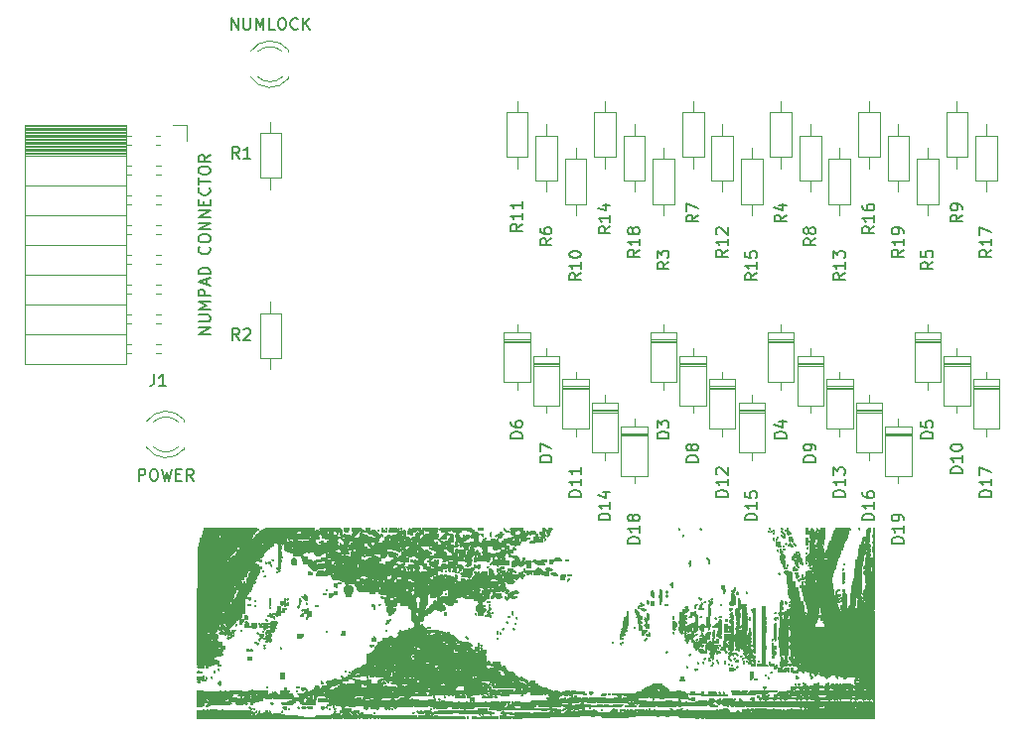
<source format=gto>
G04 #@! TF.GenerationSoftware,KiCad,Pcbnew,(5.1.5)-3*
G04 #@! TF.CreationDate,2021-09-09T23:01:50-04:00*
G04 #@! TF.ProjectId,numpad_pcb,6e756d70-6164-45f7-9063-622e6b696361,rev?*
G04 #@! TF.SameCoordinates,Original*
G04 #@! TF.FileFunction,Legend,Top*
G04 #@! TF.FilePolarity,Positive*
%FSLAX46Y46*%
G04 Gerber Fmt 4.6, Leading zero omitted, Abs format (unit mm)*
G04 Created by KiCad (PCBNEW (5.1.5)-3) date 2021-09-09 23:01:50*
%MOMM*%
%LPD*%
G04 APERTURE LIST*
%ADD10C,0.150000*%
%ADD11C,0.010000*%
%ADD12C,0.120000*%
%ADD13C,4.502000*%
%ADD14C,1.852000*%
%ADD15C,4.089800*%
%ADD16O,1.702000X1.702000*%
%ADD17R,1.702000X1.702000*%
%ADD18O,1.502000X1.502000*%
%ADD19C,1.502000*%
%ADD20C,3.150000*%
%ADD21O,1.802000X1.802000*%
%ADD22R,1.802000X1.802000*%
%ADD23C,1.902000*%
%ADD24R,1.902000X1.902000*%
G04 APERTURE END LIST*
D10*
X73052380Y-56619047D02*
X72052380Y-56619047D01*
X73052380Y-56047619D01*
X72052380Y-56047619D01*
X72052380Y-55571428D02*
X72861904Y-55571428D01*
X72957142Y-55523809D01*
X73004761Y-55476190D01*
X73052380Y-55380952D01*
X73052380Y-55190476D01*
X73004761Y-55095238D01*
X72957142Y-55047619D01*
X72861904Y-55000000D01*
X72052380Y-55000000D01*
X73052380Y-54523809D02*
X72052380Y-54523809D01*
X72766666Y-54190476D01*
X72052380Y-53857142D01*
X73052380Y-53857142D01*
X73052380Y-53380952D02*
X72052380Y-53380952D01*
X72052380Y-53000000D01*
X72100000Y-52904761D01*
X72147619Y-52857142D01*
X72242857Y-52809523D01*
X72385714Y-52809523D01*
X72480952Y-52857142D01*
X72528571Y-52904761D01*
X72576190Y-53000000D01*
X72576190Y-53380952D01*
X72766666Y-52428571D02*
X72766666Y-51952380D01*
X73052380Y-52523809D02*
X72052380Y-52190476D01*
X73052380Y-51857142D01*
X73052380Y-51523809D02*
X72052380Y-51523809D01*
X72052380Y-51285714D01*
X72100000Y-51142857D01*
X72195238Y-51047619D01*
X72290476Y-51000000D01*
X72480952Y-50952380D01*
X72623809Y-50952380D01*
X72814285Y-51000000D01*
X72909523Y-51047619D01*
X73004761Y-51142857D01*
X73052380Y-51285714D01*
X73052380Y-51523809D01*
X72957142Y-49190476D02*
X73004761Y-49238095D01*
X73052380Y-49380952D01*
X73052380Y-49476190D01*
X73004761Y-49619047D01*
X72909523Y-49714285D01*
X72814285Y-49761904D01*
X72623809Y-49809523D01*
X72480952Y-49809523D01*
X72290476Y-49761904D01*
X72195238Y-49714285D01*
X72100000Y-49619047D01*
X72052380Y-49476190D01*
X72052380Y-49380952D01*
X72100000Y-49238095D01*
X72147619Y-49190476D01*
X72052380Y-48571428D02*
X72052380Y-48380952D01*
X72100000Y-48285714D01*
X72195238Y-48190476D01*
X72385714Y-48142857D01*
X72719047Y-48142857D01*
X72909523Y-48190476D01*
X73004761Y-48285714D01*
X73052380Y-48380952D01*
X73052380Y-48571428D01*
X73004761Y-48666666D01*
X72909523Y-48761904D01*
X72719047Y-48809523D01*
X72385714Y-48809523D01*
X72195238Y-48761904D01*
X72100000Y-48666666D01*
X72052380Y-48571428D01*
X73052380Y-47714285D02*
X72052380Y-47714285D01*
X73052380Y-47142857D01*
X72052380Y-47142857D01*
X73052380Y-46666666D02*
X72052380Y-46666666D01*
X73052380Y-46095238D01*
X72052380Y-46095238D01*
X72528571Y-45619047D02*
X72528571Y-45285714D01*
X73052380Y-45142857D02*
X73052380Y-45619047D01*
X72052380Y-45619047D01*
X72052380Y-45142857D01*
X72957142Y-44142857D02*
X73004761Y-44190476D01*
X73052380Y-44333333D01*
X73052380Y-44428571D01*
X73004761Y-44571428D01*
X72909523Y-44666666D01*
X72814285Y-44714285D01*
X72623809Y-44761904D01*
X72480952Y-44761904D01*
X72290476Y-44714285D01*
X72195238Y-44666666D01*
X72100000Y-44571428D01*
X72052380Y-44428571D01*
X72052380Y-44333333D01*
X72100000Y-44190476D01*
X72147619Y-44142857D01*
X72052380Y-43857142D02*
X72052380Y-43285714D01*
X73052380Y-43571428D02*
X72052380Y-43571428D01*
X72052380Y-42761904D02*
X72052380Y-42571428D01*
X72100000Y-42476190D01*
X72195238Y-42380952D01*
X72385714Y-42333333D01*
X72719047Y-42333333D01*
X72909523Y-42380952D01*
X73004761Y-42476190D01*
X73052380Y-42571428D01*
X73052380Y-42761904D01*
X73004761Y-42857142D01*
X72909523Y-42952380D01*
X72719047Y-43000000D01*
X72385714Y-43000000D01*
X72195238Y-42952380D01*
X72100000Y-42857142D01*
X72052380Y-42761904D01*
X73052380Y-41333333D02*
X72576190Y-41666666D01*
X73052380Y-41904761D02*
X72052380Y-41904761D01*
X72052380Y-41523809D01*
X72100000Y-41428571D01*
X72147619Y-41380952D01*
X72242857Y-41333333D01*
X72385714Y-41333333D01*
X72480952Y-41380952D01*
X72528571Y-41428571D01*
X72576190Y-41523809D01*
X72576190Y-41904761D01*
D11*
G36*
X124458694Y-77135183D02*
G01*
X124468182Y-77172500D01*
X124447772Y-77220740D01*
X124410454Y-77230228D01*
X124362214Y-77209818D01*
X124352727Y-77172500D01*
X124373137Y-77124260D01*
X124410454Y-77114773D01*
X124458694Y-77135183D01*
G37*
X124458694Y-77135183D02*
X124468182Y-77172500D01*
X124447772Y-77220740D01*
X124410454Y-77230228D01*
X124362214Y-77209818D01*
X124352727Y-77172500D01*
X124373137Y-77124260D01*
X124410454Y-77114773D01*
X124458694Y-77135183D01*
G36*
X79777785Y-74133365D02*
G01*
X79787273Y-74170682D01*
X79766863Y-74218922D01*
X79729545Y-74228409D01*
X79681305Y-74208000D01*
X79671818Y-74170682D01*
X79692228Y-74122442D01*
X79729545Y-74112955D01*
X79777785Y-74133365D01*
G37*
X79777785Y-74133365D02*
X79787273Y-74170682D01*
X79766863Y-74218922D01*
X79729545Y-74228409D01*
X79681305Y-74208000D01*
X79671818Y-74170682D01*
X79692228Y-74122442D01*
X79729545Y-74112955D01*
X79777785Y-74133365D01*
G36*
X84857785Y-74364274D02*
G01*
X84867273Y-74401591D01*
X84846863Y-74449831D01*
X84809545Y-74459319D01*
X84761305Y-74438909D01*
X84751818Y-74401591D01*
X84772228Y-74353351D01*
X84809545Y-74343864D01*
X84857785Y-74364274D01*
G37*
X84857785Y-74364274D02*
X84867273Y-74401591D01*
X84846863Y-74449831D01*
X84809545Y-74459319D01*
X84761305Y-74438909D01*
X84751818Y-74401591D01*
X84772228Y-74353351D01*
X84809545Y-74343864D01*
X84857785Y-74364274D01*
G36*
X84165058Y-74479728D02*
G01*
X84174545Y-74517046D01*
X84154136Y-74565286D01*
X84116818Y-74574773D01*
X84068578Y-74554363D01*
X84059091Y-74517046D01*
X84079500Y-74468806D01*
X84116818Y-74459319D01*
X84165058Y-74479728D01*
G37*
X84165058Y-74479728D02*
X84174545Y-74517046D01*
X84154136Y-74565286D01*
X84116818Y-74574773D01*
X84068578Y-74554363D01*
X84059091Y-74517046D01*
X84079500Y-74468806D01*
X84116818Y-74459319D01*
X84165058Y-74479728D01*
G36*
X87051422Y-74595183D02*
G01*
X87060909Y-74632500D01*
X87040499Y-74680740D01*
X87003182Y-74690228D01*
X86954942Y-74669818D01*
X86945454Y-74632500D01*
X86965864Y-74584260D01*
X87003182Y-74574773D01*
X87051422Y-74595183D01*
G37*
X87051422Y-74595183D02*
X87060909Y-74632500D01*
X87040499Y-74680740D01*
X87003182Y-74690228D01*
X86954942Y-74669818D01*
X86945454Y-74632500D01*
X86965864Y-74584260D01*
X87003182Y-74574773D01*
X87051422Y-74595183D01*
G36*
X91785058Y-74826092D02*
G01*
X91794545Y-74863409D01*
X91774136Y-74911649D01*
X91736818Y-74921137D01*
X91688578Y-74900727D01*
X91679091Y-74863409D01*
X91699500Y-74815169D01*
X91736818Y-74805682D01*
X91785058Y-74826092D01*
G37*
X91785058Y-74826092D02*
X91794545Y-74863409D01*
X91774136Y-74911649D01*
X91736818Y-74921137D01*
X91688578Y-74900727D01*
X91679091Y-74863409D01*
X91699500Y-74815169D01*
X91736818Y-74805682D01*
X91785058Y-74826092D01*
G36*
X91900513Y-75287910D02*
G01*
X91910000Y-75325228D01*
X91889590Y-75373468D01*
X91852273Y-75382955D01*
X91804033Y-75362545D01*
X91794545Y-75325228D01*
X91814955Y-75276988D01*
X91852273Y-75267500D01*
X91900513Y-75287910D01*
G37*
X91900513Y-75287910D02*
X91910000Y-75325228D01*
X91889590Y-75373468D01*
X91852273Y-75382955D01*
X91804033Y-75362545D01*
X91794545Y-75325228D01*
X91814955Y-75276988D01*
X91852273Y-75267500D01*
X91900513Y-75287910D01*
G36*
X96046404Y-75277182D02*
G01*
X96063095Y-75316315D01*
X96066364Y-75382955D01*
X96066364Y-75498409D01*
X95950909Y-75498409D01*
X95875374Y-75493568D01*
X95841991Y-75474002D01*
X95835454Y-75440682D01*
X95855864Y-75392442D01*
X95893182Y-75382955D01*
X95941422Y-75362545D01*
X95950909Y-75325228D01*
X95971319Y-75276988D01*
X96008636Y-75267500D01*
X96046404Y-75277182D01*
G37*
X96046404Y-75277182D02*
X96063095Y-75316315D01*
X96066364Y-75382955D01*
X96066364Y-75498409D01*
X95950909Y-75498409D01*
X95875374Y-75493568D01*
X95841991Y-75474002D01*
X95835454Y-75440682D01*
X95855864Y-75392442D01*
X95893182Y-75382955D01*
X95941422Y-75362545D01*
X95950909Y-75325228D01*
X95971319Y-75276988D01*
X96008636Y-75267500D01*
X96046404Y-75277182D01*
G36*
X89014149Y-75403365D02*
G01*
X89023636Y-75440682D01*
X89003227Y-75488922D01*
X88965909Y-75498409D01*
X88917669Y-75478000D01*
X88908182Y-75440682D01*
X88928591Y-75392442D01*
X88965909Y-75382955D01*
X89014149Y-75403365D01*
G37*
X89014149Y-75403365D02*
X89023636Y-75440682D01*
X89003227Y-75488922D01*
X88965909Y-75498409D01*
X88917669Y-75478000D01*
X88908182Y-75440682D01*
X88928591Y-75392442D01*
X88965909Y-75382955D01*
X89014149Y-75403365D01*
G36*
X85204149Y-75057001D02*
G01*
X85213636Y-75094319D01*
X85193227Y-75142559D01*
X85155909Y-75152046D01*
X85107669Y-75172455D01*
X85098182Y-75209773D01*
X85077772Y-75258013D01*
X85040454Y-75267500D01*
X84992214Y-75247091D01*
X84982727Y-75209773D01*
X85003137Y-75161533D01*
X85040454Y-75152046D01*
X85088694Y-75131636D01*
X85098182Y-75094319D01*
X85118591Y-75046078D01*
X85155909Y-75036591D01*
X85204149Y-75057001D01*
G37*
X85204149Y-75057001D02*
X85213636Y-75094319D01*
X85193227Y-75142559D01*
X85155909Y-75152046D01*
X85107669Y-75172455D01*
X85098182Y-75209773D01*
X85077772Y-75258013D01*
X85040454Y-75267500D01*
X84992214Y-75247091D01*
X84982727Y-75209773D01*
X85003137Y-75161533D01*
X85040454Y-75152046D01*
X85088694Y-75131636D01*
X85098182Y-75094319D01*
X85118591Y-75046078D01*
X85155909Y-75036591D01*
X85204149Y-75057001D01*
G36*
X86243240Y-75518819D02*
G01*
X86252727Y-75556137D01*
X86232317Y-75604377D01*
X86195000Y-75613864D01*
X86146760Y-75593454D01*
X86137273Y-75556137D01*
X86157682Y-75507897D01*
X86195000Y-75498409D01*
X86243240Y-75518819D01*
G37*
X86243240Y-75518819D02*
X86252727Y-75556137D01*
X86232317Y-75604377D01*
X86195000Y-75613864D01*
X86146760Y-75593454D01*
X86137273Y-75556137D01*
X86157682Y-75507897D01*
X86195000Y-75498409D01*
X86243240Y-75518819D01*
G36*
X89822331Y-76442455D02*
G01*
X89831818Y-76479773D01*
X89811408Y-76528013D01*
X89774091Y-76537500D01*
X89725851Y-76517091D01*
X89716364Y-76479773D01*
X89736773Y-76431533D01*
X89774091Y-76422046D01*
X89822331Y-76442455D01*
G37*
X89822331Y-76442455D02*
X89831818Y-76479773D01*
X89811408Y-76528013D01*
X89774091Y-76537500D01*
X89725851Y-76517091D01*
X89716364Y-76479773D01*
X89736773Y-76431533D01*
X89774091Y-76422046D01*
X89822331Y-76442455D01*
G36*
X89937785Y-76673365D02*
G01*
X89947273Y-76710682D01*
X89926863Y-76758922D01*
X89889545Y-76768409D01*
X89841305Y-76748000D01*
X89831818Y-76710682D01*
X89852228Y-76662442D01*
X89889545Y-76652955D01*
X89937785Y-76673365D01*
G37*
X89937785Y-76673365D02*
X89947273Y-76710682D01*
X89926863Y-76758922D01*
X89889545Y-76768409D01*
X89841305Y-76748000D01*
X89831818Y-76710682D01*
X89852228Y-76662442D01*
X89889545Y-76652955D01*
X89937785Y-76673365D01*
G36*
X90755454Y-76768409D02*
G01*
X90750613Y-76843944D01*
X90731047Y-76877327D01*
X90697727Y-76883864D01*
X90649487Y-76863454D01*
X90640000Y-76826137D01*
X90619590Y-76777897D01*
X90582273Y-76768409D01*
X90534033Y-76748000D01*
X90524545Y-76710682D01*
X90534227Y-76672915D01*
X90573360Y-76656223D01*
X90640000Y-76652955D01*
X90755454Y-76652955D01*
X90755454Y-76768409D01*
G37*
X90755454Y-76768409D02*
X90750613Y-76843944D01*
X90731047Y-76877327D01*
X90697727Y-76883864D01*
X90649487Y-76863454D01*
X90640000Y-76826137D01*
X90619590Y-76777897D01*
X90582273Y-76768409D01*
X90534033Y-76748000D01*
X90524545Y-76710682D01*
X90534227Y-76672915D01*
X90573360Y-76656223D01*
X90640000Y-76652955D01*
X90755454Y-76652955D01*
X90755454Y-76768409D01*
G36*
X93170513Y-78751546D02*
G01*
X93180000Y-78788864D01*
X93159590Y-78837104D01*
X93122273Y-78846591D01*
X93074033Y-78826182D01*
X93064545Y-78788864D01*
X93084955Y-78740624D01*
X93122273Y-78731137D01*
X93170513Y-78751546D01*
G37*
X93170513Y-78751546D02*
X93180000Y-78788864D01*
X93159590Y-78837104D01*
X93122273Y-78846591D01*
X93074033Y-78826182D01*
X93064545Y-78788864D01*
X93084955Y-78740624D01*
X93122273Y-78731137D01*
X93170513Y-78751546D01*
G36*
X86474149Y-85909728D02*
G01*
X86483636Y-85947046D01*
X86463227Y-85995286D01*
X86425909Y-86004773D01*
X86377669Y-85984363D01*
X86368182Y-85947046D01*
X86388591Y-85898806D01*
X86425909Y-85889319D01*
X86474149Y-85909728D01*
G37*
X86474149Y-85909728D02*
X86483636Y-85947046D01*
X86463227Y-85995286D01*
X86425909Y-86004773D01*
X86377669Y-85984363D01*
X86368182Y-85947046D01*
X86388591Y-85898806D01*
X86425909Y-85889319D01*
X86474149Y-85909728D01*
G36*
X85319604Y-86025183D02*
G01*
X85329091Y-86062500D01*
X85308681Y-86110740D01*
X85271364Y-86120228D01*
X85223123Y-86099818D01*
X85213636Y-86062500D01*
X85234046Y-86014260D01*
X85271364Y-86004773D01*
X85319604Y-86025183D01*
G37*
X85319604Y-86025183D02*
X85329091Y-86062500D01*
X85308681Y-86110740D01*
X85271364Y-86120228D01*
X85223123Y-86099818D01*
X85213636Y-86062500D01*
X85234046Y-86014260D01*
X85271364Y-86004773D01*
X85319604Y-86025183D01*
G36*
X88792727Y-86466591D02*
G01*
X88619545Y-86466591D01*
X88522820Y-86464485D01*
X88470554Y-86455232D01*
X88449547Y-86434432D01*
X88446364Y-86408864D01*
X88466773Y-86360624D01*
X88504091Y-86351137D01*
X88552331Y-86330727D01*
X88561818Y-86293409D01*
X88571500Y-86255642D01*
X88610633Y-86238950D01*
X88677273Y-86235682D01*
X88792727Y-86235682D01*
X88792727Y-86466591D01*
G37*
X88792727Y-86466591D02*
X88619545Y-86466591D01*
X88522820Y-86464485D01*
X88470554Y-86455232D01*
X88449547Y-86434432D01*
X88446364Y-86408864D01*
X88466773Y-86360624D01*
X88504091Y-86351137D01*
X88552331Y-86330727D01*
X88561818Y-86293409D01*
X88571500Y-86255642D01*
X88610633Y-86238950D01*
X88677273Y-86235682D01*
X88792727Y-86235682D01*
X88792727Y-86466591D01*
G36*
X96865058Y-86487001D02*
G01*
X96874545Y-86524319D01*
X96854136Y-86572559D01*
X96816818Y-86582046D01*
X96768578Y-86561636D01*
X96759091Y-86524319D01*
X96779500Y-86476078D01*
X96816818Y-86466591D01*
X96865058Y-86487001D01*
G37*
X96865058Y-86487001D02*
X96874545Y-86524319D01*
X96854136Y-86572559D01*
X96816818Y-86582046D01*
X96768578Y-86561636D01*
X96759091Y-86524319D01*
X96779500Y-86476078D01*
X96816818Y-86466591D01*
X96865058Y-86487001D01*
G36*
X103330513Y-87641546D02*
G01*
X103340000Y-87678864D01*
X103319590Y-87727104D01*
X103282273Y-87736591D01*
X103234033Y-87716182D01*
X103224545Y-87678864D01*
X103244955Y-87630624D01*
X103282273Y-87621137D01*
X103330513Y-87641546D01*
G37*
X103330513Y-87641546D02*
X103340000Y-87678864D01*
X103319590Y-87727104D01*
X103282273Y-87736591D01*
X103234033Y-87716182D01*
X103224545Y-87678864D01*
X103244955Y-87630624D01*
X103282273Y-87621137D01*
X103330513Y-87641546D01*
G36*
X75505967Y-87410637D02*
G01*
X75515454Y-87447955D01*
X75495045Y-87496195D01*
X75457727Y-87505682D01*
X75409487Y-87485272D01*
X75400000Y-87447955D01*
X75420410Y-87399715D01*
X75457727Y-87390228D01*
X75505967Y-87410637D01*
G37*
X75505967Y-87410637D02*
X75515454Y-87447955D01*
X75495045Y-87496195D01*
X75457727Y-87505682D01*
X75409487Y-87485272D01*
X75400000Y-87447955D01*
X75420410Y-87399715D01*
X75457727Y-87390228D01*
X75505967Y-87410637D01*
G36*
X101594905Y-88314292D02*
G01*
X101705956Y-88316422D01*
X101777024Y-88321520D01*
X101816980Y-88330854D01*
X101834696Y-88345692D01*
X101839043Y-88367301D01*
X101839091Y-88371591D01*
X101836093Y-88394435D01*
X101821186Y-88410299D01*
X101785498Y-88420452D01*
X101720158Y-88426160D01*
X101616294Y-88428691D01*
X101465035Y-88429312D01*
X101435000Y-88429319D01*
X101275095Y-88428890D01*
X101164044Y-88426761D01*
X101092976Y-88421662D01*
X101053020Y-88412328D01*
X101035304Y-88397490D01*
X101030957Y-88375882D01*
X101030909Y-88371591D01*
X101033907Y-88348748D01*
X101048814Y-88332883D01*
X101084502Y-88322731D01*
X101149842Y-88317023D01*
X101253706Y-88314492D01*
X101404965Y-88313871D01*
X101435000Y-88313864D01*
X101594905Y-88314292D01*
G37*
X101594905Y-88314292D02*
X101705956Y-88316422D01*
X101777024Y-88321520D01*
X101816980Y-88330854D01*
X101834696Y-88345692D01*
X101839043Y-88367301D01*
X101839091Y-88371591D01*
X101836093Y-88394435D01*
X101821186Y-88410299D01*
X101785498Y-88420452D01*
X101720158Y-88426160D01*
X101616294Y-88428691D01*
X101465035Y-88429312D01*
X101435000Y-88429319D01*
X101275095Y-88428890D01*
X101164044Y-88426761D01*
X101092976Y-88421662D01*
X101053020Y-88412328D01*
X101035304Y-88397490D01*
X101030957Y-88375882D01*
X101030909Y-88371591D01*
X101033907Y-88348748D01*
X101048814Y-88332883D01*
X101084502Y-88322731D01*
X101149842Y-88317023D01*
X101253706Y-88314492D01*
X101404965Y-88313871D01*
X101435000Y-88313864D01*
X101594905Y-88314292D01*
G36*
X100760080Y-88318705D02*
G01*
X100793463Y-88338271D01*
X100800000Y-88371591D01*
X100790318Y-88409359D01*
X100751185Y-88426050D01*
X100684545Y-88429319D01*
X100609011Y-88424478D01*
X100575627Y-88404911D01*
X100569091Y-88371591D01*
X100578773Y-88333824D01*
X100617905Y-88317132D01*
X100684545Y-88313864D01*
X100760080Y-88318705D01*
G37*
X100760080Y-88318705D02*
X100793463Y-88338271D01*
X100800000Y-88371591D01*
X100790318Y-88409359D01*
X100751185Y-88426050D01*
X100684545Y-88429319D01*
X100609011Y-88424478D01*
X100575627Y-88404911D01*
X100569091Y-88371591D01*
X100578773Y-88333824D01*
X100617905Y-88317132D01*
X100684545Y-88313864D01*
X100760080Y-88318705D01*
G36*
X96749604Y-87295183D02*
G01*
X96759091Y-87332500D01*
X96738681Y-87380740D01*
X96701364Y-87390228D01*
X96653123Y-87369818D01*
X96643636Y-87332500D01*
X96664046Y-87284260D01*
X96701364Y-87274773D01*
X96749604Y-87295183D01*
G37*
X96749604Y-87295183D02*
X96759091Y-87332500D01*
X96738681Y-87380740D01*
X96701364Y-87390228D01*
X96653123Y-87369818D01*
X96643636Y-87332500D01*
X96664046Y-87284260D01*
X96701364Y-87274773D01*
X96749604Y-87295183D01*
G36*
X99635967Y-87410637D02*
G01*
X99645454Y-87447955D01*
X99625045Y-87496195D01*
X99587727Y-87505682D01*
X99539487Y-87485272D01*
X99530000Y-87447955D01*
X99550410Y-87399715D01*
X99587727Y-87390228D01*
X99635967Y-87410637D01*
G37*
X99635967Y-87410637D02*
X99645454Y-87447955D01*
X99625045Y-87496195D01*
X99587727Y-87505682D01*
X99539487Y-87485272D01*
X99530000Y-87447955D01*
X99550410Y-87399715D01*
X99587727Y-87390228D01*
X99635967Y-87410637D01*
G36*
X97411898Y-87510523D02*
G01*
X97445281Y-87530089D01*
X97451818Y-87563409D01*
X97442136Y-87601177D01*
X97403004Y-87617868D01*
X97336364Y-87621137D01*
X97260829Y-87616296D01*
X97227446Y-87596729D01*
X97220909Y-87563409D01*
X97230591Y-87525642D01*
X97269723Y-87508950D01*
X97336364Y-87505682D01*
X97411898Y-87510523D01*
G37*
X97411898Y-87510523D02*
X97445281Y-87530089D01*
X97451818Y-87563409D01*
X97442136Y-87601177D01*
X97403004Y-87617868D01*
X97336364Y-87621137D01*
X97260829Y-87616296D01*
X97227446Y-87596729D01*
X97220909Y-87563409D01*
X97230591Y-87525642D01*
X97269723Y-87508950D01*
X97336364Y-87505682D01*
X97411898Y-87510523D01*
G36*
X96989594Y-87506887D02*
G01*
X97058546Y-87512438D01*
X97093012Y-87525238D01*
X97104605Y-87548189D01*
X97105454Y-87563409D01*
X97100634Y-87592172D01*
X97078430Y-87609410D01*
X97027231Y-87618026D01*
X96935426Y-87620924D01*
X96874545Y-87621137D01*
X96759496Y-87619931D01*
X96690545Y-87614381D01*
X96656079Y-87601581D01*
X96644486Y-87578630D01*
X96643636Y-87563409D01*
X96648457Y-87534647D01*
X96670661Y-87517409D01*
X96721859Y-87508793D01*
X96813664Y-87505895D01*
X96874545Y-87505682D01*
X96989594Y-87506887D01*
G37*
X96989594Y-87506887D02*
X97058546Y-87512438D01*
X97093012Y-87525238D01*
X97104605Y-87548189D01*
X97105454Y-87563409D01*
X97100634Y-87592172D01*
X97078430Y-87609410D01*
X97027231Y-87618026D01*
X96935426Y-87620924D01*
X96874545Y-87621137D01*
X96759496Y-87619931D01*
X96690545Y-87614381D01*
X96656079Y-87601581D01*
X96644486Y-87578630D01*
X96643636Y-87563409D01*
X96648457Y-87534647D01*
X96670661Y-87517409D01*
X96721859Y-87508793D01*
X96813664Y-87505895D01*
X96874545Y-87505682D01*
X96989594Y-87506887D01*
G36*
X96451725Y-87507788D02*
G01*
X96503991Y-87517041D01*
X96524998Y-87537841D01*
X96528182Y-87563409D01*
X96521863Y-87595651D01*
X96494104Y-87613073D01*
X96431705Y-87620075D01*
X96355000Y-87621137D01*
X96258274Y-87619030D01*
X96206009Y-87609778D01*
X96185002Y-87588978D01*
X96181818Y-87563409D01*
X96188137Y-87531168D01*
X96215895Y-87513746D01*
X96278294Y-87506743D01*
X96355000Y-87505682D01*
X96451725Y-87507788D01*
G37*
X96451725Y-87507788D02*
X96503991Y-87517041D01*
X96524998Y-87537841D01*
X96528182Y-87563409D01*
X96521863Y-87595651D01*
X96494104Y-87613073D01*
X96431705Y-87620075D01*
X96355000Y-87621137D01*
X96258274Y-87619030D01*
X96206009Y-87609778D01*
X96185002Y-87588978D01*
X96181818Y-87563409D01*
X96188137Y-87531168D01*
X96215895Y-87513746D01*
X96278294Y-87506743D01*
X96355000Y-87505682D01*
X96451725Y-87507788D01*
G36*
X93055058Y-87526092D02*
G01*
X93064545Y-87563409D01*
X93044136Y-87611649D01*
X93006818Y-87621137D01*
X92958578Y-87600727D01*
X92949091Y-87563409D01*
X92969500Y-87515169D01*
X93006818Y-87505682D01*
X93055058Y-87526092D01*
G37*
X93055058Y-87526092D02*
X93064545Y-87563409D01*
X93044136Y-87611649D01*
X93006818Y-87621137D01*
X92958578Y-87600727D01*
X92949091Y-87563409D01*
X92969500Y-87515169D01*
X93006818Y-87505682D01*
X93055058Y-87526092D01*
G36*
X92120949Y-87399909D02*
G01*
X92137641Y-87439042D01*
X92140909Y-87505682D01*
X92136068Y-87581217D01*
X92116502Y-87614600D01*
X92083182Y-87621137D01*
X92045414Y-87611455D01*
X92028723Y-87572322D01*
X92025454Y-87505682D01*
X92030295Y-87430148D01*
X92049862Y-87396764D01*
X92083182Y-87390228D01*
X92120949Y-87399909D01*
G37*
X92120949Y-87399909D02*
X92137641Y-87439042D01*
X92140909Y-87505682D01*
X92136068Y-87581217D01*
X92116502Y-87614600D01*
X92083182Y-87621137D01*
X92045414Y-87611455D01*
X92028723Y-87572322D01*
X92025454Y-87505682D01*
X92030295Y-87430148D01*
X92049862Y-87396764D01*
X92083182Y-87390228D01*
X92120949Y-87399909D01*
G36*
X95489091Y-87852046D02*
G01*
X95142727Y-87852046D01*
X95142727Y-87621137D01*
X95489091Y-87621137D01*
X95489091Y-87852046D01*
G37*
X95489091Y-87852046D02*
X95142727Y-87852046D01*
X95142727Y-87621137D01*
X95489091Y-87621137D01*
X95489091Y-87852046D01*
G36*
X92593240Y-87757001D02*
G01*
X92602727Y-87794319D01*
X92582317Y-87842559D01*
X92545000Y-87852046D01*
X92496760Y-87831636D01*
X92487273Y-87794319D01*
X92507682Y-87746078D01*
X92545000Y-87736591D01*
X92593240Y-87757001D01*
G37*
X92593240Y-87757001D02*
X92602727Y-87794319D01*
X92582317Y-87842559D01*
X92545000Y-87852046D01*
X92496760Y-87831636D01*
X92487273Y-87794319D01*
X92507682Y-87746078D01*
X92545000Y-87736591D01*
X92593240Y-87757001D01*
G36*
X98529907Y-87969607D02*
G01*
X98582173Y-87978859D01*
X98603180Y-87999659D01*
X98606364Y-88025228D01*
X98585954Y-88073468D01*
X98548636Y-88082955D01*
X98500396Y-88103365D01*
X98490909Y-88140682D01*
X98470499Y-88188922D01*
X98433182Y-88198409D01*
X98384942Y-88178000D01*
X98375454Y-88140682D01*
X98355045Y-88092442D01*
X98317727Y-88082955D01*
X98269487Y-88062545D01*
X98260000Y-88025228D01*
X98266319Y-87992986D01*
X98294077Y-87975564D01*
X98356476Y-87968562D01*
X98433182Y-87967500D01*
X98529907Y-87969607D01*
G37*
X98529907Y-87969607D02*
X98582173Y-87978859D01*
X98603180Y-87999659D01*
X98606364Y-88025228D01*
X98585954Y-88073468D01*
X98548636Y-88082955D01*
X98500396Y-88103365D01*
X98490909Y-88140682D01*
X98470499Y-88188922D01*
X98433182Y-88198409D01*
X98384942Y-88178000D01*
X98375454Y-88140682D01*
X98355045Y-88092442D01*
X98317727Y-88082955D01*
X98269487Y-88062545D01*
X98260000Y-88025228D01*
X98266319Y-87992986D01*
X98294077Y-87975564D01*
X98356476Y-87968562D01*
X98433182Y-87967500D01*
X98529907Y-87969607D01*
G36*
X116838694Y-88218819D02*
G01*
X116848182Y-88256137D01*
X116827772Y-88304377D01*
X116790454Y-88313864D01*
X116742214Y-88293454D01*
X116732727Y-88256137D01*
X116753137Y-88207897D01*
X116790454Y-88198409D01*
X116838694Y-88218819D01*
G37*
X116838694Y-88218819D02*
X116848182Y-88256137D01*
X116827772Y-88304377D01*
X116790454Y-88313864D01*
X116742214Y-88293454D01*
X116732727Y-88256137D01*
X116753137Y-88207897D01*
X116790454Y-88198409D01*
X116838694Y-88218819D01*
G36*
X109054500Y-88314201D02*
G01*
X109177763Y-88315904D01*
X109259913Y-88320013D01*
X109309258Y-88327564D01*
X109334104Y-88339596D01*
X109342758Y-88357149D01*
X109343636Y-88371591D01*
X109340940Y-88393176D01*
X109327312Y-88408584D01*
X109294447Y-88418853D01*
X109234038Y-88425021D01*
X109137776Y-88428127D01*
X108997356Y-88429209D01*
X108881818Y-88429319D01*
X108709136Y-88428981D01*
X108585873Y-88427278D01*
X108503723Y-88423170D01*
X108454378Y-88415619D01*
X108429532Y-88403586D01*
X108420878Y-88386033D01*
X108420000Y-88371591D01*
X108422696Y-88350006D01*
X108436324Y-88334598D01*
X108469189Y-88324329D01*
X108529599Y-88318161D01*
X108625860Y-88315055D01*
X108766280Y-88313974D01*
X108881818Y-88313864D01*
X109054500Y-88314201D01*
G37*
X109054500Y-88314201D02*
X109177763Y-88315904D01*
X109259913Y-88320013D01*
X109309258Y-88327564D01*
X109334104Y-88339596D01*
X109342758Y-88357149D01*
X109343636Y-88371591D01*
X109340940Y-88393176D01*
X109327312Y-88408584D01*
X109294447Y-88418853D01*
X109234038Y-88425021D01*
X109137776Y-88428127D01*
X108997356Y-88429209D01*
X108881818Y-88429319D01*
X108709136Y-88428981D01*
X108585873Y-88427278D01*
X108503723Y-88423170D01*
X108454378Y-88415619D01*
X108429532Y-88403586D01*
X108420878Y-88386033D01*
X108420000Y-88371591D01*
X108422696Y-88350006D01*
X108436324Y-88334598D01*
X108469189Y-88324329D01*
X108529599Y-88318161D01*
X108625860Y-88315055D01*
X108766280Y-88313974D01*
X108881818Y-88313864D01*
X109054500Y-88314201D01*
G36*
X113259604Y-88565183D02*
G01*
X113269091Y-88602500D01*
X113248681Y-88650740D01*
X113211364Y-88660228D01*
X113163123Y-88639818D01*
X113153636Y-88602500D01*
X113174046Y-88554260D01*
X113211364Y-88544773D01*
X113259604Y-88565183D01*
G37*
X113259604Y-88565183D02*
X113269091Y-88602500D01*
X113248681Y-88650740D01*
X113211364Y-88660228D01*
X113163123Y-88639818D01*
X113153636Y-88602500D01*
X113174046Y-88554260D01*
X113211364Y-88544773D01*
X113259604Y-88565183D01*
G36*
X112335967Y-88565183D02*
G01*
X112345454Y-88602500D01*
X112325045Y-88650740D01*
X112287727Y-88660228D01*
X112239487Y-88639818D01*
X112230000Y-88602500D01*
X112250410Y-88554260D01*
X112287727Y-88544773D01*
X112335967Y-88565183D01*
G37*
X112335967Y-88565183D02*
X112345454Y-88602500D01*
X112325045Y-88650740D01*
X112287727Y-88660228D01*
X112239487Y-88639818D01*
X112230000Y-88602500D01*
X112250410Y-88554260D01*
X112287727Y-88544773D01*
X112335967Y-88565183D01*
G36*
X110488694Y-88565183D02*
G01*
X110498182Y-88602500D01*
X110477772Y-88650740D01*
X110440454Y-88660228D01*
X110392214Y-88639818D01*
X110382727Y-88602500D01*
X110403137Y-88554260D01*
X110440454Y-88544773D01*
X110488694Y-88565183D01*
G37*
X110488694Y-88565183D02*
X110498182Y-88602500D01*
X110477772Y-88650740D01*
X110440454Y-88660228D01*
X110392214Y-88639818D01*
X110382727Y-88602500D01*
X110403137Y-88554260D01*
X110440454Y-88544773D01*
X110488694Y-88565183D01*
G36*
X106447785Y-88680637D02*
G01*
X106457273Y-88717955D01*
X106436863Y-88766195D01*
X106399545Y-88775682D01*
X106351305Y-88755272D01*
X106341818Y-88717955D01*
X106362228Y-88669715D01*
X106399545Y-88660228D01*
X106447785Y-88680637D01*
G37*
X106447785Y-88680637D02*
X106457273Y-88717955D01*
X106436863Y-88766195D01*
X106399545Y-88775682D01*
X106351305Y-88755272D01*
X106341818Y-88717955D01*
X106362228Y-88669715D01*
X106399545Y-88660228D01*
X106447785Y-88680637D01*
G36*
X103300080Y-88549614D02*
G01*
X103333463Y-88569180D01*
X103340000Y-88602500D01*
X103330318Y-88640268D01*
X103291185Y-88656959D01*
X103224545Y-88660228D01*
X103149011Y-88665069D01*
X103115627Y-88684635D01*
X103109091Y-88717955D01*
X103088681Y-88766195D01*
X103051364Y-88775682D01*
X103003123Y-88755272D01*
X102993636Y-88717955D01*
X103014046Y-88669715D01*
X103051364Y-88660228D01*
X103099604Y-88639818D01*
X103109091Y-88602500D01*
X103118773Y-88564733D01*
X103157905Y-88548041D01*
X103224545Y-88544773D01*
X103300080Y-88549614D01*
G37*
X103300080Y-88549614D02*
X103333463Y-88569180D01*
X103340000Y-88602500D01*
X103330318Y-88640268D01*
X103291185Y-88656959D01*
X103224545Y-88660228D01*
X103149011Y-88665069D01*
X103115627Y-88684635D01*
X103109091Y-88717955D01*
X103088681Y-88766195D01*
X103051364Y-88775682D01*
X103003123Y-88755272D01*
X102993636Y-88717955D01*
X103014046Y-88669715D01*
X103051364Y-88660228D01*
X103099604Y-88639818D01*
X103109091Y-88602500D01*
X103118773Y-88564733D01*
X103157905Y-88548041D01*
X103224545Y-88544773D01*
X103300080Y-88549614D01*
G36*
X128384149Y-73209728D02*
G01*
X128393636Y-73247046D01*
X128373227Y-73295286D01*
X128335909Y-73304773D01*
X128287669Y-73284363D01*
X128278182Y-73247046D01*
X128298591Y-73198806D01*
X128335909Y-73189319D01*
X128384149Y-73209728D01*
G37*
X128384149Y-73209728D02*
X128393636Y-73247046D01*
X128373227Y-73295286D01*
X128335909Y-73304773D01*
X128287669Y-73284363D01*
X128278182Y-73247046D01*
X128298591Y-73198806D01*
X128335909Y-73189319D01*
X128384149Y-73209728D01*
G36*
X121803240Y-73209728D02*
G01*
X121812727Y-73247046D01*
X121792317Y-73295286D01*
X121755000Y-73304773D01*
X121706760Y-73284363D01*
X121697273Y-73247046D01*
X121717682Y-73198806D01*
X121755000Y-73189319D01*
X121803240Y-73209728D01*
G37*
X121803240Y-73209728D02*
X121812727Y-73247046D01*
X121792317Y-73295286D01*
X121755000Y-73304773D01*
X121706760Y-73284363D01*
X121697273Y-73247046D01*
X121717682Y-73198806D01*
X121755000Y-73189319D01*
X121803240Y-73209728D01*
G36*
X120764149Y-73209728D02*
G01*
X120773636Y-73247046D01*
X120753227Y-73295286D01*
X120715909Y-73304773D01*
X120667669Y-73284363D01*
X120658182Y-73247046D01*
X120678591Y-73198806D01*
X120715909Y-73189319D01*
X120764149Y-73209728D01*
G37*
X120764149Y-73209728D02*
X120773636Y-73247046D01*
X120753227Y-73295286D01*
X120715909Y-73304773D01*
X120667669Y-73284363D01*
X120658182Y-73247046D01*
X120678591Y-73198806D01*
X120715909Y-73189319D01*
X120764149Y-73209728D01*
G36*
X114875967Y-73209728D02*
G01*
X114885454Y-73247046D01*
X114865045Y-73295286D01*
X114827727Y-73304773D01*
X114779487Y-73284363D01*
X114770000Y-73247046D01*
X114790410Y-73198806D01*
X114827727Y-73189319D01*
X114875967Y-73209728D01*
G37*
X114875967Y-73209728D02*
X114885454Y-73247046D01*
X114865045Y-73295286D01*
X114827727Y-73304773D01*
X114779487Y-73284363D01*
X114770000Y-73247046D01*
X114790410Y-73198806D01*
X114827727Y-73189319D01*
X114875967Y-73209728D01*
G36*
X113028694Y-73209728D02*
G01*
X113038182Y-73247046D01*
X113017772Y-73295286D01*
X112980454Y-73304773D01*
X112932214Y-73284363D01*
X112922727Y-73247046D01*
X112943137Y-73198806D01*
X112980454Y-73189319D01*
X113028694Y-73209728D01*
G37*
X113028694Y-73209728D02*
X113038182Y-73247046D01*
X113017772Y-73295286D01*
X112980454Y-73304773D01*
X112932214Y-73284363D01*
X112922727Y-73247046D01*
X112943137Y-73198806D01*
X112980454Y-73189319D01*
X113028694Y-73209728D01*
G36*
X96181412Y-73190524D02*
G01*
X96250364Y-73196075D01*
X96284830Y-73208874D01*
X96296423Y-73231826D01*
X96297273Y-73247046D01*
X96292452Y-73275808D01*
X96270248Y-73293046D01*
X96219050Y-73301662D01*
X96127244Y-73304561D01*
X96066364Y-73304773D01*
X95951315Y-73303568D01*
X95882363Y-73298017D01*
X95847897Y-73285217D01*
X95836304Y-73262266D01*
X95835454Y-73247046D01*
X95840275Y-73218284D01*
X95862479Y-73201046D01*
X95913677Y-73192429D01*
X96005483Y-73189531D01*
X96066364Y-73189319D01*
X96181412Y-73190524D01*
G37*
X96181412Y-73190524D02*
X96250364Y-73196075D01*
X96284830Y-73208874D01*
X96296423Y-73231826D01*
X96297273Y-73247046D01*
X96292452Y-73275808D01*
X96270248Y-73293046D01*
X96219050Y-73301662D01*
X96127244Y-73304561D01*
X96066364Y-73304773D01*
X95951315Y-73303568D01*
X95882363Y-73298017D01*
X95847897Y-73285217D01*
X95836304Y-73262266D01*
X95835454Y-73247046D01*
X95840275Y-73218284D01*
X95862479Y-73201046D01*
X95913677Y-73192429D01*
X96005483Y-73189531D01*
X96066364Y-73189319D01*
X96181412Y-73190524D01*
G36*
X89360513Y-73209728D02*
G01*
X89370000Y-73247046D01*
X89349590Y-73295286D01*
X89312273Y-73304773D01*
X89264033Y-73284363D01*
X89254545Y-73247046D01*
X89274955Y-73198806D01*
X89312273Y-73189319D01*
X89360513Y-73209728D01*
G37*
X89360513Y-73209728D02*
X89370000Y-73247046D01*
X89349590Y-73295286D01*
X89312273Y-73304773D01*
X89264033Y-73284363D01*
X89254545Y-73247046D01*
X89274955Y-73198806D01*
X89312273Y-73189319D01*
X89360513Y-73209728D01*
G36*
X88090513Y-73209728D02*
G01*
X88100000Y-73247046D01*
X88079590Y-73295286D01*
X88042273Y-73304773D01*
X87994033Y-73284363D01*
X87984545Y-73247046D01*
X88004955Y-73198806D01*
X88042273Y-73189319D01*
X88090513Y-73209728D01*
G37*
X88090513Y-73209728D02*
X88100000Y-73247046D01*
X88079590Y-73295286D01*
X88042273Y-73304773D01*
X87994033Y-73284363D01*
X87984545Y-73247046D01*
X88004955Y-73198806D01*
X88042273Y-73189319D01*
X88090513Y-73209728D01*
G36*
X121110513Y-73325183D02*
G01*
X121120000Y-73362500D01*
X121099590Y-73410740D01*
X121062273Y-73420228D01*
X121014033Y-73399818D01*
X121004545Y-73362500D01*
X121024955Y-73314260D01*
X121062273Y-73304773D01*
X121110513Y-73325183D01*
G37*
X121110513Y-73325183D02*
X121120000Y-73362500D01*
X121099590Y-73410740D01*
X121062273Y-73420228D01*
X121014033Y-73399818D01*
X121004545Y-73362500D01*
X121024955Y-73314260D01*
X121062273Y-73304773D01*
X121110513Y-73325183D01*
G36*
X87397785Y-73325183D02*
G01*
X87407273Y-73362500D01*
X87386863Y-73410740D01*
X87349545Y-73420228D01*
X87301305Y-73399818D01*
X87291818Y-73362500D01*
X87312228Y-73314260D01*
X87349545Y-73304773D01*
X87397785Y-73325183D01*
G37*
X87397785Y-73325183D02*
X87407273Y-73362500D01*
X87386863Y-73410740D01*
X87349545Y-73420228D01*
X87301305Y-73399818D01*
X87291818Y-73362500D01*
X87312228Y-73314260D01*
X87349545Y-73304773D01*
X87397785Y-73325183D01*
G36*
X120879604Y-73440637D02*
G01*
X120889091Y-73477955D01*
X120868681Y-73526195D01*
X120831364Y-73535682D01*
X120783123Y-73515272D01*
X120773636Y-73477955D01*
X120794046Y-73429715D01*
X120831364Y-73420228D01*
X120879604Y-73440637D01*
G37*
X120879604Y-73440637D02*
X120889091Y-73477955D01*
X120868681Y-73526195D01*
X120831364Y-73535682D01*
X120783123Y-73515272D01*
X120773636Y-73477955D01*
X120794046Y-73429715D01*
X120831364Y-73420228D01*
X120879604Y-73440637D01*
G36*
X120648694Y-73440637D02*
G01*
X120658182Y-73477955D01*
X120637772Y-73526195D01*
X120600454Y-73535682D01*
X120552214Y-73515272D01*
X120542727Y-73477955D01*
X120563137Y-73429715D01*
X120600454Y-73420228D01*
X120648694Y-73440637D01*
G37*
X120648694Y-73440637D02*
X120658182Y-73477955D01*
X120637772Y-73526195D01*
X120600454Y-73535682D01*
X120552214Y-73515272D01*
X120542727Y-73477955D01*
X120563137Y-73429715D01*
X120600454Y-73420228D01*
X120648694Y-73440637D01*
G36*
X98135058Y-73209728D02*
G01*
X98144545Y-73247046D01*
X98164955Y-73295286D01*
X98202273Y-73304773D01*
X98250513Y-73325183D01*
X98260000Y-73362500D01*
X98269682Y-73400268D01*
X98308814Y-73416959D01*
X98375454Y-73420228D01*
X98450989Y-73425069D01*
X98484372Y-73444635D01*
X98490909Y-73477955D01*
X98481227Y-73515722D01*
X98442094Y-73532414D01*
X98375454Y-73535682D01*
X98299920Y-73530841D01*
X98266537Y-73511275D01*
X98260000Y-73477955D01*
X98239590Y-73429715D01*
X98202273Y-73420228D01*
X98154033Y-73399818D01*
X98144545Y-73362500D01*
X98124136Y-73314260D01*
X98086818Y-73304773D01*
X98038578Y-73284363D01*
X98029091Y-73247046D01*
X98049500Y-73198806D01*
X98086818Y-73189319D01*
X98135058Y-73209728D01*
G37*
X98135058Y-73209728D02*
X98144545Y-73247046D01*
X98164955Y-73295286D01*
X98202273Y-73304773D01*
X98250513Y-73325183D01*
X98260000Y-73362500D01*
X98269682Y-73400268D01*
X98308814Y-73416959D01*
X98375454Y-73420228D01*
X98450989Y-73425069D01*
X98484372Y-73444635D01*
X98490909Y-73477955D01*
X98481227Y-73515722D01*
X98442094Y-73532414D01*
X98375454Y-73535682D01*
X98299920Y-73530841D01*
X98266537Y-73511275D01*
X98260000Y-73477955D01*
X98239590Y-73429715D01*
X98202273Y-73420228D01*
X98154033Y-73399818D01*
X98144545Y-73362500D01*
X98124136Y-73314260D01*
X98086818Y-73304773D01*
X98038578Y-73284363D01*
X98029091Y-73247046D01*
X98049500Y-73198806D01*
X98086818Y-73189319D01*
X98135058Y-73209728D01*
G36*
X88090513Y-73440637D02*
G01*
X88100000Y-73477955D01*
X88079590Y-73526195D01*
X88042273Y-73535682D01*
X87994033Y-73515272D01*
X87984545Y-73477955D01*
X88004955Y-73429715D01*
X88042273Y-73420228D01*
X88090513Y-73440637D01*
G37*
X88090513Y-73440637D02*
X88100000Y-73477955D01*
X88079590Y-73526195D01*
X88042273Y-73535682D01*
X87994033Y-73515272D01*
X87984545Y-73477955D01*
X88004955Y-73429715D01*
X88042273Y-73420228D01*
X88090513Y-73440637D01*
G36*
X87744149Y-73209728D02*
G01*
X87753636Y-73247046D01*
X87774046Y-73295286D01*
X87811364Y-73304773D01*
X87849131Y-73314455D01*
X87865822Y-73353588D01*
X87869091Y-73420228D01*
X87869091Y-73535682D01*
X87638182Y-73535682D01*
X87638182Y-73362500D01*
X87640288Y-73265775D01*
X87649541Y-73213509D01*
X87670340Y-73192502D01*
X87695909Y-73189319D01*
X87744149Y-73209728D01*
G37*
X87744149Y-73209728D02*
X87753636Y-73247046D01*
X87774046Y-73295286D01*
X87811364Y-73304773D01*
X87849131Y-73314455D01*
X87865822Y-73353588D01*
X87869091Y-73420228D01*
X87869091Y-73535682D01*
X87638182Y-73535682D01*
X87638182Y-73362500D01*
X87640288Y-73265775D01*
X87649541Y-73213509D01*
X87670340Y-73192502D01*
X87695909Y-73189319D01*
X87744149Y-73209728D01*
G36*
X84751412Y-73190524D02*
G01*
X84820364Y-73196075D01*
X84854830Y-73208874D01*
X84866423Y-73231826D01*
X84867273Y-73247046D01*
X84846863Y-73295286D01*
X84809545Y-73304773D01*
X84771778Y-73314455D01*
X84755086Y-73353588D01*
X84751818Y-73420228D01*
X84751818Y-73535682D01*
X84636364Y-73535682D01*
X84560829Y-73530841D01*
X84527446Y-73511275D01*
X84520909Y-73477955D01*
X84500499Y-73429715D01*
X84463182Y-73420228D01*
X84425414Y-73410546D01*
X84408723Y-73371413D01*
X84405454Y-73304773D01*
X84405454Y-73189319D01*
X84636364Y-73189319D01*
X84751412Y-73190524D01*
G37*
X84751412Y-73190524D02*
X84820364Y-73196075D01*
X84854830Y-73208874D01*
X84866423Y-73231826D01*
X84867273Y-73247046D01*
X84846863Y-73295286D01*
X84809545Y-73304773D01*
X84771778Y-73314455D01*
X84755086Y-73353588D01*
X84751818Y-73420228D01*
X84751818Y-73535682D01*
X84636364Y-73535682D01*
X84560829Y-73530841D01*
X84527446Y-73511275D01*
X84520909Y-73477955D01*
X84500499Y-73429715D01*
X84463182Y-73420228D01*
X84425414Y-73410546D01*
X84408723Y-73371413D01*
X84405454Y-73304773D01*
X84405454Y-73189319D01*
X84636364Y-73189319D01*
X84751412Y-73190524D01*
G36*
X121110513Y-73556092D02*
G01*
X121120000Y-73593409D01*
X121099590Y-73641649D01*
X121062273Y-73651137D01*
X121014033Y-73630727D01*
X121004545Y-73593409D01*
X121024955Y-73545169D01*
X121062273Y-73535682D01*
X121110513Y-73556092D01*
G37*
X121110513Y-73556092D02*
X121120000Y-73593409D01*
X121099590Y-73641649D01*
X121062273Y-73651137D01*
X121014033Y-73630727D01*
X121004545Y-73593409D01*
X121024955Y-73545169D01*
X121062273Y-73535682D01*
X121110513Y-73556092D01*
G36*
X96980513Y-73556092D02*
G01*
X96990000Y-73593409D01*
X96969590Y-73641649D01*
X96932273Y-73651137D01*
X96884033Y-73630727D01*
X96874545Y-73593409D01*
X96894955Y-73545169D01*
X96932273Y-73535682D01*
X96980513Y-73556092D01*
G37*
X96980513Y-73556092D02*
X96990000Y-73593409D01*
X96969590Y-73641649D01*
X96932273Y-73651137D01*
X96884033Y-73630727D01*
X96874545Y-73593409D01*
X96894955Y-73545169D01*
X96932273Y-73535682D01*
X96980513Y-73556092D01*
G36*
X122254585Y-73199000D02*
G01*
X122271277Y-73238133D01*
X122274545Y-73304773D01*
X122279386Y-73380308D01*
X122298953Y-73413691D01*
X122332273Y-73420228D01*
X122380513Y-73440637D01*
X122390000Y-73477955D01*
X122410410Y-73526195D01*
X122447727Y-73535682D01*
X122495967Y-73556092D01*
X122505454Y-73593409D01*
X122485045Y-73641649D01*
X122447727Y-73651137D01*
X122399487Y-73671546D01*
X122390000Y-73708864D01*
X122369590Y-73757104D01*
X122332273Y-73766591D01*
X122284033Y-73746182D01*
X122274545Y-73708864D01*
X122254136Y-73660624D01*
X122216818Y-73651137D01*
X122179051Y-73641455D01*
X122162359Y-73602322D01*
X122159091Y-73535682D01*
X122154250Y-73460148D01*
X122134684Y-73426764D01*
X122101364Y-73420228D01*
X122053123Y-73399818D01*
X122043636Y-73362500D01*
X122064046Y-73314260D01*
X122101364Y-73304773D01*
X122149604Y-73284363D01*
X122159091Y-73247046D01*
X122179500Y-73198806D01*
X122216818Y-73189319D01*
X122254585Y-73199000D01*
G37*
X122254585Y-73199000D02*
X122271277Y-73238133D01*
X122274545Y-73304773D01*
X122279386Y-73380308D01*
X122298953Y-73413691D01*
X122332273Y-73420228D01*
X122380513Y-73440637D01*
X122390000Y-73477955D01*
X122410410Y-73526195D01*
X122447727Y-73535682D01*
X122495967Y-73556092D01*
X122505454Y-73593409D01*
X122485045Y-73641649D01*
X122447727Y-73651137D01*
X122399487Y-73671546D01*
X122390000Y-73708864D01*
X122369590Y-73757104D01*
X122332273Y-73766591D01*
X122284033Y-73746182D01*
X122274545Y-73708864D01*
X122254136Y-73660624D01*
X122216818Y-73651137D01*
X122179051Y-73641455D01*
X122162359Y-73602322D01*
X122159091Y-73535682D01*
X122154250Y-73460148D01*
X122134684Y-73426764D01*
X122101364Y-73420228D01*
X122053123Y-73399818D01*
X122043636Y-73362500D01*
X122064046Y-73314260D01*
X122101364Y-73304773D01*
X122149604Y-73284363D01*
X122159091Y-73247046D01*
X122179500Y-73198806D01*
X122216818Y-73189319D01*
X122254585Y-73199000D01*
G36*
X113375058Y-73787001D02*
G01*
X113384545Y-73824319D01*
X113364136Y-73872559D01*
X113326818Y-73882046D01*
X113278578Y-73861636D01*
X113269091Y-73824319D01*
X113289500Y-73776078D01*
X113326818Y-73766591D01*
X113375058Y-73787001D01*
G37*
X113375058Y-73787001D02*
X113384545Y-73824319D01*
X113364136Y-73872559D01*
X113326818Y-73882046D01*
X113278578Y-73861636D01*
X113269091Y-73824319D01*
X113289500Y-73776078D01*
X113326818Y-73766591D01*
X113375058Y-73787001D01*
G36*
X97442331Y-73787001D02*
G01*
X97451818Y-73824319D01*
X97431408Y-73872559D01*
X97394091Y-73882046D01*
X97345851Y-73861636D01*
X97336364Y-73824319D01*
X97356773Y-73776078D01*
X97394091Y-73766591D01*
X97442331Y-73787001D01*
G37*
X97442331Y-73787001D02*
X97451818Y-73824319D01*
X97431408Y-73872559D01*
X97394091Y-73882046D01*
X97345851Y-73861636D01*
X97336364Y-73824319D01*
X97356773Y-73776078D01*
X97394091Y-73766591D01*
X97442331Y-73787001D01*
G36*
X96980513Y-73787001D02*
G01*
X96990000Y-73824319D01*
X96969590Y-73872559D01*
X96932273Y-73882046D01*
X96884033Y-73861636D01*
X96874545Y-73824319D01*
X96894955Y-73776078D01*
X96932273Y-73766591D01*
X96980513Y-73787001D01*
G37*
X96980513Y-73787001D02*
X96990000Y-73824319D01*
X96969590Y-73872559D01*
X96932273Y-73882046D01*
X96884033Y-73861636D01*
X96874545Y-73824319D01*
X96894955Y-73776078D01*
X96932273Y-73766591D01*
X96980513Y-73787001D01*
G36*
X96297273Y-73766591D02*
G01*
X96292432Y-73842126D01*
X96272865Y-73875509D01*
X96239545Y-73882046D01*
X96191305Y-73861636D01*
X96181818Y-73824319D01*
X96161408Y-73776078D01*
X96124091Y-73766591D01*
X96075851Y-73746182D01*
X96066364Y-73708864D01*
X96076045Y-73671097D01*
X96115178Y-73654405D01*
X96181818Y-73651137D01*
X96297273Y-73651137D01*
X96297273Y-73766591D01*
G37*
X96297273Y-73766591D02*
X96292432Y-73842126D01*
X96272865Y-73875509D01*
X96239545Y-73882046D01*
X96191305Y-73861636D01*
X96181818Y-73824319D01*
X96161408Y-73776078D01*
X96124091Y-73766591D01*
X96075851Y-73746182D01*
X96066364Y-73708864D01*
X96076045Y-73671097D01*
X96115178Y-73654405D01*
X96181818Y-73651137D01*
X96297273Y-73651137D01*
X96297273Y-73766591D01*
G36*
X121803240Y-73440637D02*
G01*
X121812727Y-73477955D01*
X121833137Y-73526195D01*
X121870454Y-73535682D01*
X121918694Y-73556092D01*
X121928182Y-73593409D01*
X121948591Y-73641649D01*
X121985909Y-73651137D01*
X122018151Y-73657456D01*
X122035573Y-73685214D01*
X122042575Y-73747613D01*
X122043636Y-73824319D01*
X122043636Y-73997500D01*
X121928182Y-73997500D01*
X121852647Y-73992659D01*
X121819264Y-73973093D01*
X121812727Y-73939773D01*
X121792317Y-73891533D01*
X121755000Y-73882046D01*
X121706760Y-73861636D01*
X121697273Y-73824319D01*
X121717682Y-73776078D01*
X121755000Y-73766591D01*
X121803240Y-73787001D01*
X121812727Y-73824319D01*
X121833137Y-73872559D01*
X121870454Y-73882046D01*
X121908222Y-73872364D01*
X121924913Y-73833231D01*
X121928182Y-73766591D01*
X121923341Y-73691057D01*
X121903774Y-73657673D01*
X121870454Y-73651137D01*
X121822214Y-73630727D01*
X121812727Y-73593409D01*
X121792317Y-73545169D01*
X121755000Y-73535682D01*
X121706760Y-73515272D01*
X121697273Y-73477955D01*
X121717682Y-73429715D01*
X121755000Y-73420228D01*
X121803240Y-73440637D01*
G37*
X121803240Y-73440637D02*
X121812727Y-73477955D01*
X121833137Y-73526195D01*
X121870454Y-73535682D01*
X121918694Y-73556092D01*
X121928182Y-73593409D01*
X121948591Y-73641649D01*
X121985909Y-73651137D01*
X122018151Y-73657456D01*
X122035573Y-73685214D01*
X122042575Y-73747613D01*
X122043636Y-73824319D01*
X122043636Y-73997500D01*
X121928182Y-73997500D01*
X121852647Y-73992659D01*
X121819264Y-73973093D01*
X121812727Y-73939773D01*
X121792317Y-73891533D01*
X121755000Y-73882046D01*
X121706760Y-73861636D01*
X121697273Y-73824319D01*
X121717682Y-73776078D01*
X121755000Y-73766591D01*
X121803240Y-73787001D01*
X121812727Y-73824319D01*
X121833137Y-73872559D01*
X121870454Y-73882046D01*
X121908222Y-73872364D01*
X121924913Y-73833231D01*
X121928182Y-73766591D01*
X121923341Y-73691057D01*
X121903774Y-73657673D01*
X121870454Y-73651137D01*
X121822214Y-73630727D01*
X121812727Y-73593409D01*
X121792317Y-73545169D01*
X121755000Y-73535682D01*
X121706760Y-73515272D01*
X121697273Y-73477955D01*
X121717682Y-73429715D01*
X121755000Y-73420228D01*
X121803240Y-73440637D01*
G36*
X121456876Y-73902455D02*
G01*
X121466364Y-73939773D01*
X121445954Y-73988013D01*
X121408636Y-73997500D01*
X121360396Y-73977091D01*
X121350909Y-73939773D01*
X121371319Y-73891533D01*
X121408636Y-73882046D01*
X121456876Y-73902455D01*
G37*
X121456876Y-73902455D02*
X121466364Y-73939773D01*
X121445954Y-73988013D01*
X121408636Y-73997500D01*
X121360396Y-73977091D01*
X121350909Y-73939773D01*
X121371319Y-73891533D01*
X121408636Y-73882046D01*
X121456876Y-73902455D01*
G36*
X101568262Y-73194159D02*
G01*
X101601645Y-73213726D01*
X101608182Y-73247046D01*
X101617864Y-73284813D01*
X101656996Y-73301505D01*
X101723636Y-73304773D01*
X101799171Y-73299932D01*
X101832554Y-73280366D01*
X101839091Y-73247046D01*
X101845410Y-73214804D01*
X101873168Y-73197382D01*
X101935567Y-73190380D01*
X102012273Y-73189319D01*
X102108998Y-73191425D01*
X102161264Y-73200678D01*
X102182271Y-73221477D01*
X102185454Y-73247046D01*
X102179135Y-73279288D01*
X102151377Y-73296709D01*
X102088978Y-73303712D01*
X102012273Y-73304773D01*
X101915547Y-73306879D01*
X101863282Y-73316132D01*
X101842275Y-73336932D01*
X101839091Y-73362500D01*
X101848773Y-73400268D01*
X101887905Y-73416959D01*
X101954545Y-73420228D01*
X102030080Y-73425069D01*
X102063463Y-73444635D01*
X102070000Y-73477955D01*
X102049590Y-73526195D01*
X102012273Y-73535682D01*
X101974505Y-73545364D01*
X101957814Y-73584497D01*
X101954545Y-73651137D01*
X101949704Y-73726671D01*
X101930138Y-73760055D01*
X101896818Y-73766591D01*
X101848578Y-73787001D01*
X101839091Y-73824319D01*
X101818681Y-73872559D01*
X101781364Y-73882046D01*
X101733123Y-73861636D01*
X101723636Y-73824319D01*
X101744046Y-73776078D01*
X101781364Y-73766591D01*
X101829604Y-73746182D01*
X101839091Y-73708864D01*
X101818681Y-73660624D01*
X101781364Y-73651137D01*
X101743596Y-73641455D01*
X101726905Y-73602322D01*
X101723636Y-73535682D01*
X101723636Y-73420228D01*
X101492727Y-73420228D01*
X101492727Y-73593409D01*
X101494833Y-73690135D01*
X101504086Y-73742400D01*
X101524886Y-73763407D01*
X101550454Y-73766591D01*
X101598694Y-73787001D01*
X101608182Y-73824319D01*
X101587772Y-73872559D01*
X101550454Y-73882046D01*
X101502214Y-73902455D01*
X101492727Y-73939773D01*
X101486408Y-73972015D01*
X101458650Y-73989437D01*
X101396251Y-73996439D01*
X101319545Y-73997500D01*
X101222820Y-73995394D01*
X101170554Y-73986141D01*
X101149547Y-73965342D01*
X101146364Y-73939773D01*
X101166773Y-73891533D01*
X101204091Y-73882046D01*
X101252331Y-73861636D01*
X101261818Y-73824319D01*
X101241408Y-73776078D01*
X101204091Y-73766591D01*
X101166323Y-73756909D01*
X101149632Y-73717777D01*
X101146364Y-73651137D01*
X101146364Y-73535682D01*
X101377273Y-73535682D01*
X101377273Y-73189319D01*
X101492727Y-73189319D01*
X101568262Y-73194159D01*
G37*
X101568262Y-73194159D02*
X101601645Y-73213726D01*
X101608182Y-73247046D01*
X101617864Y-73284813D01*
X101656996Y-73301505D01*
X101723636Y-73304773D01*
X101799171Y-73299932D01*
X101832554Y-73280366D01*
X101839091Y-73247046D01*
X101845410Y-73214804D01*
X101873168Y-73197382D01*
X101935567Y-73190380D01*
X102012273Y-73189319D01*
X102108998Y-73191425D01*
X102161264Y-73200678D01*
X102182271Y-73221477D01*
X102185454Y-73247046D01*
X102179135Y-73279288D01*
X102151377Y-73296709D01*
X102088978Y-73303712D01*
X102012273Y-73304773D01*
X101915547Y-73306879D01*
X101863282Y-73316132D01*
X101842275Y-73336932D01*
X101839091Y-73362500D01*
X101848773Y-73400268D01*
X101887905Y-73416959D01*
X101954545Y-73420228D01*
X102030080Y-73425069D01*
X102063463Y-73444635D01*
X102070000Y-73477955D01*
X102049590Y-73526195D01*
X102012273Y-73535682D01*
X101974505Y-73545364D01*
X101957814Y-73584497D01*
X101954545Y-73651137D01*
X101949704Y-73726671D01*
X101930138Y-73760055D01*
X101896818Y-73766591D01*
X101848578Y-73787001D01*
X101839091Y-73824319D01*
X101818681Y-73872559D01*
X101781364Y-73882046D01*
X101733123Y-73861636D01*
X101723636Y-73824319D01*
X101744046Y-73776078D01*
X101781364Y-73766591D01*
X101829604Y-73746182D01*
X101839091Y-73708864D01*
X101818681Y-73660624D01*
X101781364Y-73651137D01*
X101743596Y-73641455D01*
X101726905Y-73602322D01*
X101723636Y-73535682D01*
X101723636Y-73420228D01*
X101492727Y-73420228D01*
X101492727Y-73593409D01*
X101494833Y-73690135D01*
X101504086Y-73742400D01*
X101524886Y-73763407D01*
X101550454Y-73766591D01*
X101598694Y-73787001D01*
X101608182Y-73824319D01*
X101587772Y-73872559D01*
X101550454Y-73882046D01*
X101502214Y-73902455D01*
X101492727Y-73939773D01*
X101486408Y-73972015D01*
X101458650Y-73989437D01*
X101396251Y-73996439D01*
X101319545Y-73997500D01*
X101222820Y-73995394D01*
X101170554Y-73986141D01*
X101149547Y-73965342D01*
X101146364Y-73939773D01*
X101166773Y-73891533D01*
X101204091Y-73882046D01*
X101252331Y-73861636D01*
X101261818Y-73824319D01*
X101241408Y-73776078D01*
X101204091Y-73766591D01*
X101166323Y-73756909D01*
X101149632Y-73717777D01*
X101146364Y-73651137D01*
X101146364Y-73535682D01*
X101377273Y-73535682D01*
X101377273Y-73189319D01*
X101492727Y-73189319D01*
X101568262Y-73194159D01*
G36*
X97873716Y-73540523D02*
G01*
X97907100Y-73560089D01*
X97913636Y-73593409D01*
X97934046Y-73641649D01*
X97971364Y-73651137D01*
X98019604Y-73671546D01*
X98029091Y-73708864D01*
X98008681Y-73757104D01*
X97971364Y-73766591D01*
X97923123Y-73787001D01*
X97913636Y-73824319D01*
X97893227Y-73872559D01*
X97855909Y-73882046D01*
X97807669Y-73902455D01*
X97798182Y-73939773D01*
X97788500Y-73977540D01*
X97749367Y-73994232D01*
X97682727Y-73997500D01*
X97567273Y-73997500D01*
X97567273Y-73824319D01*
X97569379Y-73727593D01*
X97578632Y-73675328D01*
X97599431Y-73654321D01*
X97625000Y-73651137D01*
X97673240Y-73630727D01*
X97682727Y-73593409D01*
X97692409Y-73555642D01*
X97731542Y-73538950D01*
X97798182Y-73535682D01*
X97873716Y-73540523D01*
G37*
X97873716Y-73540523D02*
X97907100Y-73560089D01*
X97913636Y-73593409D01*
X97934046Y-73641649D01*
X97971364Y-73651137D01*
X98019604Y-73671546D01*
X98029091Y-73708864D01*
X98008681Y-73757104D01*
X97971364Y-73766591D01*
X97923123Y-73787001D01*
X97913636Y-73824319D01*
X97893227Y-73872559D01*
X97855909Y-73882046D01*
X97807669Y-73902455D01*
X97798182Y-73939773D01*
X97788500Y-73977540D01*
X97749367Y-73994232D01*
X97682727Y-73997500D01*
X97567273Y-73997500D01*
X97567273Y-73824319D01*
X97569379Y-73727593D01*
X97578632Y-73675328D01*
X97599431Y-73654321D01*
X97625000Y-73651137D01*
X97673240Y-73630727D01*
X97682727Y-73593409D01*
X97692409Y-73555642D01*
X97731542Y-73538950D01*
X97798182Y-73535682D01*
X97873716Y-73540523D01*
G36*
X121341422Y-74133365D02*
G01*
X121350909Y-74170682D01*
X121330499Y-74218922D01*
X121293182Y-74228409D01*
X121244942Y-74208000D01*
X121235454Y-74170682D01*
X121255864Y-74122442D01*
X121293182Y-74112955D01*
X121341422Y-74133365D01*
G37*
X121341422Y-74133365D02*
X121350909Y-74170682D01*
X121330499Y-74218922D01*
X121293182Y-74228409D01*
X121244942Y-74208000D01*
X121235454Y-74170682D01*
X121255864Y-74122442D01*
X121293182Y-74112955D01*
X121341422Y-74133365D01*
G36*
X121100040Y-74007182D02*
G01*
X121116732Y-74046315D01*
X121120000Y-74112955D01*
X121115159Y-74188489D01*
X121095593Y-74221873D01*
X121062273Y-74228409D01*
X121024505Y-74218728D01*
X121007814Y-74179595D01*
X121004545Y-74112955D01*
X121009386Y-74037420D01*
X121028953Y-74004037D01*
X121062273Y-73997500D01*
X121100040Y-74007182D01*
G37*
X121100040Y-74007182D02*
X121116732Y-74046315D01*
X121120000Y-74112955D01*
X121115159Y-74188489D01*
X121095593Y-74221873D01*
X121062273Y-74228409D01*
X121024505Y-74218728D01*
X121007814Y-74179595D01*
X121004545Y-74112955D01*
X121009386Y-74037420D01*
X121028953Y-74004037D01*
X121062273Y-73997500D01*
X121100040Y-74007182D01*
G36*
X101598694Y-74133365D02*
G01*
X101608182Y-74170682D01*
X101587772Y-74218922D01*
X101550454Y-74228409D01*
X101502214Y-74208000D01*
X101492727Y-74170682D01*
X101513137Y-74122442D01*
X101550454Y-74112955D01*
X101598694Y-74133365D01*
G37*
X101598694Y-74133365D02*
X101608182Y-74170682D01*
X101587772Y-74218922D01*
X101550454Y-74228409D01*
X101502214Y-74208000D01*
X101492727Y-74170682D01*
X101513137Y-74122442D01*
X101550454Y-74112955D01*
X101598694Y-74133365D01*
G36*
X122620909Y-73997500D02*
G01*
X122625750Y-74073035D01*
X122645316Y-74106418D01*
X122678636Y-74112955D01*
X122716404Y-74122637D01*
X122733095Y-74161769D01*
X122736364Y-74228409D01*
X122731523Y-74303944D01*
X122711956Y-74337327D01*
X122678636Y-74343864D01*
X122640869Y-74334182D01*
X122624177Y-74295049D01*
X122620909Y-74228409D01*
X122616068Y-74152875D01*
X122596502Y-74119492D01*
X122563182Y-74112955D01*
X122525414Y-74122637D01*
X122508723Y-74161769D01*
X122505454Y-74228409D01*
X122500613Y-74303944D01*
X122481047Y-74337327D01*
X122447727Y-74343864D01*
X122418965Y-74339043D01*
X122401727Y-74316840D01*
X122393110Y-74265641D01*
X122390212Y-74173836D01*
X122390000Y-74112955D01*
X122390000Y-73882046D01*
X122620909Y-73882046D01*
X122620909Y-73997500D01*
G37*
X122620909Y-73997500D02*
X122625750Y-74073035D01*
X122645316Y-74106418D01*
X122678636Y-74112955D01*
X122716404Y-74122637D01*
X122733095Y-74161769D01*
X122736364Y-74228409D01*
X122731523Y-74303944D01*
X122711956Y-74337327D01*
X122678636Y-74343864D01*
X122640869Y-74334182D01*
X122624177Y-74295049D01*
X122620909Y-74228409D01*
X122616068Y-74152875D01*
X122596502Y-74119492D01*
X122563182Y-74112955D01*
X122525414Y-74122637D01*
X122508723Y-74161769D01*
X122505454Y-74228409D01*
X122500613Y-74303944D01*
X122481047Y-74337327D01*
X122447727Y-74343864D01*
X122418965Y-74339043D01*
X122401727Y-74316840D01*
X122393110Y-74265641D01*
X122390212Y-74173836D01*
X122390000Y-74112955D01*
X122390000Y-73882046D01*
X122620909Y-73882046D01*
X122620909Y-73997500D01*
G36*
X122149604Y-74479728D02*
G01*
X122159091Y-74517046D01*
X122138681Y-74565286D01*
X122101364Y-74574773D01*
X122053123Y-74554363D01*
X122043636Y-74517046D01*
X122064046Y-74468806D01*
X122101364Y-74459319D01*
X122149604Y-74479728D01*
G37*
X122149604Y-74479728D02*
X122159091Y-74517046D01*
X122138681Y-74565286D01*
X122101364Y-74574773D01*
X122053123Y-74554363D01*
X122043636Y-74517046D01*
X122064046Y-74468806D01*
X122101364Y-74459319D01*
X122149604Y-74479728D01*
G36*
X122842331Y-74479728D02*
G01*
X122851818Y-74517046D01*
X122872228Y-74565286D01*
X122909545Y-74574773D01*
X122957785Y-74595183D01*
X122967273Y-74632500D01*
X122946863Y-74680740D01*
X122909545Y-74690228D01*
X122861305Y-74669818D01*
X122851818Y-74632500D01*
X122831408Y-74584260D01*
X122794091Y-74574773D01*
X122745851Y-74554363D01*
X122736364Y-74517046D01*
X122756773Y-74468806D01*
X122794091Y-74459319D01*
X122842331Y-74479728D01*
G37*
X122842331Y-74479728D02*
X122851818Y-74517046D01*
X122872228Y-74565286D01*
X122909545Y-74574773D01*
X122957785Y-74595183D01*
X122967273Y-74632500D01*
X122946863Y-74680740D01*
X122909545Y-74690228D01*
X122861305Y-74669818D01*
X122851818Y-74632500D01*
X122831408Y-74584260D01*
X122794091Y-74574773D01*
X122745851Y-74554363D01*
X122736364Y-74517046D01*
X122756773Y-74468806D01*
X122794091Y-74459319D01*
X122842331Y-74479728D01*
G36*
X122495967Y-74479728D02*
G01*
X122505454Y-74517046D01*
X122525864Y-74565286D01*
X122563182Y-74574773D01*
X122611422Y-74595183D01*
X122620909Y-74632500D01*
X122641319Y-74680740D01*
X122678636Y-74690228D01*
X122726876Y-74710637D01*
X122736364Y-74747955D01*
X122726682Y-74785722D01*
X122687549Y-74802414D01*
X122620909Y-74805682D01*
X122545374Y-74800841D01*
X122511991Y-74781275D01*
X122505454Y-74747955D01*
X122495773Y-74710188D01*
X122456640Y-74693496D01*
X122390000Y-74690228D01*
X122314465Y-74685387D01*
X122281082Y-74665820D01*
X122274545Y-74632500D01*
X122294955Y-74584260D01*
X122332273Y-74574773D01*
X122380513Y-74554363D01*
X122390000Y-74517046D01*
X122410410Y-74468806D01*
X122447727Y-74459319D01*
X122495967Y-74479728D01*
G37*
X122495967Y-74479728D02*
X122505454Y-74517046D01*
X122525864Y-74565286D01*
X122563182Y-74574773D01*
X122611422Y-74595183D01*
X122620909Y-74632500D01*
X122641319Y-74680740D01*
X122678636Y-74690228D01*
X122726876Y-74710637D01*
X122736364Y-74747955D01*
X122726682Y-74785722D01*
X122687549Y-74802414D01*
X122620909Y-74805682D01*
X122545374Y-74800841D01*
X122511991Y-74781275D01*
X122505454Y-74747955D01*
X122495773Y-74710188D01*
X122456640Y-74693496D01*
X122390000Y-74690228D01*
X122314465Y-74685387D01*
X122281082Y-74665820D01*
X122274545Y-74632500D01*
X122294955Y-74584260D01*
X122332273Y-74574773D01*
X122380513Y-74554363D01*
X122390000Y-74517046D01*
X122410410Y-74468806D01*
X122447727Y-74459319D01*
X122495967Y-74479728D01*
G36*
X121918694Y-74710637D02*
G01*
X121928182Y-74747955D01*
X121907772Y-74796195D01*
X121870454Y-74805682D01*
X121822214Y-74785272D01*
X121812727Y-74747955D01*
X121833137Y-74699715D01*
X121870454Y-74690228D01*
X121918694Y-74710637D01*
G37*
X121918694Y-74710637D02*
X121928182Y-74747955D01*
X121907772Y-74796195D01*
X121870454Y-74805682D01*
X121822214Y-74785272D01*
X121812727Y-74747955D01*
X121833137Y-74699715D01*
X121870454Y-74690228D01*
X121918694Y-74710637D01*
G36*
X121581818Y-74517046D02*
G01*
X121583924Y-74613771D01*
X121593177Y-74666037D01*
X121613977Y-74687044D01*
X121639545Y-74690228D01*
X121687785Y-74710637D01*
X121697273Y-74747955D01*
X121687591Y-74785722D01*
X121648458Y-74802414D01*
X121581818Y-74805682D01*
X121466364Y-74805682D01*
X121466364Y-74632500D01*
X121464257Y-74535775D01*
X121455004Y-74483509D01*
X121434205Y-74462502D01*
X121408636Y-74459319D01*
X121370869Y-74469000D01*
X121354177Y-74508133D01*
X121350909Y-74574773D01*
X121346068Y-74650308D01*
X121326502Y-74683691D01*
X121293182Y-74690228D01*
X121260940Y-74683909D01*
X121243518Y-74656150D01*
X121236516Y-74593751D01*
X121235454Y-74517046D01*
X121235454Y-74343864D01*
X121581818Y-74343864D01*
X121581818Y-74517046D01*
G37*
X121581818Y-74517046D02*
X121583924Y-74613771D01*
X121593177Y-74666037D01*
X121613977Y-74687044D01*
X121639545Y-74690228D01*
X121687785Y-74710637D01*
X121697273Y-74747955D01*
X121687591Y-74785722D01*
X121648458Y-74802414D01*
X121581818Y-74805682D01*
X121466364Y-74805682D01*
X121466364Y-74632500D01*
X121464257Y-74535775D01*
X121455004Y-74483509D01*
X121434205Y-74462502D01*
X121408636Y-74459319D01*
X121370869Y-74469000D01*
X121354177Y-74508133D01*
X121350909Y-74574773D01*
X121346068Y-74650308D01*
X121326502Y-74683691D01*
X121293182Y-74690228D01*
X121260940Y-74683909D01*
X121243518Y-74656150D01*
X121236516Y-74593751D01*
X121235454Y-74517046D01*
X121235454Y-74343864D01*
X121581818Y-74343864D01*
X121581818Y-74517046D01*
G36*
X123996876Y-74826092D02*
G01*
X124006364Y-74863409D01*
X123985954Y-74911649D01*
X123948636Y-74921137D01*
X123900396Y-74900727D01*
X123890909Y-74863409D01*
X123911319Y-74815169D01*
X123948636Y-74805682D01*
X123996876Y-74826092D01*
G37*
X123996876Y-74826092D02*
X124006364Y-74863409D01*
X123985954Y-74911649D01*
X123948636Y-74921137D01*
X123900396Y-74900727D01*
X123890909Y-74863409D01*
X123911319Y-74815169D01*
X123948636Y-74805682D01*
X123996876Y-74826092D01*
G36*
X122003716Y-74925978D02*
G01*
X122037100Y-74945544D01*
X122043636Y-74978864D01*
X122033954Y-75016631D01*
X121994822Y-75033323D01*
X121928182Y-75036591D01*
X121852647Y-75031750D01*
X121819264Y-75012184D01*
X121812727Y-74978864D01*
X121822409Y-74941097D01*
X121861542Y-74924405D01*
X121928182Y-74921137D01*
X122003716Y-74925978D01*
G37*
X122003716Y-74925978D02*
X122037100Y-74945544D01*
X122043636Y-74978864D01*
X122033954Y-75016631D01*
X121994822Y-75033323D01*
X121928182Y-75036591D01*
X121852647Y-75031750D01*
X121819264Y-75012184D01*
X121812727Y-74978864D01*
X121822409Y-74941097D01*
X121861542Y-74924405D01*
X121928182Y-74921137D01*
X122003716Y-74925978D01*
G36*
X121456876Y-75057001D02*
G01*
X121466364Y-75094319D01*
X121445954Y-75142559D01*
X121408636Y-75152046D01*
X121360396Y-75131636D01*
X121350909Y-75094319D01*
X121371319Y-75046078D01*
X121408636Y-75036591D01*
X121456876Y-75057001D01*
G37*
X121456876Y-75057001D02*
X121466364Y-75094319D01*
X121445954Y-75142559D01*
X121408636Y-75152046D01*
X121360396Y-75131636D01*
X121350909Y-75094319D01*
X121371319Y-75046078D01*
X121408636Y-75036591D01*
X121456876Y-75057001D01*
G36*
X123158262Y-75156887D02*
G01*
X123191645Y-75176453D01*
X123198182Y-75209773D01*
X123188500Y-75247540D01*
X123149367Y-75264232D01*
X123082727Y-75267500D01*
X123007193Y-75262659D01*
X122973809Y-75243093D01*
X122967273Y-75209773D01*
X122976954Y-75172006D01*
X123016087Y-75155314D01*
X123082727Y-75152046D01*
X123158262Y-75156887D01*
G37*
X123158262Y-75156887D02*
X123191645Y-75176453D01*
X123198182Y-75209773D01*
X123188500Y-75247540D01*
X123149367Y-75264232D01*
X123082727Y-75267500D01*
X123007193Y-75262659D01*
X122973809Y-75243093D01*
X122967273Y-75209773D01*
X122976954Y-75172006D01*
X123016087Y-75155314D01*
X123082727Y-75152046D01*
X123158262Y-75156887D01*
G36*
X121677313Y-74930819D02*
G01*
X121694004Y-74969951D01*
X121697273Y-75036591D01*
X121702114Y-75112126D01*
X121721680Y-75145509D01*
X121755000Y-75152046D01*
X121803240Y-75172455D01*
X121812727Y-75209773D01*
X121803045Y-75247540D01*
X121763913Y-75264232D01*
X121697273Y-75267500D01*
X121581818Y-75267500D01*
X121581818Y-75094319D01*
X121583924Y-74997593D01*
X121593177Y-74945328D01*
X121613977Y-74924321D01*
X121639545Y-74921137D01*
X121677313Y-74930819D01*
G37*
X121677313Y-74930819D02*
X121694004Y-74969951D01*
X121697273Y-75036591D01*
X121702114Y-75112126D01*
X121721680Y-75145509D01*
X121755000Y-75152046D01*
X121803240Y-75172455D01*
X121812727Y-75209773D01*
X121803045Y-75247540D01*
X121763913Y-75264232D01*
X121697273Y-75267500D01*
X121581818Y-75267500D01*
X121581818Y-75094319D01*
X121583924Y-74997593D01*
X121593177Y-74945328D01*
X121613977Y-74924321D01*
X121639545Y-74921137D01*
X121677313Y-74930819D01*
G36*
X123881422Y-75287910D02*
G01*
X123890909Y-75325228D01*
X123870499Y-75373468D01*
X123833182Y-75382955D01*
X123784942Y-75362545D01*
X123775454Y-75325228D01*
X123795864Y-75276988D01*
X123833182Y-75267500D01*
X123881422Y-75287910D01*
G37*
X123881422Y-75287910D02*
X123890909Y-75325228D01*
X123870499Y-75373468D01*
X123833182Y-75382955D01*
X123784942Y-75362545D01*
X123775454Y-75325228D01*
X123795864Y-75276988D01*
X123833182Y-75267500D01*
X123881422Y-75287910D01*
G36*
X129620006Y-73190648D02*
G01*
X129631598Y-73198065D01*
X129640931Y-73216710D01*
X129648250Y-73251723D01*
X129653799Y-73308246D01*
X129657823Y-73391418D01*
X129660566Y-73506381D01*
X129662275Y-73658275D01*
X129663193Y-73852241D01*
X129663565Y-74093419D01*
X129663636Y-74386951D01*
X129663636Y-74401591D01*
X129663573Y-74697620D01*
X129663220Y-74941062D01*
X129662332Y-75137059D01*
X129660665Y-75290750D01*
X129657973Y-75407277D01*
X129654012Y-75491780D01*
X129648538Y-75549400D01*
X129641305Y-75585277D01*
X129632068Y-75604553D01*
X129620584Y-75612368D01*
X129606606Y-75613863D01*
X129605909Y-75613864D01*
X129577147Y-75609043D01*
X129559909Y-75586840D01*
X129551292Y-75535641D01*
X129548394Y-75443836D01*
X129548182Y-75382955D01*
X129546976Y-75267906D01*
X129541426Y-75198954D01*
X129528626Y-75164488D01*
X129505675Y-75152895D01*
X129490454Y-75152046D01*
X129458213Y-75145727D01*
X129440791Y-75117969D01*
X129433788Y-75055569D01*
X129432727Y-74978864D01*
X129434833Y-74882138D01*
X129444086Y-74829873D01*
X129464886Y-74808866D01*
X129490454Y-74805682D01*
X129522696Y-74799363D01*
X129540118Y-74771605D01*
X129547120Y-74709206D01*
X129548182Y-74632500D01*
X129546075Y-74535775D01*
X129536823Y-74483509D01*
X129516023Y-74462502D01*
X129490454Y-74459319D01*
X129442214Y-74438909D01*
X129432727Y-74401591D01*
X129453137Y-74353351D01*
X129490454Y-74343864D01*
X129519217Y-74339043D01*
X129536455Y-74316840D01*
X129545071Y-74265641D01*
X129547969Y-74173836D01*
X129548182Y-74112955D01*
X129546976Y-73997906D01*
X129541426Y-73928954D01*
X129528626Y-73894488D01*
X129505675Y-73882895D01*
X129490454Y-73882046D01*
X129442214Y-73861636D01*
X129432727Y-73824319D01*
X129453137Y-73776078D01*
X129490454Y-73766591D01*
X129516728Y-73762630D01*
X129533548Y-73743780D01*
X129543003Y-73699593D01*
X129547182Y-73619620D01*
X129548177Y-73493413D01*
X129548182Y-73477955D01*
X129548974Y-73346586D01*
X129552744Y-73262488D01*
X129561581Y-73215214D01*
X129577576Y-73194315D01*
X129602817Y-73189342D01*
X129605909Y-73189319D01*
X129620006Y-73190648D01*
G37*
X129620006Y-73190648D02*
X129631598Y-73198065D01*
X129640931Y-73216710D01*
X129648250Y-73251723D01*
X129653799Y-73308246D01*
X129657823Y-73391418D01*
X129660566Y-73506381D01*
X129662275Y-73658275D01*
X129663193Y-73852241D01*
X129663565Y-74093419D01*
X129663636Y-74386951D01*
X129663636Y-74401591D01*
X129663573Y-74697620D01*
X129663220Y-74941062D01*
X129662332Y-75137059D01*
X129660665Y-75290750D01*
X129657973Y-75407277D01*
X129654012Y-75491780D01*
X129648538Y-75549400D01*
X129641305Y-75585277D01*
X129632068Y-75604553D01*
X129620584Y-75612368D01*
X129606606Y-75613863D01*
X129605909Y-75613864D01*
X129577147Y-75609043D01*
X129559909Y-75586840D01*
X129551292Y-75535641D01*
X129548394Y-75443836D01*
X129548182Y-75382955D01*
X129546976Y-75267906D01*
X129541426Y-75198954D01*
X129528626Y-75164488D01*
X129505675Y-75152895D01*
X129490454Y-75152046D01*
X129458213Y-75145727D01*
X129440791Y-75117969D01*
X129433788Y-75055569D01*
X129432727Y-74978864D01*
X129434833Y-74882138D01*
X129444086Y-74829873D01*
X129464886Y-74808866D01*
X129490454Y-74805682D01*
X129522696Y-74799363D01*
X129540118Y-74771605D01*
X129547120Y-74709206D01*
X129548182Y-74632500D01*
X129546075Y-74535775D01*
X129536823Y-74483509D01*
X129516023Y-74462502D01*
X129490454Y-74459319D01*
X129442214Y-74438909D01*
X129432727Y-74401591D01*
X129453137Y-74353351D01*
X129490454Y-74343864D01*
X129519217Y-74339043D01*
X129536455Y-74316840D01*
X129545071Y-74265641D01*
X129547969Y-74173836D01*
X129548182Y-74112955D01*
X129546976Y-73997906D01*
X129541426Y-73928954D01*
X129528626Y-73894488D01*
X129505675Y-73882895D01*
X129490454Y-73882046D01*
X129442214Y-73861636D01*
X129432727Y-73824319D01*
X129453137Y-73776078D01*
X129490454Y-73766591D01*
X129516728Y-73762630D01*
X129533548Y-73743780D01*
X129543003Y-73699593D01*
X129547182Y-73619620D01*
X129548177Y-73493413D01*
X129548182Y-73477955D01*
X129548974Y-73346586D01*
X129552744Y-73262488D01*
X129561581Y-73215214D01*
X129577576Y-73194315D01*
X129602817Y-73189342D01*
X129605909Y-73189319D01*
X129620006Y-73190648D01*
G36*
X99836444Y-75734159D02*
G01*
X99869827Y-75753726D01*
X99876364Y-75787046D01*
X99866682Y-75824813D01*
X99827549Y-75841505D01*
X99760909Y-75844773D01*
X99685374Y-75839932D01*
X99651991Y-75820366D01*
X99645454Y-75787046D01*
X99655136Y-75749278D01*
X99694269Y-75732587D01*
X99760909Y-75729319D01*
X99836444Y-75734159D01*
G37*
X99836444Y-75734159D02*
X99869827Y-75753726D01*
X99876364Y-75787046D01*
X99866682Y-75824813D01*
X99827549Y-75841505D01*
X99760909Y-75844773D01*
X99685374Y-75839932D01*
X99651991Y-75820366D01*
X99645454Y-75787046D01*
X99655136Y-75749278D01*
X99694269Y-75732587D01*
X99760909Y-75729319D01*
X99836444Y-75734159D01*
G36*
X103530989Y-75849614D02*
G01*
X103564372Y-75869180D01*
X103570909Y-75902500D01*
X103561227Y-75940268D01*
X103522094Y-75956959D01*
X103455454Y-75960228D01*
X103379920Y-75955387D01*
X103346537Y-75935820D01*
X103340000Y-75902500D01*
X103349682Y-75864733D01*
X103388814Y-75848041D01*
X103455454Y-75844773D01*
X103530989Y-75849614D01*
G37*
X103530989Y-75849614D02*
X103564372Y-75869180D01*
X103570909Y-75902500D01*
X103561227Y-75940268D01*
X103522094Y-75956959D01*
X103455454Y-75960228D01*
X103379920Y-75955387D01*
X103346537Y-75935820D01*
X103340000Y-75902500D01*
X103349682Y-75864733D01*
X103388814Y-75848041D01*
X103455454Y-75844773D01*
X103530989Y-75849614D01*
G36*
X78392331Y-75865183D02*
G01*
X78401818Y-75902500D01*
X78381408Y-75950740D01*
X78344091Y-75960228D01*
X78295851Y-75939818D01*
X78286364Y-75902500D01*
X78306773Y-75854260D01*
X78344091Y-75844773D01*
X78392331Y-75865183D01*
G37*
X78392331Y-75865183D02*
X78401818Y-75902500D01*
X78381408Y-75950740D01*
X78344091Y-75960228D01*
X78295851Y-75939818D01*
X78286364Y-75902500D01*
X78306773Y-75854260D01*
X78344091Y-75844773D01*
X78392331Y-75865183D01*
G36*
X123881422Y-76096092D02*
G01*
X123890909Y-76133409D01*
X123870499Y-76181649D01*
X123833182Y-76191137D01*
X123784942Y-76170727D01*
X123775454Y-76133409D01*
X123795864Y-76085169D01*
X123833182Y-76075682D01*
X123881422Y-76096092D01*
G37*
X123881422Y-76096092D02*
X123890909Y-76133409D01*
X123870499Y-76181649D01*
X123833182Y-76191137D01*
X123784942Y-76170727D01*
X123775454Y-76133409D01*
X123795864Y-76085169D01*
X123833182Y-76075682D01*
X123881422Y-76096092D01*
G36*
X115453240Y-75749728D02*
G01*
X115462727Y-75787046D01*
X115483137Y-75835286D01*
X115520454Y-75844773D01*
X115552696Y-75851092D01*
X115570118Y-75878850D01*
X115577120Y-75941249D01*
X115578182Y-76017955D01*
X115576075Y-76114680D01*
X115566823Y-76166946D01*
X115546023Y-76187953D01*
X115520454Y-76191137D01*
X115488213Y-76184818D01*
X115470791Y-76157059D01*
X115463788Y-76094660D01*
X115462727Y-76017955D01*
X115460621Y-75921229D01*
X115451368Y-75868964D01*
X115430568Y-75847957D01*
X115405000Y-75844773D01*
X115356760Y-75824363D01*
X115347273Y-75787046D01*
X115367682Y-75738806D01*
X115405000Y-75729319D01*
X115453240Y-75749728D01*
G37*
X115453240Y-75749728D02*
X115462727Y-75787046D01*
X115483137Y-75835286D01*
X115520454Y-75844773D01*
X115552696Y-75851092D01*
X115570118Y-75878850D01*
X115577120Y-75941249D01*
X115578182Y-76017955D01*
X115576075Y-76114680D01*
X115566823Y-76166946D01*
X115546023Y-76187953D01*
X115520454Y-76191137D01*
X115488213Y-76184818D01*
X115470791Y-76157059D01*
X115463788Y-76094660D01*
X115462727Y-76017955D01*
X115460621Y-75921229D01*
X115451368Y-75868964D01*
X115430568Y-75847957D01*
X115405000Y-75844773D01*
X115356760Y-75824363D01*
X115347273Y-75787046D01*
X115367682Y-75738806D01*
X115405000Y-75729319D01*
X115453240Y-75749728D01*
G36*
X102762321Y-75730524D02*
G01*
X102831273Y-75736075D01*
X102865739Y-75748874D01*
X102877332Y-75771826D01*
X102878182Y-75787046D01*
X102898591Y-75835286D01*
X102935909Y-75844773D01*
X102984149Y-75865183D01*
X102993636Y-75902500D01*
X102990238Y-75926869D01*
X102973666Y-75943211D01*
X102934353Y-75953121D01*
X102862734Y-75958193D01*
X102749242Y-75960022D01*
X102647273Y-75960228D01*
X102501063Y-75960794D01*
X102403011Y-75963556D01*
X102343551Y-75970108D01*
X102313116Y-75982045D01*
X102302140Y-76000960D01*
X102300909Y-76017955D01*
X102280499Y-76066195D01*
X102243182Y-76075682D01*
X102194942Y-76096092D01*
X102185454Y-76133409D01*
X102175773Y-76171177D01*
X102136640Y-76187868D01*
X102070000Y-76191137D01*
X101954545Y-76191137D01*
X101954545Y-75844773D01*
X102185454Y-75844773D01*
X102300503Y-75843568D01*
X102369455Y-75838017D01*
X102403921Y-75825217D01*
X102415514Y-75802266D01*
X102416364Y-75787046D01*
X102421184Y-75758284D01*
X102443388Y-75741046D01*
X102494586Y-75732429D01*
X102586392Y-75729531D01*
X102647273Y-75729319D01*
X102762321Y-75730524D01*
G37*
X102762321Y-75730524D02*
X102831273Y-75736075D01*
X102865739Y-75748874D01*
X102877332Y-75771826D01*
X102878182Y-75787046D01*
X102898591Y-75835286D01*
X102935909Y-75844773D01*
X102984149Y-75865183D01*
X102993636Y-75902500D01*
X102990238Y-75926869D01*
X102973666Y-75943211D01*
X102934353Y-75953121D01*
X102862734Y-75958193D01*
X102749242Y-75960022D01*
X102647273Y-75960228D01*
X102501063Y-75960794D01*
X102403011Y-75963556D01*
X102343551Y-75970108D01*
X102313116Y-75982045D01*
X102302140Y-76000960D01*
X102300909Y-76017955D01*
X102280499Y-76066195D01*
X102243182Y-76075682D01*
X102194942Y-76096092D01*
X102185454Y-76133409D01*
X102175773Y-76171177D01*
X102136640Y-76187868D01*
X102070000Y-76191137D01*
X101954545Y-76191137D01*
X101954545Y-75844773D01*
X102185454Y-75844773D01*
X102300503Y-75843568D01*
X102369455Y-75838017D01*
X102403921Y-75825217D01*
X102415514Y-75802266D01*
X102416364Y-75787046D01*
X102421184Y-75758284D01*
X102443388Y-75741046D01*
X102494586Y-75732429D01*
X102586392Y-75729531D01*
X102647273Y-75729319D01*
X102762321Y-75730524D01*
G36*
X78130989Y-76080523D02*
G01*
X78164372Y-76100089D01*
X78170909Y-76133409D01*
X78161227Y-76171177D01*
X78122094Y-76187868D01*
X78055454Y-76191137D01*
X77979920Y-76186296D01*
X77946537Y-76166729D01*
X77940000Y-76133409D01*
X77949682Y-76095642D01*
X77988814Y-76078950D01*
X78055454Y-76075682D01*
X78130989Y-76080523D01*
G37*
X78130989Y-76080523D02*
X78164372Y-76100089D01*
X78170909Y-76133409D01*
X78161227Y-76171177D01*
X78122094Y-76187868D01*
X78055454Y-76191137D01*
X77979920Y-76186296D01*
X77946537Y-76166729D01*
X77940000Y-76133409D01*
X77949682Y-76095642D01*
X77988814Y-76078950D01*
X78055454Y-76075682D01*
X78130989Y-76080523D01*
G36*
X77815058Y-76096092D02*
G01*
X77824545Y-76133409D01*
X77804136Y-76181649D01*
X77766818Y-76191137D01*
X77718578Y-76170727D01*
X77709091Y-76133409D01*
X77729500Y-76085169D01*
X77766818Y-76075682D01*
X77815058Y-76096092D01*
G37*
X77815058Y-76096092D02*
X77824545Y-76133409D01*
X77804136Y-76181649D01*
X77766818Y-76191137D01*
X77718578Y-76170727D01*
X77709091Y-76133409D01*
X77729500Y-76085169D01*
X77766818Y-76075682D01*
X77815058Y-76096092D01*
G36*
X127114149Y-76211546D02*
G01*
X127123636Y-76248864D01*
X127103227Y-76297104D01*
X127065909Y-76306591D01*
X127017669Y-76286182D01*
X127008182Y-76248864D01*
X127028591Y-76200624D01*
X127065909Y-76191137D01*
X127114149Y-76211546D01*
G37*
X127114149Y-76211546D02*
X127123636Y-76248864D01*
X127103227Y-76297104D01*
X127065909Y-76306591D01*
X127017669Y-76286182D01*
X127008182Y-76248864D01*
X127028591Y-76200624D01*
X127065909Y-76191137D01*
X127114149Y-76211546D01*
G36*
X101723636Y-76075682D02*
G01*
X101550454Y-76075682D01*
X101453729Y-76077788D01*
X101401463Y-76087041D01*
X101380456Y-76107841D01*
X101377273Y-76133409D01*
X101397682Y-76181649D01*
X101435000Y-76191137D01*
X101483240Y-76211546D01*
X101492727Y-76248864D01*
X101486408Y-76281106D01*
X101458650Y-76298528D01*
X101396251Y-76305530D01*
X101319545Y-76306591D01*
X101146364Y-76306591D01*
X101146364Y-76191137D01*
X101141523Y-76115602D01*
X101121956Y-76082219D01*
X101088636Y-76075682D01*
X101050869Y-76085364D01*
X101034177Y-76124497D01*
X101030909Y-76191137D01*
X101026068Y-76266671D01*
X101006502Y-76300055D01*
X100973182Y-76306591D01*
X100924942Y-76286182D01*
X100915454Y-76248864D01*
X100905773Y-76211097D01*
X100866640Y-76194405D01*
X100800000Y-76191137D01*
X100724465Y-76186296D01*
X100691082Y-76166729D01*
X100684545Y-76133409D01*
X100674863Y-76095642D01*
X100635731Y-76078950D01*
X100569091Y-76075682D01*
X100493556Y-76070841D01*
X100460173Y-76051275D01*
X100453636Y-76017955D01*
X100474046Y-75969715D01*
X100511364Y-75960228D01*
X100559604Y-75939818D01*
X100569091Y-75902500D01*
X100578773Y-75864733D01*
X100617905Y-75848041D01*
X100684545Y-75844773D01*
X100760080Y-75849614D01*
X100793463Y-75869180D01*
X100800000Y-75902500D01*
X100804821Y-75931263D01*
X100827024Y-75948500D01*
X100878223Y-75957117D01*
X100970028Y-75960015D01*
X101030909Y-75960228D01*
X101145958Y-75959022D01*
X101214909Y-75953471D01*
X101249376Y-75940672D01*
X101260968Y-75917721D01*
X101261818Y-75902500D01*
X101266639Y-75873738D01*
X101288842Y-75856500D01*
X101340041Y-75847884D01*
X101431846Y-75844985D01*
X101492727Y-75844773D01*
X101723636Y-75844773D01*
X101723636Y-76075682D01*
G37*
X101723636Y-76075682D02*
X101550454Y-76075682D01*
X101453729Y-76077788D01*
X101401463Y-76087041D01*
X101380456Y-76107841D01*
X101377273Y-76133409D01*
X101397682Y-76181649D01*
X101435000Y-76191137D01*
X101483240Y-76211546D01*
X101492727Y-76248864D01*
X101486408Y-76281106D01*
X101458650Y-76298528D01*
X101396251Y-76305530D01*
X101319545Y-76306591D01*
X101146364Y-76306591D01*
X101146364Y-76191137D01*
X101141523Y-76115602D01*
X101121956Y-76082219D01*
X101088636Y-76075682D01*
X101050869Y-76085364D01*
X101034177Y-76124497D01*
X101030909Y-76191137D01*
X101026068Y-76266671D01*
X101006502Y-76300055D01*
X100973182Y-76306591D01*
X100924942Y-76286182D01*
X100915454Y-76248864D01*
X100905773Y-76211097D01*
X100866640Y-76194405D01*
X100800000Y-76191137D01*
X100724465Y-76186296D01*
X100691082Y-76166729D01*
X100684545Y-76133409D01*
X100674863Y-76095642D01*
X100635731Y-76078950D01*
X100569091Y-76075682D01*
X100493556Y-76070841D01*
X100460173Y-76051275D01*
X100453636Y-76017955D01*
X100474046Y-75969715D01*
X100511364Y-75960228D01*
X100559604Y-75939818D01*
X100569091Y-75902500D01*
X100578773Y-75864733D01*
X100617905Y-75848041D01*
X100684545Y-75844773D01*
X100760080Y-75849614D01*
X100793463Y-75869180D01*
X100800000Y-75902500D01*
X100804821Y-75931263D01*
X100827024Y-75948500D01*
X100878223Y-75957117D01*
X100970028Y-75960015D01*
X101030909Y-75960228D01*
X101145958Y-75959022D01*
X101214909Y-75953471D01*
X101249376Y-75940672D01*
X101260968Y-75917721D01*
X101261818Y-75902500D01*
X101266639Y-75873738D01*
X101288842Y-75856500D01*
X101340041Y-75847884D01*
X101431846Y-75844985D01*
X101492727Y-75844773D01*
X101723636Y-75844773D01*
X101723636Y-76075682D01*
G36*
X80209171Y-75734159D02*
G01*
X80242554Y-75753726D01*
X80249091Y-75787046D01*
X80269500Y-75835286D01*
X80306818Y-75844773D01*
X80335580Y-75849594D01*
X80352818Y-75871797D01*
X80361435Y-75922996D01*
X80364333Y-76014801D01*
X80364545Y-76075682D01*
X80364545Y-76306591D01*
X80191364Y-76306591D01*
X80094638Y-76304485D01*
X80042373Y-76295232D01*
X80021366Y-76274432D01*
X80018182Y-76248864D01*
X79997772Y-76200624D01*
X79960454Y-76191137D01*
X79928213Y-76184818D01*
X79910791Y-76157059D01*
X79903788Y-76094660D01*
X79902727Y-76017955D01*
X79904833Y-75921229D01*
X79914086Y-75868964D01*
X79934886Y-75847957D01*
X79960454Y-75844773D01*
X80008694Y-75824363D01*
X80018182Y-75787046D01*
X80027864Y-75749278D01*
X80066996Y-75732587D01*
X80133636Y-75729319D01*
X80209171Y-75734159D01*
G37*
X80209171Y-75734159D02*
X80242554Y-75753726D01*
X80249091Y-75787046D01*
X80269500Y-75835286D01*
X80306818Y-75844773D01*
X80335580Y-75849594D01*
X80352818Y-75871797D01*
X80361435Y-75922996D01*
X80364333Y-76014801D01*
X80364545Y-76075682D01*
X80364545Y-76306591D01*
X80191364Y-76306591D01*
X80094638Y-76304485D01*
X80042373Y-76295232D01*
X80021366Y-76274432D01*
X80018182Y-76248864D01*
X79997772Y-76200624D01*
X79960454Y-76191137D01*
X79928213Y-76184818D01*
X79910791Y-76157059D01*
X79903788Y-76094660D01*
X79902727Y-76017955D01*
X79904833Y-75921229D01*
X79914086Y-75868964D01*
X79934886Y-75847957D01*
X79960454Y-75844773D01*
X80008694Y-75824363D01*
X80018182Y-75787046D01*
X80027864Y-75749278D01*
X80066996Y-75732587D01*
X80133636Y-75729319D01*
X80209171Y-75734159D01*
G36*
X122265058Y-76327001D02*
G01*
X122274545Y-76364319D01*
X122254136Y-76412559D01*
X122216818Y-76422046D01*
X122168578Y-76401636D01*
X122159091Y-76364319D01*
X122179500Y-76316078D01*
X122216818Y-76306591D01*
X122265058Y-76327001D01*
G37*
X122265058Y-76327001D02*
X122274545Y-76364319D01*
X122254136Y-76412559D01*
X122216818Y-76422046D01*
X122168578Y-76401636D01*
X122159091Y-76364319D01*
X122179500Y-76316078D01*
X122216818Y-76306591D01*
X122265058Y-76327001D01*
G36*
X113932853Y-75965048D02*
G01*
X113950091Y-75987252D01*
X113958707Y-76038451D01*
X113961606Y-76130256D01*
X113961818Y-76191137D01*
X113960613Y-76306186D01*
X113955062Y-76375137D01*
X113942262Y-76409603D01*
X113919311Y-76421196D01*
X113904091Y-76422046D01*
X113875329Y-76417225D01*
X113858091Y-76395021D01*
X113849474Y-76343823D01*
X113846576Y-76252018D01*
X113846364Y-76191137D01*
X113847569Y-76076088D01*
X113853120Y-76007136D01*
X113865919Y-75972670D01*
X113888871Y-75961077D01*
X113904091Y-75960228D01*
X113932853Y-75965048D01*
G37*
X113932853Y-75965048D02*
X113950091Y-75987252D01*
X113958707Y-76038451D01*
X113961606Y-76130256D01*
X113961818Y-76191137D01*
X113960613Y-76306186D01*
X113955062Y-76375137D01*
X113942262Y-76409603D01*
X113919311Y-76421196D01*
X113904091Y-76422046D01*
X113875329Y-76417225D01*
X113858091Y-76395021D01*
X113849474Y-76343823D01*
X113846576Y-76252018D01*
X113846364Y-76191137D01*
X113847569Y-76076088D01*
X113853120Y-76007136D01*
X113865919Y-75972670D01*
X113888871Y-75961077D01*
X113904091Y-75960228D01*
X113932853Y-75965048D01*
G36*
X78276876Y-76327001D02*
G01*
X78286364Y-76364319D01*
X78265954Y-76412559D01*
X78228636Y-76422046D01*
X78180396Y-76401636D01*
X78170909Y-76364319D01*
X78191319Y-76316078D01*
X78228636Y-76306591D01*
X78276876Y-76327001D01*
G37*
X78276876Y-76327001D02*
X78286364Y-76364319D01*
X78265954Y-76412559D01*
X78228636Y-76422046D01*
X78180396Y-76401636D01*
X78170909Y-76364319D01*
X78191319Y-76316078D01*
X78228636Y-76306591D01*
X78276876Y-76327001D01*
G36*
X123288151Y-75389274D02*
G01*
X123305573Y-75417032D01*
X123312575Y-75479431D01*
X123313636Y-75556137D01*
X123315743Y-75652862D01*
X123324995Y-75705128D01*
X123345795Y-75726135D01*
X123371364Y-75729319D01*
X123403605Y-75735638D01*
X123421027Y-75763396D01*
X123428029Y-75825795D01*
X123429091Y-75902500D01*
X123431197Y-75999226D01*
X123440450Y-76051491D01*
X123461250Y-76072498D01*
X123486818Y-76075682D01*
X123524585Y-76085364D01*
X123541277Y-76124497D01*
X123544545Y-76191137D01*
X123539704Y-76266671D01*
X123520138Y-76300055D01*
X123486818Y-76306591D01*
X123438578Y-76286182D01*
X123429091Y-76248864D01*
X123408681Y-76200624D01*
X123371364Y-76191137D01*
X123323123Y-76170727D01*
X123313636Y-76133409D01*
X123293227Y-76085169D01*
X123255909Y-76075682D01*
X123218142Y-76066000D01*
X123201450Y-76026868D01*
X123198182Y-75960228D01*
X123193341Y-75884693D01*
X123173774Y-75851310D01*
X123140454Y-75844773D01*
X123114181Y-75848734D01*
X123097361Y-75867584D01*
X123087906Y-75911772D01*
X123083726Y-75991744D01*
X123082732Y-76117951D01*
X123082727Y-76133409D01*
X123083519Y-76264779D01*
X123087289Y-76348876D01*
X123096127Y-76396150D01*
X123112121Y-76417049D01*
X123137363Y-76422022D01*
X123140454Y-76422046D01*
X123188694Y-76442455D01*
X123198182Y-76479773D01*
X123177772Y-76528013D01*
X123140454Y-76537500D01*
X123092214Y-76517091D01*
X123082727Y-76479773D01*
X123062317Y-76431533D01*
X123025000Y-76422046D01*
X122987233Y-76412364D01*
X122970541Y-76373231D01*
X122967273Y-76306591D01*
X122962432Y-76231057D01*
X122942865Y-76197673D01*
X122909545Y-76191137D01*
X122871778Y-76181455D01*
X122855086Y-76142322D01*
X122851818Y-76075682D01*
X122846977Y-76000148D01*
X122827411Y-75966764D01*
X122794091Y-75960228D01*
X122745851Y-75939818D01*
X122736364Y-75902500D01*
X122715954Y-75854260D01*
X122678636Y-75844773D01*
X122640869Y-75835091D01*
X122624177Y-75795959D01*
X122620909Y-75729319D01*
X122736364Y-75729319D01*
X122741204Y-75804853D01*
X122760771Y-75838236D01*
X122794091Y-75844773D01*
X122842331Y-75865183D01*
X122851818Y-75902500D01*
X122872228Y-75950740D01*
X122909545Y-75960228D01*
X122957785Y-75939818D01*
X122967273Y-75902500D01*
X122987682Y-75854260D01*
X123025000Y-75844773D01*
X123073240Y-75824363D01*
X123082727Y-75787046D01*
X123073045Y-75749278D01*
X123033913Y-75732587D01*
X122967273Y-75729319D01*
X122891738Y-75724478D01*
X122858355Y-75704911D01*
X122851818Y-75671591D01*
X122831408Y-75623351D01*
X122794091Y-75613864D01*
X122756323Y-75623546D01*
X122739632Y-75662678D01*
X122736364Y-75729319D01*
X122620909Y-75729319D01*
X122625750Y-75653784D01*
X122645316Y-75620401D01*
X122678636Y-75613864D01*
X122716404Y-75604182D01*
X122733095Y-75565049D01*
X122736364Y-75498409D01*
X122741204Y-75422875D01*
X122760771Y-75389492D01*
X122794091Y-75382955D01*
X122842331Y-75403365D01*
X122851818Y-75440682D01*
X122872228Y-75488922D01*
X122909545Y-75498409D01*
X122957785Y-75478000D01*
X122967273Y-75440682D01*
X122987682Y-75392442D01*
X123025000Y-75382955D01*
X123073240Y-75403365D01*
X123082727Y-75440682D01*
X123103137Y-75488922D01*
X123140454Y-75498409D01*
X123188694Y-75478000D01*
X123198182Y-75440682D01*
X123218591Y-75392442D01*
X123255909Y-75382955D01*
X123288151Y-75389274D01*
G37*
X123288151Y-75389274D02*
X123305573Y-75417032D01*
X123312575Y-75479431D01*
X123313636Y-75556137D01*
X123315743Y-75652862D01*
X123324995Y-75705128D01*
X123345795Y-75726135D01*
X123371364Y-75729319D01*
X123403605Y-75735638D01*
X123421027Y-75763396D01*
X123428029Y-75825795D01*
X123429091Y-75902500D01*
X123431197Y-75999226D01*
X123440450Y-76051491D01*
X123461250Y-76072498D01*
X123486818Y-76075682D01*
X123524585Y-76085364D01*
X123541277Y-76124497D01*
X123544545Y-76191137D01*
X123539704Y-76266671D01*
X123520138Y-76300055D01*
X123486818Y-76306591D01*
X123438578Y-76286182D01*
X123429091Y-76248864D01*
X123408681Y-76200624D01*
X123371364Y-76191137D01*
X123323123Y-76170727D01*
X123313636Y-76133409D01*
X123293227Y-76085169D01*
X123255909Y-76075682D01*
X123218142Y-76066000D01*
X123201450Y-76026868D01*
X123198182Y-75960228D01*
X123193341Y-75884693D01*
X123173774Y-75851310D01*
X123140454Y-75844773D01*
X123114181Y-75848734D01*
X123097361Y-75867584D01*
X123087906Y-75911772D01*
X123083726Y-75991744D01*
X123082732Y-76117951D01*
X123082727Y-76133409D01*
X123083519Y-76264779D01*
X123087289Y-76348876D01*
X123096127Y-76396150D01*
X123112121Y-76417049D01*
X123137363Y-76422022D01*
X123140454Y-76422046D01*
X123188694Y-76442455D01*
X123198182Y-76479773D01*
X123177772Y-76528013D01*
X123140454Y-76537500D01*
X123092214Y-76517091D01*
X123082727Y-76479773D01*
X123062317Y-76431533D01*
X123025000Y-76422046D01*
X122987233Y-76412364D01*
X122970541Y-76373231D01*
X122967273Y-76306591D01*
X122962432Y-76231057D01*
X122942865Y-76197673D01*
X122909545Y-76191137D01*
X122871778Y-76181455D01*
X122855086Y-76142322D01*
X122851818Y-76075682D01*
X122846977Y-76000148D01*
X122827411Y-75966764D01*
X122794091Y-75960228D01*
X122745851Y-75939818D01*
X122736364Y-75902500D01*
X122715954Y-75854260D01*
X122678636Y-75844773D01*
X122640869Y-75835091D01*
X122624177Y-75795959D01*
X122620909Y-75729319D01*
X122736364Y-75729319D01*
X122741204Y-75804853D01*
X122760771Y-75838236D01*
X122794091Y-75844773D01*
X122842331Y-75865183D01*
X122851818Y-75902500D01*
X122872228Y-75950740D01*
X122909545Y-75960228D01*
X122957785Y-75939818D01*
X122967273Y-75902500D01*
X122987682Y-75854260D01*
X123025000Y-75844773D01*
X123073240Y-75824363D01*
X123082727Y-75787046D01*
X123073045Y-75749278D01*
X123033913Y-75732587D01*
X122967273Y-75729319D01*
X122891738Y-75724478D01*
X122858355Y-75704911D01*
X122851818Y-75671591D01*
X122831408Y-75623351D01*
X122794091Y-75613864D01*
X122756323Y-75623546D01*
X122739632Y-75662678D01*
X122736364Y-75729319D01*
X122620909Y-75729319D01*
X122625750Y-75653784D01*
X122645316Y-75620401D01*
X122678636Y-75613864D01*
X122716404Y-75604182D01*
X122733095Y-75565049D01*
X122736364Y-75498409D01*
X122741204Y-75422875D01*
X122760771Y-75389492D01*
X122794091Y-75382955D01*
X122842331Y-75403365D01*
X122851818Y-75440682D01*
X122872228Y-75488922D01*
X122909545Y-75498409D01*
X122957785Y-75478000D01*
X122967273Y-75440682D01*
X122987682Y-75392442D01*
X123025000Y-75382955D01*
X123073240Y-75403365D01*
X123082727Y-75440682D01*
X123103137Y-75488922D01*
X123140454Y-75498409D01*
X123188694Y-75478000D01*
X123198182Y-75440682D01*
X123218591Y-75392442D01*
X123255909Y-75382955D01*
X123288151Y-75389274D01*
G36*
X99107180Y-75500516D02*
G01*
X99159445Y-75509768D01*
X99180452Y-75530568D01*
X99183636Y-75556137D01*
X99204046Y-75604377D01*
X99241364Y-75613864D01*
X99279131Y-75623546D01*
X99295822Y-75662678D01*
X99299091Y-75729319D01*
X99303932Y-75804853D01*
X99323498Y-75838236D01*
X99356818Y-75844773D01*
X99394585Y-75854455D01*
X99411277Y-75893588D01*
X99414545Y-75960228D01*
X99419386Y-76035762D01*
X99438953Y-76069145D01*
X99472273Y-76075682D01*
X99520513Y-76055272D01*
X99530000Y-76017955D01*
X99539682Y-75980188D01*
X99578814Y-75963496D01*
X99645454Y-75960228D01*
X99720989Y-75965069D01*
X99754372Y-75984635D01*
X99760909Y-76017955D01*
X99781319Y-76066195D01*
X99818636Y-76075682D01*
X99866876Y-76055272D01*
X99876364Y-76017955D01*
X99881184Y-75989193D01*
X99903388Y-75971955D01*
X99954586Y-75963338D01*
X100046392Y-75960440D01*
X100107273Y-75960228D01*
X100338182Y-75960228D01*
X100338182Y-76537500D01*
X99991818Y-76537500D01*
X99991818Y-76191137D01*
X99876364Y-76191137D01*
X99800829Y-76195978D01*
X99767446Y-76215544D01*
X99760909Y-76248864D01*
X99740499Y-76297104D01*
X99703182Y-76306591D01*
X99654942Y-76327001D01*
X99645454Y-76364319D01*
X99639135Y-76396560D01*
X99611377Y-76413982D01*
X99548978Y-76420984D01*
X99472273Y-76422046D01*
X99375547Y-76419939D01*
X99323282Y-76410687D01*
X99302275Y-76389887D01*
X99299091Y-76364319D01*
X99278681Y-76316078D01*
X99241364Y-76306591D01*
X99193123Y-76327001D01*
X99183636Y-76364319D01*
X99178815Y-76393081D01*
X99156612Y-76410319D01*
X99105413Y-76418935D01*
X99013608Y-76421833D01*
X98952727Y-76422046D01*
X98721818Y-76422046D01*
X98721818Y-76248864D01*
X99299091Y-76248864D01*
X99308773Y-76286631D01*
X99347905Y-76303323D01*
X99414545Y-76306591D01*
X99490080Y-76301750D01*
X99523463Y-76282184D01*
X99530000Y-76248864D01*
X99520318Y-76211097D01*
X99481185Y-76194405D01*
X99414545Y-76191137D01*
X99339011Y-76195978D01*
X99305627Y-76215544D01*
X99299091Y-76248864D01*
X98721818Y-76248864D01*
X98723924Y-76152138D01*
X98727239Y-76133409D01*
X99068182Y-76133409D01*
X99088591Y-76181649D01*
X99125909Y-76191137D01*
X99174149Y-76170727D01*
X99183636Y-76133409D01*
X99163227Y-76085169D01*
X99125909Y-76075682D01*
X99077669Y-76096092D01*
X99068182Y-76133409D01*
X98727239Y-76133409D01*
X98733177Y-76099873D01*
X98753977Y-76078866D01*
X98779545Y-76075682D01*
X98827785Y-76055272D01*
X98837273Y-76017955D01*
X98846954Y-75980188D01*
X98886087Y-75963496D01*
X98952727Y-75960228D01*
X99028262Y-75955387D01*
X99061645Y-75935820D01*
X99068182Y-75902500D01*
X99047772Y-75854260D01*
X99010454Y-75844773D01*
X98962214Y-75824363D01*
X98952727Y-75787046D01*
X98932317Y-75738806D01*
X98895000Y-75729319D01*
X98857233Y-75719637D01*
X98840541Y-75680504D01*
X98837273Y-75613864D01*
X98837273Y-75498409D01*
X99010454Y-75498409D01*
X99107180Y-75500516D01*
G37*
X99107180Y-75500516D02*
X99159445Y-75509768D01*
X99180452Y-75530568D01*
X99183636Y-75556137D01*
X99204046Y-75604377D01*
X99241364Y-75613864D01*
X99279131Y-75623546D01*
X99295822Y-75662678D01*
X99299091Y-75729319D01*
X99303932Y-75804853D01*
X99323498Y-75838236D01*
X99356818Y-75844773D01*
X99394585Y-75854455D01*
X99411277Y-75893588D01*
X99414545Y-75960228D01*
X99419386Y-76035762D01*
X99438953Y-76069145D01*
X99472273Y-76075682D01*
X99520513Y-76055272D01*
X99530000Y-76017955D01*
X99539682Y-75980188D01*
X99578814Y-75963496D01*
X99645454Y-75960228D01*
X99720989Y-75965069D01*
X99754372Y-75984635D01*
X99760909Y-76017955D01*
X99781319Y-76066195D01*
X99818636Y-76075682D01*
X99866876Y-76055272D01*
X99876364Y-76017955D01*
X99881184Y-75989193D01*
X99903388Y-75971955D01*
X99954586Y-75963338D01*
X100046392Y-75960440D01*
X100107273Y-75960228D01*
X100338182Y-75960228D01*
X100338182Y-76537500D01*
X99991818Y-76537500D01*
X99991818Y-76191137D01*
X99876364Y-76191137D01*
X99800829Y-76195978D01*
X99767446Y-76215544D01*
X99760909Y-76248864D01*
X99740499Y-76297104D01*
X99703182Y-76306591D01*
X99654942Y-76327001D01*
X99645454Y-76364319D01*
X99639135Y-76396560D01*
X99611377Y-76413982D01*
X99548978Y-76420984D01*
X99472273Y-76422046D01*
X99375547Y-76419939D01*
X99323282Y-76410687D01*
X99302275Y-76389887D01*
X99299091Y-76364319D01*
X99278681Y-76316078D01*
X99241364Y-76306591D01*
X99193123Y-76327001D01*
X99183636Y-76364319D01*
X99178815Y-76393081D01*
X99156612Y-76410319D01*
X99105413Y-76418935D01*
X99013608Y-76421833D01*
X98952727Y-76422046D01*
X98721818Y-76422046D01*
X98721818Y-76248864D01*
X99299091Y-76248864D01*
X99308773Y-76286631D01*
X99347905Y-76303323D01*
X99414545Y-76306591D01*
X99490080Y-76301750D01*
X99523463Y-76282184D01*
X99530000Y-76248864D01*
X99520318Y-76211097D01*
X99481185Y-76194405D01*
X99414545Y-76191137D01*
X99339011Y-76195978D01*
X99305627Y-76215544D01*
X99299091Y-76248864D01*
X98721818Y-76248864D01*
X98723924Y-76152138D01*
X98727239Y-76133409D01*
X99068182Y-76133409D01*
X99088591Y-76181649D01*
X99125909Y-76191137D01*
X99174149Y-76170727D01*
X99183636Y-76133409D01*
X99163227Y-76085169D01*
X99125909Y-76075682D01*
X99077669Y-76096092D01*
X99068182Y-76133409D01*
X98727239Y-76133409D01*
X98733177Y-76099873D01*
X98753977Y-76078866D01*
X98779545Y-76075682D01*
X98827785Y-76055272D01*
X98837273Y-76017955D01*
X98846954Y-75980188D01*
X98886087Y-75963496D01*
X98952727Y-75960228D01*
X99028262Y-75955387D01*
X99061645Y-75935820D01*
X99068182Y-75902500D01*
X99047772Y-75854260D01*
X99010454Y-75844773D01*
X98962214Y-75824363D01*
X98952727Y-75787046D01*
X98932317Y-75738806D01*
X98895000Y-75729319D01*
X98857233Y-75719637D01*
X98840541Y-75680504D01*
X98837273Y-75613864D01*
X98837273Y-75498409D01*
X99010454Y-75498409D01*
X99107180Y-75500516D01*
G36*
X96749604Y-76442455D02*
G01*
X96759091Y-76479773D01*
X96738681Y-76528013D01*
X96701364Y-76537500D01*
X96653123Y-76517091D01*
X96643636Y-76479773D01*
X96664046Y-76431533D01*
X96701364Y-76422046D01*
X96749604Y-76442455D01*
G37*
X96749604Y-76442455D02*
X96759091Y-76479773D01*
X96738681Y-76528013D01*
X96701364Y-76537500D01*
X96653123Y-76517091D01*
X96643636Y-76479773D01*
X96664046Y-76431533D01*
X96701364Y-76422046D01*
X96749604Y-76442455D01*
G36*
X121888262Y-75387796D02*
G01*
X121921645Y-75407362D01*
X121928182Y-75440682D01*
X121948591Y-75488922D01*
X121985909Y-75498409D01*
X122023676Y-75508091D01*
X122040368Y-75547224D01*
X122043636Y-75613864D01*
X122038795Y-75689399D01*
X122019229Y-75722782D01*
X121985909Y-75729319D01*
X121948142Y-75739000D01*
X121931450Y-75778133D01*
X121928182Y-75844773D01*
X121933023Y-75920308D01*
X121952589Y-75953691D01*
X121985909Y-75960228D01*
X122012183Y-75964189D01*
X122029002Y-75983039D01*
X122038457Y-76027226D01*
X122042637Y-76107199D01*
X122043632Y-76233406D01*
X122043636Y-76248864D01*
X122044429Y-76380233D01*
X122048199Y-76464331D01*
X122057036Y-76511605D01*
X122073030Y-76532504D01*
X122098272Y-76537477D01*
X122101364Y-76537500D01*
X122149604Y-76557910D01*
X122159091Y-76595228D01*
X122149409Y-76632995D01*
X122110276Y-76649687D01*
X122043636Y-76652955D01*
X121928182Y-76652955D01*
X121928182Y-76537500D01*
X121923341Y-76461966D01*
X121903774Y-76428582D01*
X121870454Y-76422046D01*
X121832687Y-76412364D01*
X121815995Y-76373231D01*
X121812727Y-76306591D01*
X121807886Y-76231057D01*
X121788320Y-76197673D01*
X121755000Y-76191137D01*
X121722758Y-76184818D01*
X121705336Y-76157059D01*
X121698334Y-76094660D01*
X121697273Y-76017955D01*
X121695166Y-75921229D01*
X121685914Y-75868964D01*
X121665114Y-75847957D01*
X121639545Y-75844773D01*
X121607303Y-75838454D01*
X121589882Y-75810696D01*
X121582879Y-75748297D01*
X121581818Y-75671591D01*
X121583924Y-75574866D01*
X121587239Y-75556137D01*
X121697273Y-75556137D01*
X121717682Y-75604377D01*
X121755000Y-75613864D01*
X121803240Y-75593454D01*
X121812727Y-75556137D01*
X121792317Y-75507897D01*
X121755000Y-75498409D01*
X121706760Y-75518819D01*
X121697273Y-75556137D01*
X121587239Y-75556137D01*
X121593177Y-75522600D01*
X121613977Y-75501593D01*
X121639545Y-75498409D01*
X121687785Y-75478000D01*
X121697273Y-75440682D01*
X121706954Y-75402915D01*
X121746087Y-75386223D01*
X121812727Y-75382955D01*
X121888262Y-75387796D01*
G37*
X121888262Y-75387796D02*
X121921645Y-75407362D01*
X121928182Y-75440682D01*
X121948591Y-75488922D01*
X121985909Y-75498409D01*
X122023676Y-75508091D01*
X122040368Y-75547224D01*
X122043636Y-75613864D01*
X122038795Y-75689399D01*
X122019229Y-75722782D01*
X121985909Y-75729319D01*
X121948142Y-75739000D01*
X121931450Y-75778133D01*
X121928182Y-75844773D01*
X121933023Y-75920308D01*
X121952589Y-75953691D01*
X121985909Y-75960228D01*
X122012183Y-75964189D01*
X122029002Y-75983039D01*
X122038457Y-76027226D01*
X122042637Y-76107199D01*
X122043632Y-76233406D01*
X122043636Y-76248864D01*
X122044429Y-76380233D01*
X122048199Y-76464331D01*
X122057036Y-76511605D01*
X122073030Y-76532504D01*
X122098272Y-76537477D01*
X122101364Y-76537500D01*
X122149604Y-76557910D01*
X122159091Y-76595228D01*
X122149409Y-76632995D01*
X122110276Y-76649687D01*
X122043636Y-76652955D01*
X121928182Y-76652955D01*
X121928182Y-76537500D01*
X121923341Y-76461966D01*
X121903774Y-76428582D01*
X121870454Y-76422046D01*
X121832687Y-76412364D01*
X121815995Y-76373231D01*
X121812727Y-76306591D01*
X121807886Y-76231057D01*
X121788320Y-76197673D01*
X121755000Y-76191137D01*
X121722758Y-76184818D01*
X121705336Y-76157059D01*
X121698334Y-76094660D01*
X121697273Y-76017955D01*
X121695166Y-75921229D01*
X121685914Y-75868964D01*
X121665114Y-75847957D01*
X121639545Y-75844773D01*
X121607303Y-75838454D01*
X121589882Y-75810696D01*
X121582879Y-75748297D01*
X121581818Y-75671591D01*
X121583924Y-75574866D01*
X121587239Y-75556137D01*
X121697273Y-75556137D01*
X121717682Y-75604377D01*
X121755000Y-75613864D01*
X121803240Y-75593454D01*
X121812727Y-75556137D01*
X121792317Y-75507897D01*
X121755000Y-75498409D01*
X121706760Y-75518819D01*
X121697273Y-75556137D01*
X121587239Y-75556137D01*
X121593177Y-75522600D01*
X121613977Y-75501593D01*
X121639545Y-75498409D01*
X121687785Y-75478000D01*
X121697273Y-75440682D01*
X121706954Y-75402915D01*
X121746087Y-75386223D01*
X121812727Y-75382955D01*
X121888262Y-75387796D01*
G36*
X126998694Y-76673365D02*
G01*
X127008182Y-76710682D01*
X126987772Y-76758922D01*
X126950454Y-76768409D01*
X126902214Y-76748000D01*
X126892727Y-76710682D01*
X126913137Y-76662442D01*
X126950454Y-76652955D01*
X126998694Y-76673365D01*
G37*
X126998694Y-76673365D02*
X127008182Y-76710682D01*
X126987772Y-76758922D01*
X126950454Y-76768409D01*
X126902214Y-76748000D01*
X126892727Y-76710682D01*
X126913137Y-76662442D01*
X126950454Y-76652955D01*
X126998694Y-76673365D01*
G36*
X122831858Y-76431728D02*
G01*
X122848550Y-76470860D01*
X122851818Y-76537500D01*
X122851818Y-76652955D01*
X122967273Y-76652955D01*
X123042807Y-76657796D01*
X123076190Y-76677362D01*
X123082727Y-76710682D01*
X123076408Y-76742924D01*
X123048650Y-76760346D01*
X122986251Y-76767348D01*
X122909545Y-76768409D01*
X122736364Y-76768409D01*
X122736364Y-76595228D01*
X122738470Y-76498502D01*
X122747723Y-76446237D01*
X122768522Y-76425230D01*
X122794091Y-76422046D01*
X122831858Y-76431728D01*
G37*
X122831858Y-76431728D02*
X122848550Y-76470860D01*
X122851818Y-76537500D01*
X122851818Y-76652955D01*
X122967273Y-76652955D01*
X123042807Y-76657796D01*
X123076190Y-76677362D01*
X123082727Y-76710682D01*
X123076408Y-76742924D01*
X123048650Y-76760346D01*
X122986251Y-76767348D01*
X122909545Y-76768409D01*
X122736364Y-76768409D01*
X122736364Y-76595228D01*
X122738470Y-76498502D01*
X122747723Y-76446237D01*
X122768522Y-76425230D01*
X122794091Y-76422046D01*
X122831858Y-76431728D01*
G36*
X101914625Y-76542341D02*
G01*
X101948009Y-76561908D01*
X101954545Y-76595228D01*
X101964227Y-76632995D01*
X102003360Y-76649687D01*
X102070000Y-76652955D01*
X102145534Y-76657796D01*
X102178918Y-76677362D01*
X102185454Y-76710682D01*
X102181493Y-76736956D01*
X102162643Y-76753775D01*
X102118456Y-76763230D01*
X102038483Y-76767410D01*
X101912276Y-76768405D01*
X101896818Y-76768409D01*
X101765449Y-76767617D01*
X101681351Y-76763847D01*
X101634077Y-76755010D01*
X101613178Y-76739015D01*
X101608205Y-76713774D01*
X101608182Y-76710682D01*
X101628591Y-76662442D01*
X101665909Y-76652955D01*
X101714149Y-76632545D01*
X101723636Y-76595228D01*
X101733318Y-76557460D01*
X101772451Y-76540769D01*
X101839091Y-76537500D01*
X101914625Y-76542341D01*
G37*
X101914625Y-76542341D02*
X101948009Y-76561908D01*
X101954545Y-76595228D01*
X101964227Y-76632995D01*
X102003360Y-76649687D01*
X102070000Y-76652955D01*
X102145534Y-76657796D01*
X102178918Y-76677362D01*
X102185454Y-76710682D01*
X102181493Y-76736956D01*
X102162643Y-76753775D01*
X102118456Y-76763230D01*
X102038483Y-76767410D01*
X101912276Y-76768405D01*
X101896818Y-76768409D01*
X101765449Y-76767617D01*
X101681351Y-76763847D01*
X101634077Y-76755010D01*
X101613178Y-76739015D01*
X101608205Y-76713774D01*
X101608182Y-76710682D01*
X101628591Y-76662442D01*
X101665909Y-76652955D01*
X101714149Y-76632545D01*
X101723636Y-76595228D01*
X101733318Y-76557460D01*
X101772451Y-76540769D01*
X101839091Y-76537500D01*
X101914625Y-76542341D01*
G36*
X93170513Y-76788819D02*
G01*
X93180000Y-76826137D01*
X93159590Y-76874377D01*
X93122273Y-76883864D01*
X93074033Y-76863454D01*
X93064545Y-76826137D01*
X93084955Y-76777897D01*
X93122273Y-76768409D01*
X93170513Y-76788819D01*
G37*
X93170513Y-76788819D02*
X93180000Y-76826137D01*
X93159590Y-76874377D01*
X93122273Y-76883864D01*
X93074033Y-76863454D01*
X93064545Y-76826137D01*
X93084955Y-76777897D01*
X93122273Y-76768409D01*
X93170513Y-76788819D01*
G36*
X77584149Y-76788819D02*
G01*
X77593636Y-76826137D01*
X77573227Y-76874377D01*
X77535909Y-76883864D01*
X77487669Y-76863454D01*
X77478182Y-76826137D01*
X77498591Y-76777897D01*
X77535909Y-76768409D01*
X77584149Y-76788819D01*
G37*
X77584149Y-76788819D02*
X77593636Y-76826137D01*
X77573227Y-76874377D01*
X77535909Y-76883864D01*
X77487669Y-76863454D01*
X77478182Y-76826137D01*
X77498591Y-76777897D01*
X77535909Y-76768409D01*
X77584149Y-76788819D01*
G36*
X94209604Y-76904274D02*
G01*
X94219091Y-76941591D01*
X94198681Y-76989831D01*
X94161364Y-76999319D01*
X94113123Y-76978909D01*
X94103636Y-76941591D01*
X94124046Y-76893351D01*
X94161364Y-76883864D01*
X94209604Y-76904274D01*
G37*
X94209604Y-76904274D02*
X94219091Y-76941591D01*
X94198681Y-76989831D01*
X94161364Y-76999319D01*
X94113123Y-76978909D01*
X94103636Y-76941591D01*
X94124046Y-76893351D01*
X94161364Y-76883864D01*
X94209604Y-76904274D01*
G36*
X78738694Y-76904274D02*
G01*
X78748182Y-76941591D01*
X78727772Y-76989831D01*
X78690454Y-76999319D01*
X78642214Y-76978909D01*
X78632727Y-76941591D01*
X78653137Y-76893351D01*
X78690454Y-76883864D01*
X78738694Y-76904274D01*
G37*
X78738694Y-76904274D02*
X78748182Y-76941591D01*
X78727772Y-76989831D01*
X78690454Y-76999319D01*
X78642214Y-76978909D01*
X78632727Y-76941591D01*
X78653137Y-76893351D01*
X78690454Y-76883864D01*
X78738694Y-76904274D01*
G36*
X121572331Y-77019728D02*
G01*
X121581818Y-77057046D01*
X121561408Y-77105286D01*
X121524091Y-77114773D01*
X121475851Y-77094363D01*
X121466364Y-77057046D01*
X121486773Y-77008806D01*
X121524091Y-76999319D01*
X121572331Y-77019728D01*
G37*
X121572331Y-77019728D02*
X121581818Y-77057046D01*
X121561408Y-77105286D01*
X121524091Y-77114773D01*
X121475851Y-77094363D01*
X121466364Y-77057046D01*
X121486773Y-77008806D01*
X121524091Y-76999319D01*
X121572331Y-77019728D01*
G36*
X81509604Y-76904274D02*
G01*
X81519091Y-76941591D01*
X81528773Y-76979359D01*
X81567905Y-76996050D01*
X81634545Y-76999319D01*
X81710080Y-77004159D01*
X81743463Y-77023726D01*
X81750000Y-77057046D01*
X81743681Y-77089288D01*
X81715923Y-77106709D01*
X81653523Y-77113712D01*
X81576818Y-77114773D01*
X81403636Y-77114773D01*
X81403636Y-76999319D01*
X81408477Y-76923784D01*
X81428043Y-76890401D01*
X81461364Y-76883864D01*
X81509604Y-76904274D01*
G37*
X81509604Y-76904274D02*
X81519091Y-76941591D01*
X81528773Y-76979359D01*
X81567905Y-76996050D01*
X81634545Y-76999319D01*
X81710080Y-77004159D01*
X81743463Y-77023726D01*
X81750000Y-77057046D01*
X81743681Y-77089288D01*
X81715923Y-77106709D01*
X81653523Y-77113712D01*
X81576818Y-77114773D01*
X81403636Y-77114773D01*
X81403636Y-76999319D01*
X81408477Y-76923784D01*
X81428043Y-76890401D01*
X81461364Y-76883864D01*
X81509604Y-76904274D01*
G36*
X127123636Y-77230228D02*
G01*
X126892727Y-77230228D01*
X126892727Y-76999319D01*
X127123636Y-76999319D01*
X127123636Y-77230228D01*
G37*
X127123636Y-77230228D02*
X126892727Y-77230228D01*
X126892727Y-76999319D01*
X127123636Y-76999319D01*
X127123636Y-77230228D01*
G36*
X103725362Y-77116879D02*
G01*
X103777627Y-77126132D01*
X103798634Y-77146932D01*
X103801818Y-77172500D01*
X103795499Y-77204742D01*
X103767741Y-77222164D01*
X103705342Y-77229166D01*
X103628636Y-77230228D01*
X103531911Y-77228121D01*
X103479645Y-77218869D01*
X103458638Y-77198069D01*
X103455454Y-77172500D01*
X103461773Y-77140258D01*
X103489532Y-77122837D01*
X103551931Y-77115834D01*
X103628636Y-77114773D01*
X103725362Y-77116879D01*
G37*
X103725362Y-77116879D02*
X103777627Y-77126132D01*
X103798634Y-77146932D01*
X103801818Y-77172500D01*
X103795499Y-77204742D01*
X103767741Y-77222164D01*
X103705342Y-77229166D01*
X103628636Y-77230228D01*
X103531911Y-77228121D01*
X103479645Y-77218869D01*
X103458638Y-77198069D01*
X103455454Y-77172500D01*
X103461773Y-77140258D01*
X103489532Y-77122837D01*
X103551931Y-77115834D01*
X103628636Y-77114773D01*
X103725362Y-77116879D01*
G36*
X102415958Y-77000524D02*
G01*
X102484909Y-77006075D01*
X102519376Y-77018874D01*
X102530968Y-77041826D01*
X102531818Y-77057046D01*
X102552228Y-77105286D01*
X102589545Y-77114773D01*
X102637785Y-77135183D01*
X102647273Y-77172500D01*
X102640954Y-77204742D01*
X102613195Y-77222164D01*
X102550796Y-77229166D01*
X102474091Y-77230228D01*
X102377365Y-77228121D01*
X102325100Y-77218869D01*
X102304093Y-77198069D01*
X102300909Y-77172500D01*
X102291227Y-77134733D01*
X102252094Y-77118041D01*
X102185454Y-77114773D01*
X102109920Y-77109932D01*
X102076537Y-77090366D01*
X102070000Y-77057046D01*
X102074821Y-77028284D01*
X102097024Y-77011046D01*
X102148223Y-77002429D01*
X102240028Y-76999531D01*
X102300909Y-76999319D01*
X102415958Y-77000524D01*
G37*
X102415958Y-77000524D02*
X102484909Y-77006075D01*
X102519376Y-77018874D01*
X102530968Y-77041826D01*
X102531818Y-77057046D01*
X102552228Y-77105286D01*
X102589545Y-77114773D01*
X102637785Y-77135183D01*
X102647273Y-77172500D01*
X102640954Y-77204742D01*
X102613195Y-77222164D01*
X102550796Y-77229166D01*
X102474091Y-77230228D01*
X102377365Y-77228121D01*
X102325100Y-77218869D01*
X102304093Y-77198069D01*
X102300909Y-77172500D01*
X102291227Y-77134733D01*
X102252094Y-77118041D01*
X102185454Y-77114773D01*
X102109920Y-77109932D01*
X102076537Y-77090366D01*
X102070000Y-77057046D01*
X102074821Y-77028284D01*
X102097024Y-77011046D01*
X102148223Y-77002429D01*
X102240028Y-76999531D01*
X102300909Y-76999319D01*
X102415958Y-77000524D01*
G36*
X101021422Y-76557910D02*
G01*
X101030909Y-76595228D01*
X101040591Y-76632995D01*
X101079723Y-76649687D01*
X101146364Y-76652955D01*
X101221898Y-76657796D01*
X101255281Y-76677362D01*
X101261818Y-76710682D01*
X101282228Y-76758922D01*
X101319545Y-76768409D01*
X101367785Y-76788819D01*
X101377273Y-76826137D01*
X101382093Y-76854899D01*
X101404297Y-76872137D01*
X101455496Y-76880753D01*
X101547301Y-76883652D01*
X101608182Y-76883864D01*
X101839091Y-76883864D01*
X101839091Y-77230228D01*
X101665909Y-77230228D01*
X101569183Y-77228121D01*
X101516918Y-77218869D01*
X101495911Y-77198069D01*
X101492727Y-77172500D01*
X101483045Y-77134733D01*
X101443913Y-77118041D01*
X101377273Y-77114773D01*
X101301738Y-77109932D01*
X101268355Y-77090366D01*
X101261818Y-77057046D01*
X101241408Y-77008806D01*
X101204091Y-76999319D01*
X101155851Y-77019728D01*
X101146364Y-77057046D01*
X101142402Y-77083320D01*
X101123552Y-77100139D01*
X101079365Y-77109594D01*
X100999392Y-77113774D01*
X100873185Y-77114768D01*
X100857727Y-77114773D01*
X100569091Y-77114773D01*
X100569091Y-76999319D01*
X100565392Y-76941591D01*
X100800000Y-76941591D01*
X100820410Y-76989831D01*
X100857727Y-76999319D01*
X100905967Y-76978909D01*
X100915454Y-76941591D01*
X100895045Y-76893351D01*
X100857727Y-76883864D01*
X100809487Y-76904274D01*
X100800000Y-76941591D01*
X100565392Y-76941591D01*
X100564250Y-76923784D01*
X100544684Y-76890401D01*
X100511364Y-76883864D01*
X100473596Y-76893546D01*
X100456905Y-76932678D01*
X100453636Y-76999319D01*
X100448795Y-77074853D01*
X100429229Y-77108236D01*
X100395909Y-77114773D01*
X100347669Y-77094363D01*
X100338182Y-77057046D01*
X100317772Y-77008806D01*
X100280454Y-76999319D01*
X100232214Y-77019728D01*
X100222727Y-77057046D01*
X100213045Y-77094813D01*
X100173913Y-77111505D01*
X100107273Y-77114773D01*
X100031738Y-77109932D01*
X99998355Y-77090366D01*
X99991818Y-77057046D01*
X99971408Y-77008806D01*
X99934091Y-76999319D01*
X99885851Y-76978909D01*
X99876364Y-76941591D01*
X99855954Y-76893351D01*
X99818636Y-76883864D01*
X99780869Y-76874182D01*
X99764177Y-76835049D01*
X99760909Y-76768409D01*
X99765750Y-76692875D01*
X99785316Y-76659492D01*
X99818636Y-76652955D01*
X99856404Y-76662637D01*
X99873095Y-76701769D01*
X99876364Y-76768409D01*
X99881204Y-76843944D01*
X99900771Y-76877327D01*
X99934091Y-76883864D01*
X99982331Y-76863454D01*
X99991818Y-76826137D01*
X99994816Y-76803293D01*
X100009723Y-76787429D01*
X100045411Y-76777276D01*
X100110751Y-76771568D01*
X100214615Y-76769037D01*
X100365874Y-76768416D01*
X100395909Y-76768409D01*
X100555814Y-76767981D01*
X100666865Y-76765852D01*
X100737933Y-76760753D01*
X100777889Y-76751419D01*
X100795605Y-76736581D01*
X100799952Y-76714973D01*
X100800000Y-76710682D01*
X100915454Y-76710682D01*
X100935864Y-76758922D01*
X100973182Y-76768409D01*
X101021422Y-76748000D01*
X101030909Y-76710682D01*
X101010499Y-76662442D01*
X100973182Y-76652955D01*
X100924942Y-76673365D01*
X100915454Y-76710682D01*
X100800000Y-76710682D01*
X100820410Y-76662442D01*
X100857727Y-76652955D01*
X100905967Y-76632545D01*
X100915454Y-76595228D01*
X100935864Y-76546988D01*
X100973182Y-76537500D01*
X101021422Y-76557910D01*
G37*
X101021422Y-76557910D02*
X101030909Y-76595228D01*
X101040591Y-76632995D01*
X101079723Y-76649687D01*
X101146364Y-76652955D01*
X101221898Y-76657796D01*
X101255281Y-76677362D01*
X101261818Y-76710682D01*
X101282228Y-76758922D01*
X101319545Y-76768409D01*
X101367785Y-76788819D01*
X101377273Y-76826137D01*
X101382093Y-76854899D01*
X101404297Y-76872137D01*
X101455496Y-76880753D01*
X101547301Y-76883652D01*
X101608182Y-76883864D01*
X101839091Y-76883864D01*
X101839091Y-77230228D01*
X101665909Y-77230228D01*
X101569183Y-77228121D01*
X101516918Y-77218869D01*
X101495911Y-77198069D01*
X101492727Y-77172500D01*
X101483045Y-77134733D01*
X101443913Y-77118041D01*
X101377273Y-77114773D01*
X101301738Y-77109932D01*
X101268355Y-77090366D01*
X101261818Y-77057046D01*
X101241408Y-77008806D01*
X101204091Y-76999319D01*
X101155851Y-77019728D01*
X101146364Y-77057046D01*
X101142402Y-77083320D01*
X101123552Y-77100139D01*
X101079365Y-77109594D01*
X100999392Y-77113774D01*
X100873185Y-77114768D01*
X100857727Y-77114773D01*
X100569091Y-77114773D01*
X100569091Y-76999319D01*
X100565392Y-76941591D01*
X100800000Y-76941591D01*
X100820410Y-76989831D01*
X100857727Y-76999319D01*
X100905967Y-76978909D01*
X100915454Y-76941591D01*
X100895045Y-76893351D01*
X100857727Y-76883864D01*
X100809487Y-76904274D01*
X100800000Y-76941591D01*
X100565392Y-76941591D01*
X100564250Y-76923784D01*
X100544684Y-76890401D01*
X100511364Y-76883864D01*
X100473596Y-76893546D01*
X100456905Y-76932678D01*
X100453636Y-76999319D01*
X100448795Y-77074853D01*
X100429229Y-77108236D01*
X100395909Y-77114773D01*
X100347669Y-77094363D01*
X100338182Y-77057046D01*
X100317772Y-77008806D01*
X100280454Y-76999319D01*
X100232214Y-77019728D01*
X100222727Y-77057046D01*
X100213045Y-77094813D01*
X100173913Y-77111505D01*
X100107273Y-77114773D01*
X100031738Y-77109932D01*
X99998355Y-77090366D01*
X99991818Y-77057046D01*
X99971408Y-77008806D01*
X99934091Y-76999319D01*
X99885851Y-76978909D01*
X99876364Y-76941591D01*
X99855954Y-76893351D01*
X99818636Y-76883864D01*
X99780869Y-76874182D01*
X99764177Y-76835049D01*
X99760909Y-76768409D01*
X99765750Y-76692875D01*
X99785316Y-76659492D01*
X99818636Y-76652955D01*
X99856404Y-76662637D01*
X99873095Y-76701769D01*
X99876364Y-76768409D01*
X99881204Y-76843944D01*
X99900771Y-76877327D01*
X99934091Y-76883864D01*
X99982331Y-76863454D01*
X99991818Y-76826137D01*
X99994816Y-76803293D01*
X100009723Y-76787429D01*
X100045411Y-76777276D01*
X100110751Y-76771568D01*
X100214615Y-76769037D01*
X100365874Y-76768416D01*
X100395909Y-76768409D01*
X100555814Y-76767981D01*
X100666865Y-76765852D01*
X100737933Y-76760753D01*
X100777889Y-76751419D01*
X100795605Y-76736581D01*
X100799952Y-76714973D01*
X100800000Y-76710682D01*
X100915454Y-76710682D01*
X100935864Y-76758922D01*
X100973182Y-76768409D01*
X101021422Y-76748000D01*
X101030909Y-76710682D01*
X101010499Y-76662442D01*
X100973182Y-76652955D01*
X100924942Y-76673365D01*
X100915454Y-76710682D01*
X100800000Y-76710682D01*
X100820410Y-76662442D01*
X100857727Y-76652955D01*
X100905967Y-76632545D01*
X100915454Y-76595228D01*
X100935864Y-76546988D01*
X100973182Y-76537500D01*
X101021422Y-76557910D01*
G36*
X77699604Y-77250637D02*
G01*
X77709091Y-77287955D01*
X77688681Y-77336195D01*
X77651364Y-77345682D01*
X77603123Y-77325272D01*
X77593636Y-77287955D01*
X77614046Y-77239715D01*
X77651364Y-77230228D01*
X77699604Y-77250637D01*
G37*
X77699604Y-77250637D02*
X77709091Y-77287955D01*
X77688681Y-77336195D01*
X77651364Y-77345682D01*
X77603123Y-77325272D01*
X77593636Y-77287955D01*
X77614046Y-77239715D01*
X77651364Y-77230228D01*
X77699604Y-77250637D01*
G36*
X123082727Y-77114773D02*
G01*
X123087568Y-77190308D01*
X123107134Y-77223691D01*
X123140454Y-77230228D01*
X123188694Y-77250637D01*
X123198182Y-77287955D01*
X123177772Y-77336195D01*
X123140454Y-77345682D01*
X123092214Y-77366092D01*
X123082727Y-77403409D01*
X123062317Y-77451649D01*
X123025000Y-77461137D01*
X122992758Y-77454818D01*
X122975336Y-77427059D01*
X122968334Y-77364660D01*
X122967273Y-77287955D01*
X122965166Y-77191229D01*
X122955914Y-77138964D01*
X122935114Y-77117957D01*
X122909545Y-77114773D01*
X122861305Y-77094363D01*
X122851818Y-77057046D01*
X122861500Y-77019278D01*
X122900633Y-77002587D01*
X122967273Y-76999319D01*
X123082727Y-76999319D01*
X123082727Y-77114773D01*
G37*
X123082727Y-77114773D02*
X123087568Y-77190308D01*
X123107134Y-77223691D01*
X123140454Y-77230228D01*
X123188694Y-77250637D01*
X123198182Y-77287955D01*
X123177772Y-77336195D01*
X123140454Y-77345682D01*
X123092214Y-77366092D01*
X123082727Y-77403409D01*
X123062317Y-77451649D01*
X123025000Y-77461137D01*
X122992758Y-77454818D01*
X122975336Y-77427059D01*
X122968334Y-77364660D01*
X122967273Y-77287955D01*
X122965166Y-77191229D01*
X122955914Y-77138964D01*
X122935114Y-77117957D01*
X122909545Y-77114773D01*
X122861305Y-77094363D01*
X122851818Y-77057046D01*
X122861500Y-77019278D01*
X122900633Y-77002587D01*
X122967273Y-76999319D01*
X123082727Y-76999319D01*
X123082727Y-77114773D01*
G36*
X103320040Y-77124455D02*
G01*
X103336732Y-77163588D01*
X103340000Y-77230228D01*
X103335159Y-77305762D01*
X103315593Y-77339145D01*
X103282273Y-77345682D01*
X103244505Y-77355364D01*
X103227814Y-77394497D01*
X103224545Y-77461137D01*
X103224545Y-77576591D01*
X102878182Y-77576591D01*
X102878182Y-77403409D01*
X102880288Y-77306684D01*
X102889541Y-77254418D01*
X102910340Y-77233411D01*
X102935909Y-77230228D01*
X102984149Y-77209818D01*
X102993636Y-77172500D01*
X103014046Y-77124260D01*
X103051364Y-77114773D01*
X103099604Y-77135183D01*
X103109091Y-77172500D01*
X103129500Y-77220740D01*
X103166818Y-77230228D01*
X103215058Y-77209818D01*
X103224545Y-77172500D01*
X103244955Y-77124260D01*
X103282273Y-77114773D01*
X103320040Y-77124455D01*
G37*
X103320040Y-77124455D02*
X103336732Y-77163588D01*
X103340000Y-77230228D01*
X103335159Y-77305762D01*
X103315593Y-77339145D01*
X103282273Y-77345682D01*
X103244505Y-77355364D01*
X103227814Y-77394497D01*
X103224545Y-77461137D01*
X103224545Y-77576591D01*
X102878182Y-77576591D01*
X102878182Y-77403409D01*
X102880288Y-77306684D01*
X102889541Y-77254418D01*
X102910340Y-77233411D01*
X102935909Y-77230228D01*
X102984149Y-77209818D01*
X102993636Y-77172500D01*
X103014046Y-77124260D01*
X103051364Y-77114773D01*
X103099604Y-77135183D01*
X103109091Y-77172500D01*
X103129500Y-77220740D01*
X103166818Y-77230228D01*
X103215058Y-77209818D01*
X103224545Y-77172500D01*
X103244955Y-77124260D01*
X103282273Y-77114773D01*
X103320040Y-77124455D01*
G36*
X103676876Y-77481546D02*
G01*
X103686364Y-77518864D01*
X103665954Y-77567104D01*
X103628636Y-77576591D01*
X103580396Y-77597001D01*
X103570909Y-77634319D01*
X103550499Y-77682559D01*
X103513182Y-77692046D01*
X103464942Y-77671636D01*
X103455454Y-77634319D01*
X103475864Y-77586078D01*
X103513182Y-77576591D01*
X103561422Y-77556182D01*
X103570909Y-77518864D01*
X103591319Y-77470624D01*
X103628636Y-77461137D01*
X103676876Y-77481546D01*
G37*
X103676876Y-77481546D02*
X103686364Y-77518864D01*
X103665954Y-77567104D01*
X103628636Y-77576591D01*
X103580396Y-77597001D01*
X103570909Y-77634319D01*
X103550499Y-77682559D01*
X103513182Y-77692046D01*
X103464942Y-77671636D01*
X103455454Y-77634319D01*
X103475864Y-77586078D01*
X103513182Y-77576591D01*
X103561422Y-77556182D01*
X103570909Y-77518864D01*
X103591319Y-77470624D01*
X103628636Y-77461137D01*
X103676876Y-77481546D01*
G36*
X127123636Y-77461137D02*
G01*
X127118795Y-77536671D01*
X127099229Y-77570055D01*
X127065909Y-77576591D01*
X127017669Y-77597001D01*
X127008182Y-77634319D01*
X127028591Y-77682559D01*
X127065909Y-77692046D01*
X127114149Y-77712455D01*
X127123636Y-77749773D01*
X127103227Y-77798013D01*
X127065909Y-77807500D01*
X127017669Y-77827910D01*
X127008182Y-77865228D01*
X126987772Y-77913468D01*
X126950454Y-77922955D01*
X126924181Y-77918993D01*
X126907361Y-77900143D01*
X126897906Y-77855956D01*
X126893726Y-77775984D01*
X126892732Y-77649777D01*
X126892727Y-77634319D01*
X126892727Y-77345682D01*
X127123636Y-77345682D01*
X127123636Y-77461137D01*
G37*
X127123636Y-77461137D02*
X127118795Y-77536671D01*
X127099229Y-77570055D01*
X127065909Y-77576591D01*
X127017669Y-77597001D01*
X127008182Y-77634319D01*
X127028591Y-77682559D01*
X127065909Y-77692046D01*
X127114149Y-77712455D01*
X127123636Y-77749773D01*
X127103227Y-77798013D01*
X127065909Y-77807500D01*
X127017669Y-77827910D01*
X127008182Y-77865228D01*
X126987772Y-77913468D01*
X126950454Y-77922955D01*
X126924181Y-77918993D01*
X126907361Y-77900143D01*
X126897906Y-77855956D01*
X126893726Y-77775984D01*
X126892732Y-77649777D01*
X126892727Y-77634319D01*
X126892727Y-77345682D01*
X127123636Y-77345682D01*
X127123636Y-77461137D01*
G36*
X84134625Y-77812341D02*
G01*
X84168009Y-77831908D01*
X84174545Y-77865228D01*
X84164863Y-77902995D01*
X84125731Y-77919687D01*
X84059091Y-77922955D01*
X83983556Y-77918114D01*
X83950173Y-77898548D01*
X83943636Y-77865228D01*
X83953318Y-77827460D01*
X83992451Y-77810769D01*
X84059091Y-77807500D01*
X84134625Y-77812341D01*
G37*
X84134625Y-77812341D02*
X84168009Y-77831908D01*
X84174545Y-77865228D01*
X84164863Y-77902995D01*
X84125731Y-77919687D01*
X84059091Y-77922955D01*
X83983556Y-77918114D01*
X83950173Y-77898548D01*
X83943636Y-77865228D01*
X83953318Y-77827460D01*
X83992451Y-77810769D01*
X84059091Y-77807500D01*
X84134625Y-77812341D01*
G36*
X112431944Y-77812321D02*
G01*
X112449182Y-77834525D01*
X112457798Y-77885723D01*
X112460697Y-77977528D01*
X112460909Y-78038409D01*
X112459704Y-78153458D01*
X112454153Y-78222410D01*
X112441353Y-78256876D01*
X112418402Y-78268469D01*
X112403182Y-78269319D01*
X112365414Y-78259637D01*
X112348723Y-78220504D01*
X112345454Y-78153864D01*
X112340613Y-78078329D01*
X112321047Y-78044946D01*
X112287727Y-78038409D01*
X112239487Y-78018000D01*
X112230000Y-77980682D01*
X112250410Y-77932442D01*
X112287727Y-77922955D01*
X112335967Y-77902545D01*
X112345454Y-77865228D01*
X112365864Y-77816988D01*
X112403182Y-77807500D01*
X112431944Y-77812321D01*
G37*
X112431944Y-77812321D02*
X112449182Y-77834525D01*
X112457798Y-77885723D01*
X112460697Y-77977528D01*
X112460909Y-78038409D01*
X112459704Y-78153458D01*
X112454153Y-78222410D01*
X112441353Y-78256876D01*
X112418402Y-78268469D01*
X112403182Y-78269319D01*
X112365414Y-78259637D01*
X112348723Y-78220504D01*
X112345454Y-78153864D01*
X112340613Y-78078329D01*
X112321047Y-78044946D01*
X112287727Y-78038409D01*
X112239487Y-78018000D01*
X112230000Y-77980682D01*
X112250410Y-77932442D01*
X112287727Y-77922955D01*
X112335967Y-77902545D01*
X112345454Y-77865228D01*
X112365864Y-77816988D01*
X112403182Y-77807500D01*
X112431944Y-77812321D01*
G36*
X83828182Y-78096137D02*
G01*
X83826075Y-78192862D01*
X83816823Y-78245128D01*
X83796023Y-78266135D01*
X83770454Y-78269319D01*
X83722214Y-78248909D01*
X83712727Y-78211591D01*
X83692317Y-78163351D01*
X83655000Y-78153864D01*
X83617233Y-78144182D01*
X83600541Y-78105049D01*
X83597273Y-78038409D01*
X83597273Y-77922955D01*
X83828182Y-77922955D01*
X83828182Y-78096137D01*
G37*
X83828182Y-78096137D02*
X83826075Y-78192862D01*
X83816823Y-78245128D01*
X83796023Y-78266135D01*
X83770454Y-78269319D01*
X83722214Y-78248909D01*
X83712727Y-78211591D01*
X83692317Y-78163351D01*
X83655000Y-78153864D01*
X83617233Y-78144182D01*
X83600541Y-78105049D01*
X83597273Y-78038409D01*
X83597273Y-77922955D01*
X83828182Y-77922955D01*
X83828182Y-78096137D01*
G36*
X83010513Y-78405183D02*
G01*
X83020000Y-78442500D01*
X82999590Y-78490740D01*
X82962273Y-78500228D01*
X82914033Y-78479818D01*
X82904545Y-78442500D01*
X82924955Y-78394260D01*
X82962273Y-78384773D01*
X83010513Y-78405183D01*
G37*
X83010513Y-78405183D02*
X83020000Y-78442500D01*
X82999590Y-78490740D01*
X82962273Y-78500228D01*
X82914033Y-78479818D01*
X82904545Y-78442500D01*
X82924955Y-78394260D01*
X82962273Y-78384773D01*
X83010513Y-78405183D01*
G36*
X126652331Y-78405183D02*
G01*
X126661818Y-78442500D01*
X126641408Y-78490740D01*
X126604091Y-78500228D01*
X126555851Y-78520637D01*
X126546364Y-78557955D01*
X126525954Y-78606195D01*
X126488636Y-78615682D01*
X126440396Y-78636092D01*
X126430909Y-78673409D01*
X126410499Y-78721649D01*
X126373182Y-78731137D01*
X126324942Y-78710727D01*
X126315454Y-78673409D01*
X126335864Y-78625169D01*
X126373182Y-78615682D01*
X126421422Y-78595272D01*
X126430909Y-78557955D01*
X126451319Y-78509715D01*
X126488636Y-78500228D01*
X126536876Y-78479818D01*
X126546364Y-78442500D01*
X126566773Y-78394260D01*
X126604091Y-78384773D01*
X126652331Y-78405183D01*
G37*
X126652331Y-78405183D02*
X126661818Y-78442500D01*
X126641408Y-78490740D01*
X126604091Y-78500228D01*
X126555851Y-78520637D01*
X126546364Y-78557955D01*
X126525954Y-78606195D01*
X126488636Y-78615682D01*
X126440396Y-78636092D01*
X126430909Y-78673409D01*
X126410499Y-78721649D01*
X126373182Y-78731137D01*
X126324942Y-78710727D01*
X126315454Y-78673409D01*
X126335864Y-78625169D01*
X126373182Y-78615682D01*
X126421422Y-78595272D01*
X126430909Y-78557955D01*
X126451319Y-78509715D01*
X126488636Y-78500228D01*
X126536876Y-78479818D01*
X126546364Y-78442500D01*
X126566773Y-78394260D01*
X126604091Y-78384773D01*
X126652331Y-78405183D01*
G36*
X118801422Y-78636092D02*
G01*
X118810909Y-78673409D01*
X118790499Y-78721649D01*
X118753182Y-78731137D01*
X118704942Y-78710727D01*
X118695454Y-78673409D01*
X118715864Y-78625169D01*
X118753182Y-78615682D01*
X118801422Y-78636092D01*
G37*
X118801422Y-78636092D02*
X118810909Y-78673409D01*
X118790499Y-78721649D01*
X118753182Y-78731137D01*
X118704942Y-78710727D01*
X118695454Y-78673409D01*
X118715864Y-78625169D01*
X118753182Y-78615682D01*
X118801422Y-78636092D01*
G36*
X116848182Y-78211591D02*
G01*
X116850288Y-78308317D01*
X116859541Y-78360582D01*
X116880340Y-78381589D01*
X116905909Y-78384773D01*
X116943676Y-78394455D01*
X116960368Y-78433588D01*
X116963636Y-78500228D01*
X116958795Y-78575762D01*
X116939229Y-78609145D01*
X116905909Y-78615682D01*
X116857669Y-78636092D01*
X116848182Y-78673409D01*
X116827772Y-78721649D01*
X116790454Y-78731137D01*
X116758213Y-78724818D01*
X116740791Y-78697059D01*
X116733788Y-78634660D01*
X116732727Y-78557955D01*
X116730621Y-78461229D01*
X116721368Y-78408964D01*
X116700568Y-78387957D01*
X116675000Y-78384773D01*
X116626760Y-78364363D01*
X116617273Y-78327046D01*
X116637682Y-78278806D01*
X116675000Y-78269319D01*
X116723240Y-78248909D01*
X116732727Y-78211591D01*
X116712317Y-78163351D01*
X116675000Y-78153864D01*
X116626760Y-78133454D01*
X116617273Y-78096137D01*
X116626954Y-78058369D01*
X116666087Y-78041678D01*
X116732727Y-78038409D01*
X116848182Y-78038409D01*
X116848182Y-78211591D01*
G37*
X116848182Y-78211591D02*
X116850288Y-78308317D01*
X116859541Y-78360582D01*
X116880340Y-78381589D01*
X116905909Y-78384773D01*
X116943676Y-78394455D01*
X116960368Y-78433588D01*
X116963636Y-78500228D01*
X116958795Y-78575762D01*
X116939229Y-78609145D01*
X116905909Y-78615682D01*
X116857669Y-78636092D01*
X116848182Y-78673409D01*
X116827772Y-78721649D01*
X116790454Y-78731137D01*
X116758213Y-78724818D01*
X116740791Y-78697059D01*
X116733788Y-78634660D01*
X116732727Y-78557955D01*
X116730621Y-78461229D01*
X116721368Y-78408964D01*
X116700568Y-78387957D01*
X116675000Y-78384773D01*
X116626760Y-78364363D01*
X116617273Y-78327046D01*
X116637682Y-78278806D01*
X116675000Y-78269319D01*
X116723240Y-78248909D01*
X116732727Y-78211591D01*
X116712317Y-78163351D01*
X116675000Y-78153864D01*
X116626760Y-78133454D01*
X116617273Y-78096137D01*
X116626954Y-78058369D01*
X116666087Y-78041678D01*
X116732727Y-78038409D01*
X116848182Y-78038409D01*
X116848182Y-78211591D01*
G36*
X111979131Y-78509909D02*
G01*
X111995822Y-78549042D01*
X111999091Y-78615682D01*
X111994250Y-78691217D01*
X111974684Y-78724600D01*
X111941364Y-78731137D01*
X111903596Y-78721455D01*
X111886905Y-78682322D01*
X111883636Y-78615682D01*
X111888477Y-78540148D01*
X111908043Y-78506764D01*
X111941364Y-78500228D01*
X111979131Y-78509909D01*
G37*
X111979131Y-78509909D02*
X111995822Y-78549042D01*
X111999091Y-78615682D01*
X111994250Y-78691217D01*
X111974684Y-78724600D01*
X111941364Y-78731137D01*
X111903596Y-78721455D01*
X111886905Y-78682322D01*
X111883636Y-78615682D01*
X111888477Y-78540148D01*
X111908043Y-78506764D01*
X111941364Y-78500228D01*
X111979131Y-78509909D01*
G36*
X110719604Y-78520637D02*
G01*
X110729091Y-78557955D01*
X110749500Y-78606195D01*
X110786818Y-78615682D01*
X110835058Y-78636092D01*
X110844545Y-78673409D01*
X110834863Y-78711177D01*
X110795731Y-78727868D01*
X110729091Y-78731137D01*
X110613636Y-78731137D01*
X110613636Y-78615682D01*
X110618477Y-78540148D01*
X110638043Y-78506764D01*
X110671364Y-78500228D01*
X110719604Y-78520637D01*
G37*
X110719604Y-78520637D02*
X110729091Y-78557955D01*
X110749500Y-78606195D01*
X110786818Y-78615682D01*
X110835058Y-78636092D01*
X110844545Y-78673409D01*
X110834863Y-78711177D01*
X110795731Y-78727868D01*
X110729091Y-78731137D01*
X110613636Y-78731137D01*
X110613636Y-78615682D01*
X110618477Y-78540148D01*
X110638043Y-78506764D01*
X110671364Y-78500228D01*
X110719604Y-78520637D01*
G36*
X117982767Y-78625364D02*
G01*
X117999459Y-78664497D01*
X118002727Y-78731137D01*
X117997886Y-78806671D01*
X117978320Y-78840055D01*
X117945000Y-78846591D01*
X117907233Y-78836909D01*
X117890541Y-78797777D01*
X117887273Y-78731137D01*
X117892114Y-78655602D01*
X117911680Y-78622219D01*
X117945000Y-78615682D01*
X117982767Y-78625364D01*
G37*
X117982767Y-78625364D02*
X117999459Y-78664497D01*
X118002727Y-78731137D01*
X117997886Y-78806671D01*
X117978320Y-78840055D01*
X117945000Y-78846591D01*
X117907233Y-78836909D01*
X117890541Y-78797777D01*
X117887273Y-78731137D01*
X117892114Y-78655602D01*
X117911680Y-78622219D01*
X117945000Y-78615682D01*
X117982767Y-78625364D01*
G36*
X83828182Y-78846591D02*
G01*
X83597273Y-78846591D01*
X83597273Y-78615682D01*
X83828182Y-78615682D01*
X83828182Y-78846591D01*
G37*
X83828182Y-78846591D02*
X83597273Y-78846591D01*
X83597273Y-78615682D01*
X83828182Y-78615682D01*
X83828182Y-78846591D01*
G36*
X82864625Y-78735978D02*
G01*
X82898009Y-78755544D01*
X82904545Y-78788864D01*
X82894863Y-78826631D01*
X82855731Y-78843323D01*
X82789091Y-78846591D01*
X82713556Y-78841750D01*
X82680173Y-78822184D01*
X82673636Y-78788864D01*
X82683318Y-78751097D01*
X82722451Y-78734405D01*
X82789091Y-78731137D01*
X82864625Y-78735978D01*
G37*
X82864625Y-78735978D02*
X82898009Y-78755544D01*
X82904545Y-78788864D01*
X82894863Y-78826631D01*
X82855731Y-78843323D01*
X82789091Y-78846591D01*
X82713556Y-78841750D01*
X82680173Y-78822184D01*
X82673636Y-78788864D01*
X82683318Y-78751097D01*
X82722451Y-78734405D01*
X82789091Y-78731137D01*
X82864625Y-78735978D01*
G36*
X111979131Y-78856273D02*
G01*
X111995822Y-78895406D01*
X111999091Y-78962046D01*
X111994250Y-79037580D01*
X111974684Y-79070964D01*
X111941364Y-79077500D01*
X111903596Y-79067818D01*
X111886905Y-79028686D01*
X111883636Y-78962046D01*
X111888477Y-78886511D01*
X111908043Y-78853128D01*
X111941364Y-78846591D01*
X111979131Y-78856273D01*
G37*
X111979131Y-78856273D02*
X111995822Y-78895406D01*
X111999091Y-78962046D01*
X111994250Y-79037580D01*
X111974684Y-79070964D01*
X111941364Y-79077500D01*
X111903596Y-79067818D01*
X111886905Y-79028686D01*
X111883636Y-78962046D01*
X111888477Y-78886511D01*
X111908043Y-78853128D01*
X111941364Y-78846591D01*
X111979131Y-78856273D01*
G36*
X110844545Y-78962046D02*
G01*
X110839704Y-79037580D01*
X110820138Y-79070964D01*
X110786818Y-79077500D01*
X110738578Y-79057091D01*
X110729091Y-79019773D01*
X110708681Y-78971533D01*
X110671364Y-78962046D01*
X110623123Y-78941636D01*
X110613636Y-78904319D01*
X110623318Y-78866551D01*
X110662451Y-78849860D01*
X110729091Y-78846591D01*
X110844545Y-78846591D01*
X110844545Y-78962046D01*
G37*
X110844545Y-78962046D02*
X110839704Y-79037580D01*
X110820138Y-79070964D01*
X110786818Y-79077500D01*
X110738578Y-79057091D01*
X110729091Y-79019773D01*
X110708681Y-78971533D01*
X110671364Y-78962046D01*
X110623123Y-78941636D01*
X110613636Y-78904319D01*
X110623318Y-78866551D01*
X110662451Y-78849860D01*
X110729091Y-78846591D01*
X110844545Y-78846591D01*
X110844545Y-78962046D01*
G36*
X99174149Y-78982455D02*
G01*
X99183636Y-79019773D01*
X99163227Y-79068013D01*
X99125909Y-79077500D01*
X99077669Y-79057091D01*
X99068182Y-79019773D01*
X99088591Y-78971533D01*
X99125909Y-78962046D01*
X99174149Y-78982455D01*
G37*
X99174149Y-78982455D02*
X99183636Y-79019773D01*
X99163227Y-79068013D01*
X99125909Y-79077500D01*
X99077669Y-79057091D01*
X99068182Y-79019773D01*
X99088591Y-78971533D01*
X99125909Y-78962046D01*
X99174149Y-78982455D01*
G36*
X83481818Y-78846591D02*
G01*
X83476977Y-78922126D01*
X83457411Y-78955509D01*
X83424091Y-78962046D01*
X83375851Y-78982455D01*
X83366364Y-79019773D01*
X83356682Y-79057540D01*
X83317549Y-79074232D01*
X83250909Y-79077500D01*
X83135454Y-79077500D01*
X83135454Y-78731137D01*
X83481818Y-78731137D01*
X83481818Y-78846591D01*
G37*
X83481818Y-78846591D02*
X83476977Y-78922126D01*
X83457411Y-78955509D01*
X83424091Y-78962046D01*
X83375851Y-78982455D01*
X83366364Y-79019773D01*
X83356682Y-79057540D01*
X83317549Y-79074232D01*
X83250909Y-79077500D01*
X83135454Y-79077500D01*
X83135454Y-78731137D01*
X83481818Y-78731137D01*
X83481818Y-78846591D01*
G36*
X115799604Y-79213365D02*
G01*
X115809091Y-79250682D01*
X115788681Y-79298922D01*
X115751364Y-79308409D01*
X115703123Y-79288000D01*
X115693636Y-79250682D01*
X115714046Y-79202442D01*
X115751364Y-79192955D01*
X115799604Y-79213365D01*
G37*
X115799604Y-79213365D02*
X115809091Y-79250682D01*
X115788681Y-79298922D01*
X115751364Y-79308409D01*
X115703123Y-79288000D01*
X115693636Y-79250682D01*
X115714046Y-79202442D01*
X115751364Y-79192955D01*
X115799604Y-79213365D01*
G36*
X114760513Y-79097910D02*
G01*
X114770000Y-79135228D01*
X114790410Y-79183468D01*
X114827727Y-79192955D01*
X114875967Y-79213365D01*
X114885454Y-79250682D01*
X114865045Y-79298922D01*
X114827727Y-79308409D01*
X114779487Y-79288000D01*
X114770000Y-79250682D01*
X114749590Y-79202442D01*
X114712273Y-79192955D01*
X114664033Y-79172545D01*
X114654545Y-79135228D01*
X114674955Y-79086988D01*
X114712273Y-79077500D01*
X114760513Y-79097910D01*
G37*
X114760513Y-79097910D02*
X114770000Y-79135228D01*
X114790410Y-79183468D01*
X114827727Y-79192955D01*
X114875967Y-79213365D01*
X114885454Y-79250682D01*
X114865045Y-79298922D01*
X114827727Y-79308409D01*
X114779487Y-79288000D01*
X114770000Y-79250682D01*
X114749590Y-79202442D01*
X114712273Y-79192955D01*
X114664033Y-79172545D01*
X114654545Y-79135228D01*
X114674955Y-79086988D01*
X114712273Y-79077500D01*
X114760513Y-79097910D01*
G36*
X81163240Y-78867001D02*
G01*
X81172727Y-78904319D01*
X81193137Y-78952559D01*
X81230454Y-78962046D01*
X81262696Y-78968365D01*
X81280118Y-78996123D01*
X81287120Y-79058522D01*
X81288182Y-79135228D01*
X81288182Y-79308409D01*
X81172727Y-79308409D01*
X81097193Y-79303568D01*
X81063809Y-79284002D01*
X81057273Y-79250682D01*
X81036863Y-79202442D01*
X80999545Y-79192955D01*
X80951305Y-79172545D01*
X80941818Y-79135228D01*
X80921408Y-79086988D01*
X80884091Y-79077500D01*
X80835851Y-79057091D01*
X80826364Y-79019773D01*
X80836045Y-78982006D01*
X80875178Y-78965314D01*
X80941818Y-78962046D01*
X81017353Y-78957205D01*
X81050736Y-78937639D01*
X81057273Y-78904319D01*
X81077682Y-78856078D01*
X81115000Y-78846591D01*
X81163240Y-78867001D01*
G37*
X81163240Y-78867001D02*
X81172727Y-78904319D01*
X81193137Y-78952559D01*
X81230454Y-78962046D01*
X81262696Y-78968365D01*
X81280118Y-78996123D01*
X81287120Y-79058522D01*
X81288182Y-79135228D01*
X81288182Y-79308409D01*
X81172727Y-79308409D01*
X81097193Y-79303568D01*
X81063809Y-79284002D01*
X81057273Y-79250682D01*
X81036863Y-79202442D01*
X80999545Y-79192955D01*
X80951305Y-79172545D01*
X80941818Y-79135228D01*
X80921408Y-79086988D01*
X80884091Y-79077500D01*
X80835851Y-79057091D01*
X80826364Y-79019773D01*
X80836045Y-78982006D01*
X80875178Y-78965314D01*
X80941818Y-78962046D01*
X81017353Y-78957205D01*
X81050736Y-78937639D01*
X81057273Y-78904319D01*
X81077682Y-78856078D01*
X81115000Y-78846591D01*
X81163240Y-78867001D01*
G36*
X79662331Y-79213365D02*
G01*
X79671818Y-79250682D01*
X79651408Y-79298922D01*
X79614091Y-79308409D01*
X79565851Y-79288000D01*
X79556364Y-79250682D01*
X79576773Y-79202442D01*
X79614091Y-79192955D01*
X79662331Y-79213365D01*
G37*
X79662331Y-79213365D02*
X79671818Y-79250682D01*
X79651408Y-79298922D01*
X79614091Y-79308409D01*
X79565851Y-79288000D01*
X79556364Y-79250682D01*
X79576773Y-79202442D01*
X79614091Y-79192955D01*
X79662331Y-79213365D01*
G36*
X76419131Y-79087182D02*
G01*
X76435822Y-79126315D01*
X76439091Y-79192955D01*
X76434250Y-79268489D01*
X76414684Y-79301873D01*
X76381364Y-79308409D01*
X76343596Y-79298728D01*
X76326905Y-79259595D01*
X76323636Y-79192955D01*
X76328477Y-79117420D01*
X76348043Y-79084037D01*
X76381364Y-79077500D01*
X76419131Y-79087182D01*
G37*
X76419131Y-79087182D02*
X76435822Y-79126315D01*
X76439091Y-79192955D01*
X76434250Y-79268489D01*
X76414684Y-79301873D01*
X76381364Y-79308409D01*
X76343596Y-79298728D01*
X76326905Y-79259595D01*
X76323636Y-79192955D01*
X76328477Y-79117420D01*
X76348043Y-79084037D01*
X76381364Y-79077500D01*
X76419131Y-79087182D01*
G36*
X76891422Y-79328819D02*
G01*
X76900909Y-79366137D01*
X76880499Y-79414377D01*
X76843182Y-79423864D01*
X76794942Y-79403454D01*
X76785454Y-79366137D01*
X76805864Y-79317897D01*
X76843182Y-79308409D01*
X76891422Y-79328819D01*
G37*
X76891422Y-79328819D02*
X76900909Y-79366137D01*
X76880499Y-79414377D01*
X76843182Y-79423864D01*
X76794942Y-79403454D01*
X76785454Y-79366137D01*
X76805864Y-79317897D01*
X76843182Y-79308409D01*
X76891422Y-79328819D01*
G36*
X115222331Y-79444274D02*
G01*
X115231818Y-79481591D01*
X115211408Y-79529831D01*
X115174091Y-79539319D01*
X115125851Y-79518909D01*
X115116364Y-79481591D01*
X115136773Y-79433351D01*
X115174091Y-79423864D01*
X115222331Y-79444274D01*
G37*
X115222331Y-79444274D02*
X115231818Y-79481591D01*
X115211408Y-79529831D01*
X115174091Y-79539319D01*
X115125851Y-79518909D01*
X115116364Y-79481591D01*
X115136773Y-79433351D01*
X115174091Y-79423864D01*
X115222331Y-79444274D01*
G36*
X96834625Y-79428705D02*
G01*
X96868009Y-79448271D01*
X96874545Y-79481591D01*
X96864863Y-79519359D01*
X96825731Y-79536050D01*
X96759091Y-79539319D01*
X96683556Y-79534478D01*
X96650173Y-79514911D01*
X96643636Y-79481591D01*
X96653318Y-79443824D01*
X96692451Y-79427132D01*
X96759091Y-79423864D01*
X96834625Y-79428705D01*
G37*
X96834625Y-79428705D02*
X96868009Y-79448271D01*
X96874545Y-79481591D01*
X96864863Y-79519359D01*
X96825731Y-79536050D01*
X96759091Y-79539319D01*
X96683556Y-79534478D01*
X96650173Y-79514911D01*
X96643636Y-79481591D01*
X96653318Y-79443824D01*
X96692451Y-79427132D01*
X96759091Y-79423864D01*
X96834625Y-79428705D01*
G36*
X122139131Y-79433546D02*
G01*
X122155822Y-79472678D01*
X122159091Y-79539319D01*
X122154250Y-79614853D01*
X122134684Y-79648236D01*
X122101364Y-79654773D01*
X122063596Y-79645091D01*
X122046905Y-79605959D01*
X122043636Y-79539319D01*
X122048477Y-79463784D01*
X122068043Y-79430401D01*
X122101364Y-79423864D01*
X122139131Y-79433546D01*
G37*
X122139131Y-79433546D02*
X122155822Y-79472678D01*
X122159091Y-79539319D01*
X122154250Y-79614853D01*
X122134684Y-79648236D01*
X122101364Y-79654773D01*
X122063596Y-79645091D01*
X122046905Y-79605959D01*
X122043636Y-79539319D01*
X122048477Y-79463784D01*
X122068043Y-79430401D01*
X122101364Y-79423864D01*
X122139131Y-79433546D01*
G36*
X111412331Y-78405183D02*
G01*
X111421818Y-78442500D01*
X111442228Y-78490740D01*
X111479545Y-78500228D01*
X111501131Y-78502924D01*
X111516538Y-78516551D01*
X111526807Y-78549416D01*
X111532975Y-78609826D01*
X111536081Y-78706088D01*
X111537163Y-78846508D01*
X111537273Y-78962046D01*
X111536936Y-79134728D01*
X111535232Y-79257991D01*
X111531124Y-79340141D01*
X111523573Y-79389486D01*
X111511540Y-79414332D01*
X111493988Y-79422986D01*
X111479545Y-79423864D01*
X111441778Y-79433546D01*
X111425086Y-79472678D01*
X111421818Y-79539319D01*
X111416977Y-79614853D01*
X111397411Y-79648236D01*
X111364091Y-79654773D01*
X111345280Y-79652659D01*
X111331071Y-79641589D01*
X111320821Y-79614467D01*
X111313884Y-79564198D01*
X111309615Y-79483687D01*
X111307368Y-79365840D01*
X111306500Y-79203562D01*
X111306364Y-79019773D01*
X111306556Y-78812851D01*
X111307562Y-78656561D01*
X111310028Y-78543808D01*
X111314598Y-78467498D01*
X111321917Y-78420535D01*
X111332630Y-78395825D01*
X111347383Y-78386274D01*
X111364091Y-78384773D01*
X111412331Y-78405183D01*
G37*
X111412331Y-78405183D02*
X111421818Y-78442500D01*
X111442228Y-78490740D01*
X111479545Y-78500228D01*
X111501131Y-78502924D01*
X111516538Y-78516551D01*
X111526807Y-78549416D01*
X111532975Y-78609826D01*
X111536081Y-78706088D01*
X111537163Y-78846508D01*
X111537273Y-78962046D01*
X111536936Y-79134728D01*
X111535232Y-79257991D01*
X111531124Y-79340141D01*
X111523573Y-79389486D01*
X111511540Y-79414332D01*
X111493988Y-79422986D01*
X111479545Y-79423864D01*
X111441778Y-79433546D01*
X111425086Y-79472678D01*
X111421818Y-79539319D01*
X111416977Y-79614853D01*
X111397411Y-79648236D01*
X111364091Y-79654773D01*
X111345280Y-79652659D01*
X111331071Y-79641589D01*
X111320821Y-79614467D01*
X111313884Y-79564198D01*
X111309615Y-79483687D01*
X111307368Y-79365840D01*
X111306500Y-79203562D01*
X111306364Y-79019773D01*
X111306556Y-78812851D01*
X111307562Y-78656561D01*
X111310028Y-78543808D01*
X111314598Y-78467498D01*
X111321917Y-78420535D01*
X111332630Y-78395825D01*
X111347383Y-78386274D01*
X111364091Y-78384773D01*
X111412331Y-78405183D01*
G36*
X110357242Y-79314728D02*
G01*
X110374664Y-79342487D01*
X110381666Y-79404886D01*
X110382727Y-79481591D01*
X110380621Y-79578317D01*
X110371368Y-79630582D01*
X110350568Y-79651589D01*
X110325000Y-79654773D01*
X110292758Y-79648454D01*
X110275336Y-79620696D01*
X110268334Y-79558297D01*
X110267273Y-79481591D01*
X110269379Y-79384866D01*
X110278632Y-79332600D01*
X110299431Y-79311593D01*
X110325000Y-79308409D01*
X110357242Y-79314728D01*
G37*
X110357242Y-79314728D02*
X110374664Y-79342487D01*
X110381666Y-79404886D01*
X110382727Y-79481591D01*
X110380621Y-79578317D01*
X110371368Y-79630582D01*
X110350568Y-79651589D01*
X110325000Y-79654773D01*
X110292758Y-79648454D01*
X110275336Y-79620696D01*
X110268334Y-79558297D01*
X110267273Y-79481591D01*
X110269379Y-79384866D01*
X110278632Y-79332600D01*
X110299431Y-79311593D01*
X110325000Y-79308409D01*
X110357242Y-79314728D01*
G36*
X109795967Y-79559728D02*
G01*
X109805454Y-79597046D01*
X109785045Y-79645286D01*
X109747727Y-79654773D01*
X109699487Y-79634363D01*
X109690000Y-79597046D01*
X109710410Y-79548806D01*
X109747727Y-79539319D01*
X109795967Y-79559728D01*
G37*
X109795967Y-79559728D02*
X109805454Y-79597046D01*
X109785045Y-79645286D01*
X109747727Y-79654773D01*
X109699487Y-79634363D01*
X109690000Y-79597046D01*
X109710410Y-79548806D01*
X109747727Y-79539319D01*
X109795967Y-79559728D01*
G36*
X81278694Y-79559728D02*
G01*
X81288182Y-79597046D01*
X81267772Y-79645286D01*
X81230454Y-79654773D01*
X81182214Y-79634363D01*
X81172727Y-79597046D01*
X81193137Y-79548806D01*
X81230454Y-79539319D01*
X81278694Y-79559728D01*
G37*
X81278694Y-79559728D02*
X81288182Y-79597046D01*
X81267772Y-79645286D01*
X81230454Y-79654773D01*
X81182214Y-79634363D01*
X81172727Y-79597046D01*
X81193137Y-79548806D01*
X81230454Y-79539319D01*
X81278694Y-79559728D01*
G36*
X80701422Y-79213365D02*
G01*
X80710909Y-79250682D01*
X80731319Y-79298922D01*
X80768636Y-79308409D01*
X80816876Y-79328819D01*
X80826364Y-79366137D01*
X80805954Y-79414377D01*
X80768636Y-79423864D01*
X80730869Y-79433546D01*
X80714177Y-79472678D01*
X80710909Y-79539319D01*
X80706068Y-79614853D01*
X80686502Y-79648236D01*
X80653182Y-79654773D01*
X80624419Y-79649952D01*
X80607182Y-79627749D01*
X80598565Y-79576550D01*
X80595667Y-79484745D01*
X80595454Y-79423864D01*
X80596660Y-79308815D01*
X80602211Y-79239864D01*
X80615010Y-79205397D01*
X80637961Y-79193805D01*
X80653182Y-79192955D01*
X80701422Y-79213365D01*
G37*
X80701422Y-79213365D02*
X80710909Y-79250682D01*
X80731319Y-79298922D01*
X80768636Y-79308409D01*
X80816876Y-79328819D01*
X80826364Y-79366137D01*
X80805954Y-79414377D01*
X80768636Y-79423864D01*
X80730869Y-79433546D01*
X80714177Y-79472678D01*
X80710909Y-79539319D01*
X80706068Y-79614853D01*
X80686502Y-79648236D01*
X80653182Y-79654773D01*
X80624419Y-79649952D01*
X80607182Y-79627749D01*
X80598565Y-79576550D01*
X80595667Y-79484745D01*
X80595454Y-79423864D01*
X80596660Y-79308815D01*
X80602211Y-79239864D01*
X80615010Y-79205397D01*
X80637961Y-79193805D01*
X80653182Y-79192955D01*
X80701422Y-79213365D01*
G36*
X117751858Y-78279000D02*
G01*
X117768550Y-78318133D01*
X117771818Y-78384773D01*
X117766977Y-78460308D01*
X117747411Y-78493691D01*
X117714091Y-78500228D01*
X117685329Y-78505048D01*
X117668091Y-78527252D01*
X117659474Y-78578451D01*
X117656576Y-78670256D01*
X117656364Y-78731137D01*
X117657569Y-78846186D01*
X117663120Y-78915137D01*
X117675919Y-78949603D01*
X117698871Y-78961196D01*
X117714091Y-78962046D01*
X117738459Y-78965444D01*
X117754801Y-78982016D01*
X117764711Y-79021329D01*
X117769784Y-79092948D01*
X117771613Y-79206440D01*
X117771818Y-79308409D01*
X117771252Y-79454619D01*
X117768490Y-79552671D01*
X117761938Y-79612131D01*
X117750001Y-79642566D01*
X117731086Y-79653542D01*
X117714091Y-79654773D01*
X117665851Y-79675183D01*
X117656364Y-79712500D01*
X117635954Y-79760740D01*
X117598636Y-79770228D01*
X117550396Y-79749818D01*
X117540909Y-79712500D01*
X117520499Y-79664260D01*
X117483182Y-79654773D01*
X117434942Y-79675183D01*
X117425454Y-79712500D01*
X117405045Y-79760740D01*
X117367727Y-79770228D01*
X117335485Y-79763909D01*
X117318063Y-79736150D01*
X117311061Y-79673751D01*
X117310000Y-79597046D01*
X117312106Y-79500320D01*
X117321359Y-79448055D01*
X117342159Y-79427048D01*
X117367727Y-79423864D01*
X117392095Y-79420466D01*
X117408437Y-79403893D01*
X117418347Y-79364581D01*
X117423420Y-79292962D01*
X117425249Y-79179470D01*
X117425454Y-79077500D01*
X117426021Y-78931290D01*
X117428783Y-78833239D01*
X117435335Y-78773778D01*
X117447271Y-78743343D01*
X117466187Y-78732368D01*
X117483182Y-78731137D01*
X117531422Y-78710727D01*
X117540909Y-78673409D01*
X117520499Y-78625169D01*
X117483182Y-78615682D01*
X117434942Y-78595272D01*
X117425454Y-78557955D01*
X117435136Y-78520188D01*
X117474269Y-78503496D01*
X117540909Y-78500228D01*
X117656364Y-78500228D01*
X117656364Y-78384773D01*
X117661204Y-78309238D01*
X117680771Y-78275855D01*
X117714091Y-78269319D01*
X117751858Y-78279000D01*
G37*
X117751858Y-78279000D02*
X117768550Y-78318133D01*
X117771818Y-78384773D01*
X117766977Y-78460308D01*
X117747411Y-78493691D01*
X117714091Y-78500228D01*
X117685329Y-78505048D01*
X117668091Y-78527252D01*
X117659474Y-78578451D01*
X117656576Y-78670256D01*
X117656364Y-78731137D01*
X117657569Y-78846186D01*
X117663120Y-78915137D01*
X117675919Y-78949603D01*
X117698871Y-78961196D01*
X117714091Y-78962046D01*
X117738459Y-78965444D01*
X117754801Y-78982016D01*
X117764711Y-79021329D01*
X117769784Y-79092948D01*
X117771613Y-79206440D01*
X117771818Y-79308409D01*
X117771252Y-79454619D01*
X117768490Y-79552671D01*
X117761938Y-79612131D01*
X117750001Y-79642566D01*
X117731086Y-79653542D01*
X117714091Y-79654773D01*
X117665851Y-79675183D01*
X117656364Y-79712500D01*
X117635954Y-79760740D01*
X117598636Y-79770228D01*
X117550396Y-79749818D01*
X117540909Y-79712500D01*
X117520499Y-79664260D01*
X117483182Y-79654773D01*
X117434942Y-79675183D01*
X117425454Y-79712500D01*
X117405045Y-79760740D01*
X117367727Y-79770228D01*
X117335485Y-79763909D01*
X117318063Y-79736150D01*
X117311061Y-79673751D01*
X117310000Y-79597046D01*
X117312106Y-79500320D01*
X117321359Y-79448055D01*
X117342159Y-79427048D01*
X117367727Y-79423864D01*
X117392095Y-79420466D01*
X117408437Y-79403893D01*
X117418347Y-79364581D01*
X117423420Y-79292962D01*
X117425249Y-79179470D01*
X117425454Y-79077500D01*
X117426021Y-78931290D01*
X117428783Y-78833239D01*
X117435335Y-78773778D01*
X117447271Y-78743343D01*
X117466187Y-78732368D01*
X117483182Y-78731137D01*
X117531422Y-78710727D01*
X117540909Y-78673409D01*
X117520499Y-78625169D01*
X117483182Y-78615682D01*
X117434942Y-78595272D01*
X117425454Y-78557955D01*
X117435136Y-78520188D01*
X117474269Y-78503496D01*
X117540909Y-78500228D01*
X117656364Y-78500228D01*
X117656364Y-78384773D01*
X117661204Y-78309238D01*
X117680771Y-78275855D01*
X117714091Y-78269319D01*
X117751858Y-78279000D01*
G36*
X116607785Y-79675183D02*
G01*
X116617273Y-79712500D01*
X116596863Y-79760740D01*
X116559545Y-79770228D01*
X116511305Y-79749818D01*
X116501818Y-79712500D01*
X116522228Y-79664260D01*
X116559545Y-79654773D01*
X116607785Y-79675183D01*
G37*
X116607785Y-79675183D02*
X116617273Y-79712500D01*
X116596863Y-79760740D01*
X116559545Y-79770228D01*
X116511305Y-79749818D01*
X116501818Y-79712500D01*
X116522228Y-79664260D01*
X116559545Y-79654773D01*
X116607785Y-79675183D01*
G36*
X111959171Y-79659614D02*
G01*
X111992554Y-79679180D01*
X111999091Y-79712500D01*
X111989409Y-79750268D01*
X111950276Y-79766959D01*
X111883636Y-79770228D01*
X111808102Y-79765387D01*
X111774718Y-79745820D01*
X111768182Y-79712500D01*
X111777864Y-79674733D01*
X111816996Y-79658041D01*
X111883636Y-79654773D01*
X111959171Y-79659614D01*
G37*
X111959171Y-79659614D02*
X111992554Y-79679180D01*
X111999091Y-79712500D01*
X111989409Y-79750268D01*
X111950276Y-79766959D01*
X111883636Y-79770228D01*
X111808102Y-79765387D01*
X111774718Y-79745820D01*
X111768182Y-79712500D01*
X111777864Y-79674733D01*
X111816996Y-79658041D01*
X111883636Y-79654773D01*
X111959171Y-79659614D01*
G36*
X110844545Y-79770228D02*
G01*
X110613636Y-79770228D01*
X110613636Y-79423864D01*
X110844545Y-79423864D01*
X110844545Y-79770228D01*
G37*
X110844545Y-79770228D02*
X110613636Y-79770228D01*
X110613636Y-79423864D01*
X110844545Y-79423864D01*
X110844545Y-79770228D01*
G36*
X110026876Y-79675183D02*
G01*
X110036364Y-79712500D01*
X110015954Y-79760740D01*
X109978636Y-79770228D01*
X109930396Y-79749818D01*
X109920909Y-79712500D01*
X109941319Y-79664260D01*
X109978636Y-79654773D01*
X110026876Y-79675183D01*
G37*
X110026876Y-79675183D02*
X110036364Y-79712500D01*
X110015954Y-79760740D01*
X109978636Y-79770228D01*
X109930396Y-79749818D01*
X109920909Y-79712500D01*
X109941319Y-79664260D01*
X109978636Y-79654773D01*
X110026876Y-79675183D01*
G36*
X96865058Y-79675183D02*
G01*
X96874545Y-79712500D01*
X96854136Y-79760740D01*
X96816818Y-79770228D01*
X96768578Y-79749818D01*
X96759091Y-79712500D01*
X96779500Y-79664260D01*
X96816818Y-79654773D01*
X96865058Y-79675183D01*
G37*
X96865058Y-79675183D02*
X96874545Y-79712500D01*
X96854136Y-79760740D01*
X96816818Y-79770228D01*
X96768578Y-79749818D01*
X96759091Y-79712500D01*
X96779500Y-79664260D01*
X96816818Y-79654773D01*
X96865058Y-79675183D01*
G36*
X87513240Y-79675183D02*
G01*
X87522727Y-79712500D01*
X87502317Y-79760740D01*
X87465000Y-79770228D01*
X87416760Y-79749818D01*
X87407273Y-79712500D01*
X87427682Y-79664260D01*
X87465000Y-79654773D01*
X87513240Y-79675183D01*
G37*
X87513240Y-79675183D02*
X87522727Y-79712500D01*
X87502317Y-79760740D01*
X87465000Y-79770228D01*
X87416760Y-79749818D01*
X87407273Y-79712500D01*
X87427682Y-79664260D01*
X87465000Y-79654773D01*
X87513240Y-79675183D01*
G36*
X78139456Y-79196916D02*
G01*
X78156275Y-79215766D01*
X78165730Y-79259953D01*
X78169910Y-79339926D01*
X78170904Y-79466133D01*
X78170909Y-79481591D01*
X78170117Y-79612961D01*
X78166347Y-79697058D01*
X78157509Y-79744332D01*
X78141515Y-79765231D01*
X78116273Y-79770204D01*
X78113182Y-79770228D01*
X78086908Y-79766266D01*
X78070088Y-79747416D01*
X78060634Y-79703229D01*
X78056454Y-79623256D01*
X78055459Y-79497049D01*
X78055454Y-79481591D01*
X78056247Y-79350222D01*
X78060017Y-79266125D01*
X78068854Y-79218850D01*
X78084849Y-79197951D01*
X78110090Y-79192978D01*
X78113182Y-79192955D01*
X78139456Y-79196916D01*
G37*
X78139456Y-79196916D02*
X78156275Y-79215766D01*
X78165730Y-79259953D01*
X78169910Y-79339926D01*
X78170904Y-79466133D01*
X78170909Y-79481591D01*
X78170117Y-79612961D01*
X78166347Y-79697058D01*
X78157509Y-79744332D01*
X78141515Y-79765231D01*
X78116273Y-79770204D01*
X78113182Y-79770228D01*
X78086908Y-79766266D01*
X78070088Y-79747416D01*
X78060634Y-79703229D01*
X78056454Y-79623256D01*
X78055459Y-79497049D01*
X78055454Y-79481591D01*
X78056247Y-79350222D01*
X78060017Y-79266125D01*
X78068854Y-79218850D01*
X78084849Y-79197951D01*
X78110090Y-79192978D01*
X78113182Y-79192955D01*
X78139456Y-79196916D01*
G36*
X76399171Y-79659614D02*
G01*
X76432554Y-79679180D01*
X76439091Y-79712500D01*
X76429409Y-79750268D01*
X76390276Y-79766959D01*
X76323636Y-79770228D01*
X76248102Y-79765387D01*
X76214718Y-79745820D01*
X76208182Y-79712500D01*
X76217864Y-79674733D01*
X76256996Y-79658041D01*
X76323636Y-79654773D01*
X76399171Y-79659614D01*
G37*
X76399171Y-79659614D02*
X76432554Y-79679180D01*
X76439091Y-79712500D01*
X76429409Y-79750268D01*
X76390276Y-79766959D01*
X76323636Y-79770228D01*
X76248102Y-79765387D01*
X76214718Y-79745820D01*
X76208182Y-79712500D01*
X76217864Y-79674733D01*
X76256996Y-79658041D01*
X76323636Y-79654773D01*
X76399171Y-79659614D01*
G36*
X82171898Y-79775069D02*
G01*
X82205281Y-79794635D01*
X82211818Y-79827955D01*
X82202136Y-79865722D01*
X82163004Y-79882414D01*
X82096364Y-79885682D01*
X82020829Y-79880841D01*
X81987446Y-79861275D01*
X81980909Y-79827955D01*
X81990591Y-79790188D01*
X82029723Y-79773496D01*
X82096364Y-79770228D01*
X82171898Y-79775069D01*
G37*
X82171898Y-79775069D02*
X82205281Y-79794635D01*
X82211818Y-79827955D01*
X82202136Y-79865722D01*
X82163004Y-79882414D01*
X82096364Y-79885682D01*
X82020829Y-79880841D01*
X81987446Y-79861275D01*
X81980909Y-79827955D01*
X81990591Y-79790188D01*
X82029723Y-79773496D01*
X82096364Y-79770228D01*
X82171898Y-79775069D01*
G36*
X79411944Y-79197776D02*
G01*
X79429182Y-79219979D01*
X79437798Y-79271178D01*
X79440697Y-79362983D01*
X79440909Y-79423864D01*
X79442114Y-79538913D01*
X79447665Y-79607864D01*
X79460465Y-79642331D01*
X79483416Y-79653923D01*
X79498636Y-79654773D01*
X79546876Y-79634363D01*
X79556364Y-79597046D01*
X79576773Y-79548806D01*
X79614091Y-79539319D01*
X79651858Y-79549000D01*
X79668550Y-79588133D01*
X79671818Y-79654773D01*
X79671818Y-79770228D01*
X79556364Y-79770228D01*
X79480829Y-79775069D01*
X79447446Y-79794635D01*
X79440909Y-79827955D01*
X79420499Y-79876195D01*
X79383182Y-79885682D01*
X79345414Y-79876000D01*
X79328723Y-79836868D01*
X79325454Y-79770228D01*
X79320613Y-79694693D01*
X79301047Y-79661310D01*
X79267727Y-79654773D01*
X79219487Y-79675183D01*
X79210000Y-79712500D01*
X79189590Y-79760740D01*
X79152273Y-79770228D01*
X79104033Y-79749818D01*
X79094545Y-79712500D01*
X79074136Y-79664260D01*
X79036818Y-79654773D01*
X78999051Y-79645091D01*
X78982359Y-79605959D01*
X78979091Y-79539319D01*
X78979091Y-79423864D01*
X79325454Y-79423864D01*
X79325454Y-79308409D01*
X79330295Y-79232875D01*
X79349862Y-79199492D01*
X79383182Y-79192955D01*
X79411944Y-79197776D01*
G37*
X79411944Y-79197776D02*
X79429182Y-79219979D01*
X79437798Y-79271178D01*
X79440697Y-79362983D01*
X79440909Y-79423864D01*
X79442114Y-79538913D01*
X79447665Y-79607864D01*
X79460465Y-79642331D01*
X79483416Y-79653923D01*
X79498636Y-79654773D01*
X79546876Y-79634363D01*
X79556364Y-79597046D01*
X79576773Y-79548806D01*
X79614091Y-79539319D01*
X79651858Y-79549000D01*
X79668550Y-79588133D01*
X79671818Y-79654773D01*
X79671818Y-79770228D01*
X79556364Y-79770228D01*
X79480829Y-79775069D01*
X79447446Y-79794635D01*
X79440909Y-79827955D01*
X79420499Y-79876195D01*
X79383182Y-79885682D01*
X79345414Y-79876000D01*
X79328723Y-79836868D01*
X79325454Y-79770228D01*
X79320613Y-79694693D01*
X79301047Y-79661310D01*
X79267727Y-79654773D01*
X79219487Y-79675183D01*
X79210000Y-79712500D01*
X79189590Y-79760740D01*
X79152273Y-79770228D01*
X79104033Y-79749818D01*
X79094545Y-79712500D01*
X79074136Y-79664260D01*
X79036818Y-79654773D01*
X78999051Y-79645091D01*
X78982359Y-79605959D01*
X78979091Y-79539319D01*
X78979091Y-79423864D01*
X79325454Y-79423864D01*
X79325454Y-79308409D01*
X79330295Y-79232875D01*
X79349862Y-79199492D01*
X79383182Y-79192955D01*
X79411944Y-79197776D01*
G36*
X76891422Y-79790637D02*
G01*
X76900909Y-79827955D01*
X76880499Y-79876195D01*
X76843182Y-79885682D01*
X76794942Y-79865272D01*
X76785454Y-79827955D01*
X76805864Y-79779715D01*
X76843182Y-79770228D01*
X76891422Y-79790637D01*
G37*
X76891422Y-79790637D02*
X76900909Y-79827955D01*
X76880499Y-79876195D01*
X76843182Y-79885682D01*
X76794942Y-79865272D01*
X76785454Y-79827955D01*
X76805864Y-79779715D01*
X76843182Y-79770228D01*
X76891422Y-79790637D01*
G36*
X114529604Y-79675183D02*
G01*
X114539091Y-79712500D01*
X114518681Y-79760740D01*
X114481364Y-79770228D01*
X114443596Y-79779909D01*
X114426905Y-79819042D01*
X114423636Y-79885682D01*
X114418795Y-79961217D01*
X114399229Y-79994600D01*
X114365909Y-80001137D01*
X114328142Y-79991455D01*
X114311450Y-79952322D01*
X114308182Y-79885682D01*
X114313023Y-79810148D01*
X114332589Y-79776764D01*
X114365909Y-79770228D01*
X114414149Y-79749818D01*
X114423636Y-79712500D01*
X114444046Y-79664260D01*
X114481364Y-79654773D01*
X114529604Y-79675183D01*
G37*
X114529604Y-79675183D02*
X114539091Y-79712500D01*
X114518681Y-79760740D01*
X114481364Y-79770228D01*
X114443596Y-79779909D01*
X114426905Y-79819042D01*
X114423636Y-79885682D01*
X114418795Y-79961217D01*
X114399229Y-79994600D01*
X114365909Y-80001137D01*
X114328142Y-79991455D01*
X114311450Y-79952322D01*
X114308182Y-79885682D01*
X114313023Y-79810148D01*
X114332589Y-79776764D01*
X114365909Y-79770228D01*
X114414149Y-79749818D01*
X114423636Y-79712500D01*
X114444046Y-79664260D01*
X114481364Y-79654773D01*
X114529604Y-79675183D01*
G36*
X113690989Y-79890523D02*
G01*
X113724372Y-79910089D01*
X113730909Y-79943409D01*
X113721227Y-79981177D01*
X113682094Y-79997868D01*
X113615454Y-80001137D01*
X113539920Y-79996296D01*
X113506537Y-79976729D01*
X113500000Y-79943409D01*
X113509682Y-79905642D01*
X113548814Y-79888950D01*
X113615454Y-79885682D01*
X113690989Y-79890523D01*
G37*
X113690989Y-79890523D02*
X113724372Y-79910089D01*
X113730909Y-79943409D01*
X113721227Y-79981177D01*
X113682094Y-79997868D01*
X113615454Y-80001137D01*
X113539920Y-79996296D01*
X113506537Y-79976729D01*
X113500000Y-79943409D01*
X113509682Y-79905642D01*
X113548814Y-79888950D01*
X113615454Y-79885682D01*
X113690989Y-79890523D01*
G36*
X109765534Y-79775069D02*
G01*
X109798918Y-79794635D01*
X109805454Y-79827955D01*
X109795773Y-79865722D01*
X109756640Y-79882414D01*
X109690000Y-79885682D01*
X109614465Y-79890523D01*
X109581082Y-79910089D01*
X109574545Y-79943409D01*
X109554136Y-79991649D01*
X109516818Y-80001137D01*
X109468578Y-79980727D01*
X109459091Y-79943409D01*
X109479500Y-79895169D01*
X109516818Y-79885682D01*
X109565058Y-79865272D01*
X109574545Y-79827955D01*
X109584227Y-79790188D01*
X109623360Y-79773496D01*
X109690000Y-79770228D01*
X109765534Y-79775069D01*
G37*
X109765534Y-79775069D02*
X109798918Y-79794635D01*
X109805454Y-79827955D01*
X109795773Y-79865722D01*
X109756640Y-79882414D01*
X109690000Y-79885682D01*
X109614465Y-79890523D01*
X109581082Y-79910089D01*
X109574545Y-79943409D01*
X109554136Y-79991649D01*
X109516818Y-80001137D01*
X109468578Y-79980727D01*
X109459091Y-79943409D01*
X109479500Y-79895169D01*
X109516818Y-79885682D01*
X109565058Y-79865272D01*
X109574545Y-79827955D01*
X109584227Y-79790188D01*
X109623360Y-79773496D01*
X109690000Y-79770228D01*
X109765534Y-79775069D01*
G36*
X80575494Y-79779909D02*
G01*
X80592186Y-79819042D01*
X80595454Y-79885682D01*
X80590613Y-79961217D01*
X80571047Y-79994600D01*
X80537727Y-80001137D01*
X80499960Y-79991455D01*
X80483268Y-79952322D01*
X80480000Y-79885682D01*
X80484841Y-79810148D01*
X80504407Y-79776764D01*
X80537727Y-79770228D01*
X80575494Y-79779909D01*
G37*
X80575494Y-79779909D02*
X80592186Y-79819042D01*
X80595454Y-79885682D01*
X80590613Y-79961217D01*
X80571047Y-79994600D01*
X80537727Y-80001137D01*
X80499960Y-79991455D01*
X80483268Y-79952322D01*
X80480000Y-79885682D01*
X80484841Y-79810148D01*
X80504407Y-79776764D01*
X80537727Y-79770228D01*
X80575494Y-79779909D01*
G36*
X78161422Y-79906092D02*
G01*
X78170909Y-79943409D01*
X78150499Y-79991649D01*
X78113182Y-80001137D01*
X78064942Y-79980727D01*
X78055454Y-79943409D01*
X78075864Y-79895169D01*
X78113182Y-79885682D01*
X78161422Y-79906092D01*
G37*
X78161422Y-79906092D02*
X78170909Y-79943409D01*
X78150499Y-79991649D01*
X78113182Y-80001137D01*
X78064942Y-79980727D01*
X78055454Y-79943409D01*
X78075864Y-79895169D01*
X78113182Y-79885682D01*
X78161422Y-79906092D01*
G36*
X115106876Y-80021546D02*
G01*
X115116364Y-80058864D01*
X115095954Y-80107104D01*
X115058636Y-80116591D01*
X115010396Y-80096182D01*
X115000909Y-80058864D01*
X115021319Y-80010624D01*
X115058636Y-80001137D01*
X115106876Y-80021546D01*
G37*
X115106876Y-80021546D02*
X115116364Y-80058864D01*
X115095954Y-80107104D01*
X115058636Y-80116591D01*
X115010396Y-80096182D01*
X115000909Y-80058864D01*
X115021319Y-80010624D01*
X115058636Y-80001137D01*
X115106876Y-80021546D01*
G36*
X114991422Y-79559728D02*
G01*
X115000909Y-79597046D01*
X114980499Y-79645286D01*
X114943182Y-79654773D01*
X114914419Y-79659594D01*
X114897182Y-79681797D01*
X114888565Y-79732996D01*
X114885667Y-79824801D01*
X114885454Y-79885682D01*
X114885454Y-80116591D01*
X114770000Y-80116591D01*
X114694465Y-80111750D01*
X114661082Y-80092184D01*
X114654545Y-80058864D01*
X114674955Y-80010624D01*
X114712273Y-80001137D01*
X114744514Y-79994818D01*
X114761936Y-79967059D01*
X114768939Y-79904660D01*
X114770000Y-79827955D01*
X114772106Y-79731229D01*
X114781359Y-79678964D01*
X114802159Y-79657957D01*
X114827727Y-79654773D01*
X114875967Y-79634363D01*
X114885454Y-79597046D01*
X114905864Y-79548806D01*
X114943182Y-79539319D01*
X114991422Y-79559728D01*
G37*
X114991422Y-79559728D02*
X115000909Y-79597046D01*
X114980499Y-79645286D01*
X114943182Y-79654773D01*
X114914419Y-79659594D01*
X114897182Y-79681797D01*
X114888565Y-79732996D01*
X114885667Y-79824801D01*
X114885454Y-79885682D01*
X114885454Y-80116591D01*
X114770000Y-80116591D01*
X114694465Y-80111750D01*
X114661082Y-80092184D01*
X114654545Y-80058864D01*
X114674955Y-80010624D01*
X114712273Y-80001137D01*
X114744514Y-79994818D01*
X114761936Y-79967059D01*
X114768939Y-79904660D01*
X114770000Y-79827955D01*
X114772106Y-79731229D01*
X114781359Y-79678964D01*
X114802159Y-79657957D01*
X114827727Y-79654773D01*
X114875967Y-79634363D01*
X114885454Y-79597046D01*
X114905864Y-79548806D01*
X114943182Y-79539319D01*
X114991422Y-79559728D01*
G36*
X86935967Y-79675183D02*
G01*
X86945454Y-79712500D01*
X86965864Y-79760740D01*
X87003182Y-79770228D01*
X87035424Y-79776547D01*
X87052845Y-79804305D01*
X87059848Y-79866704D01*
X87060909Y-79943409D01*
X87058803Y-80040135D01*
X87049550Y-80092400D01*
X87028750Y-80113407D01*
X87003182Y-80116591D01*
X86965414Y-80106909D01*
X86948723Y-80067777D01*
X86945454Y-80001137D01*
X86940613Y-79925602D01*
X86921047Y-79892219D01*
X86887727Y-79885682D01*
X86849960Y-79876000D01*
X86833268Y-79836868D01*
X86830000Y-79770228D01*
X86834841Y-79694693D01*
X86854407Y-79661310D01*
X86887727Y-79654773D01*
X86935967Y-79675183D01*
G37*
X86935967Y-79675183D02*
X86945454Y-79712500D01*
X86965864Y-79760740D01*
X87003182Y-79770228D01*
X87035424Y-79776547D01*
X87052845Y-79804305D01*
X87059848Y-79866704D01*
X87060909Y-79943409D01*
X87058803Y-80040135D01*
X87049550Y-80092400D01*
X87028750Y-80113407D01*
X87003182Y-80116591D01*
X86965414Y-80106909D01*
X86948723Y-80067777D01*
X86945454Y-80001137D01*
X86940613Y-79925602D01*
X86921047Y-79892219D01*
X86887727Y-79885682D01*
X86849960Y-79876000D01*
X86833268Y-79836868D01*
X86830000Y-79770228D01*
X86834841Y-79694693D01*
X86854407Y-79661310D01*
X86887727Y-79654773D01*
X86935967Y-79675183D01*
G36*
X117500989Y-80005978D02*
G01*
X117534372Y-80025544D01*
X117540909Y-80058864D01*
X117520499Y-80107104D01*
X117483182Y-80116591D01*
X117434942Y-80137001D01*
X117425454Y-80174319D01*
X117405045Y-80222559D01*
X117367727Y-80232046D01*
X117329960Y-80222364D01*
X117313268Y-80183231D01*
X117310000Y-80116591D01*
X117310000Y-80001137D01*
X117425454Y-80001137D01*
X117500989Y-80005978D01*
G37*
X117500989Y-80005978D02*
X117534372Y-80025544D01*
X117540909Y-80058864D01*
X117520499Y-80107104D01*
X117483182Y-80116591D01*
X117434942Y-80137001D01*
X117425454Y-80174319D01*
X117405045Y-80222559D01*
X117367727Y-80232046D01*
X117329960Y-80222364D01*
X117313268Y-80183231D01*
X117310000Y-80116591D01*
X117310000Y-80001137D01*
X117425454Y-80001137D01*
X117500989Y-80005978D01*
G36*
X109959907Y-80003243D02*
G01*
X110012173Y-80012496D01*
X110033180Y-80033295D01*
X110036364Y-80058864D01*
X110056773Y-80107104D01*
X110094091Y-80116591D01*
X110142331Y-80137001D01*
X110151818Y-80174319D01*
X110145499Y-80206560D01*
X110117741Y-80223982D01*
X110055342Y-80230984D01*
X109978636Y-80232046D01*
X109881911Y-80229939D01*
X109829645Y-80220687D01*
X109808638Y-80199887D01*
X109805454Y-80174319D01*
X109785045Y-80126078D01*
X109747727Y-80116591D01*
X109699487Y-80096182D01*
X109690000Y-80058864D01*
X109696319Y-80026622D01*
X109724077Y-80009200D01*
X109786476Y-80002198D01*
X109863182Y-80001137D01*
X109959907Y-80003243D01*
G37*
X109959907Y-80003243D02*
X110012173Y-80012496D01*
X110033180Y-80033295D01*
X110036364Y-80058864D01*
X110056773Y-80107104D01*
X110094091Y-80116591D01*
X110142331Y-80137001D01*
X110151818Y-80174319D01*
X110145499Y-80206560D01*
X110117741Y-80223982D01*
X110055342Y-80230984D01*
X109978636Y-80232046D01*
X109881911Y-80229939D01*
X109829645Y-80220687D01*
X109808638Y-80199887D01*
X109805454Y-80174319D01*
X109785045Y-80126078D01*
X109747727Y-80116591D01*
X109699487Y-80096182D01*
X109690000Y-80058864D01*
X109696319Y-80026622D01*
X109724077Y-80009200D01*
X109786476Y-80002198D01*
X109863182Y-80001137D01*
X109959907Y-80003243D01*
G36*
X80932331Y-80137001D02*
G01*
X80941818Y-80174319D01*
X80921408Y-80222559D01*
X80884091Y-80232046D01*
X80835851Y-80211636D01*
X80826364Y-80174319D01*
X80846773Y-80126078D01*
X80884091Y-80116591D01*
X80932331Y-80137001D01*
G37*
X80932331Y-80137001D02*
X80941818Y-80174319D01*
X80921408Y-80222559D01*
X80884091Y-80232046D01*
X80835851Y-80211636D01*
X80826364Y-80174319D01*
X80846773Y-80126078D01*
X80884091Y-80116591D01*
X80932331Y-80137001D01*
G36*
X114414149Y-80252455D02*
G01*
X114423636Y-80289773D01*
X114403227Y-80338013D01*
X114365909Y-80347500D01*
X114317669Y-80327091D01*
X114308182Y-80289773D01*
X114328591Y-80241533D01*
X114365909Y-80232046D01*
X114414149Y-80252455D01*
G37*
X114414149Y-80252455D02*
X114423636Y-80289773D01*
X114403227Y-80338013D01*
X114365909Y-80347500D01*
X114317669Y-80327091D01*
X114308182Y-80289773D01*
X114328591Y-80241533D01*
X114365909Y-80232046D01*
X114414149Y-80252455D01*
G36*
X98827785Y-80252455D02*
G01*
X98837273Y-80289773D01*
X98816863Y-80338013D01*
X98779545Y-80347500D01*
X98731305Y-80327091D01*
X98721818Y-80289773D01*
X98742228Y-80241533D01*
X98779545Y-80232046D01*
X98827785Y-80252455D01*
G37*
X98827785Y-80252455D02*
X98837273Y-80289773D01*
X98816863Y-80338013D01*
X98779545Y-80347500D01*
X98731305Y-80327091D01*
X98721818Y-80289773D01*
X98742228Y-80241533D01*
X98779545Y-80232046D01*
X98827785Y-80252455D01*
G36*
X79479907Y-80003243D02*
G01*
X79532173Y-80012496D01*
X79553180Y-80033295D01*
X79556364Y-80058864D01*
X79546682Y-80096631D01*
X79507549Y-80113323D01*
X79440909Y-80116591D01*
X79325454Y-80116591D01*
X79325454Y-80347500D01*
X79210000Y-80347500D01*
X79134465Y-80342659D01*
X79101082Y-80323093D01*
X79094545Y-80289773D01*
X79114955Y-80241533D01*
X79152273Y-80232046D01*
X79190040Y-80222364D01*
X79206732Y-80183231D01*
X79210000Y-80116591D01*
X79210000Y-80001137D01*
X79383182Y-80001137D01*
X79479907Y-80003243D01*
G37*
X79479907Y-80003243D02*
X79532173Y-80012496D01*
X79553180Y-80033295D01*
X79556364Y-80058864D01*
X79546682Y-80096631D01*
X79507549Y-80113323D01*
X79440909Y-80116591D01*
X79325454Y-80116591D01*
X79325454Y-80347500D01*
X79210000Y-80347500D01*
X79134465Y-80342659D01*
X79101082Y-80323093D01*
X79094545Y-80289773D01*
X79114955Y-80241533D01*
X79152273Y-80232046D01*
X79190040Y-80222364D01*
X79206732Y-80183231D01*
X79210000Y-80116591D01*
X79210000Y-80001137D01*
X79383182Y-80001137D01*
X79479907Y-80003243D01*
G36*
X121225967Y-80367910D02*
G01*
X121235454Y-80405228D01*
X121215045Y-80453468D01*
X121177727Y-80462955D01*
X121129487Y-80442545D01*
X121120000Y-80405228D01*
X121140410Y-80356988D01*
X121177727Y-80347500D01*
X121225967Y-80367910D01*
G37*
X121225967Y-80367910D02*
X121235454Y-80405228D01*
X121215045Y-80453468D01*
X121177727Y-80462955D01*
X121129487Y-80442545D01*
X121120000Y-80405228D01*
X121140410Y-80356988D01*
X121177727Y-80347500D01*
X121225967Y-80367910D01*
G36*
X97095967Y-80367910D02*
G01*
X97105454Y-80405228D01*
X97085045Y-80453468D01*
X97047727Y-80462955D01*
X96999487Y-80442545D01*
X96990000Y-80405228D01*
X97010410Y-80356988D01*
X97047727Y-80347500D01*
X97095967Y-80367910D01*
G37*
X97095967Y-80367910D02*
X97105454Y-80405228D01*
X97085045Y-80453468D01*
X97047727Y-80462955D01*
X96999487Y-80442545D01*
X96990000Y-80405228D01*
X97010410Y-80356988D01*
X97047727Y-80347500D01*
X97095967Y-80367910D01*
G36*
X114192727Y-80578409D02*
G01*
X113961818Y-80578409D01*
X113961818Y-80347500D01*
X114192727Y-80347500D01*
X114192727Y-80578409D01*
G37*
X114192727Y-80578409D02*
X113961818Y-80578409D01*
X113961818Y-80347500D01*
X114192727Y-80347500D01*
X114192727Y-80578409D01*
G36*
X98827785Y-80483365D02*
G01*
X98837273Y-80520682D01*
X98816863Y-80568922D01*
X98779545Y-80578409D01*
X98731305Y-80558000D01*
X98721818Y-80520682D01*
X98742228Y-80472442D01*
X98779545Y-80462955D01*
X98827785Y-80483365D01*
G37*
X98827785Y-80483365D02*
X98837273Y-80520682D01*
X98816863Y-80568922D01*
X98779545Y-80578409D01*
X98731305Y-80558000D01*
X98721818Y-80520682D01*
X98742228Y-80472442D01*
X98779545Y-80462955D01*
X98827785Y-80483365D01*
G36*
X95710513Y-80483365D02*
G01*
X95720000Y-80520682D01*
X95699590Y-80568922D01*
X95662273Y-80578409D01*
X95614033Y-80558000D01*
X95604545Y-80520682D01*
X95624955Y-80472442D01*
X95662273Y-80462955D01*
X95710513Y-80483365D01*
G37*
X95710513Y-80483365D02*
X95720000Y-80520682D01*
X95699590Y-80568922D01*
X95662273Y-80578409D01*
X95614033Y-80558000D01*
X95604545Y-80520682D01*
X95624955Y-80472442D01*
X95662273Y-80462955D01*
X95710513Y-80483365D01*
G36*
X93180000Y-80578409D02*
G01*
X92949091Y-80578409D01*
X92949091Y-80347500D01*
X93180000Y-80347500D01*
X93180000Y-80578409D01*
G37*
X93180000Y-80578409D02*
X92949091Y-80578409D01*
X92949091Y-80347500D01*
X93180000Y-80347500D01*
X93180000Y-80578409D01*
G36*
X115568694Y-79328819D02*
G01*
X115578182Y-79366137D01*
X115587864Y-79403904D01*
X115626996Y-79420596D01*
X115693636Y-79423864D01*
X115809091Y-79423864D01*
X115809091Y-79539319D01*
X115804250Y-79614853D01*
X115784684Y-79648236D01*
X115751364Y-79654773D01*
X115703123Y-79675183D01*
X115693636Y-79712500D01*
X115673227Y-79760740D01*
X115635909Y-79770228D01*
X115598142Y-79779909D01*
X115581450Y-79819042D01*
X115578182Y-79885682D01*
X115583023Y-79961217D01*
X115602589Y-79994600D01*
X115635909Y-80001137D01*
X115662183Y-80005098D01*
X115679002Y-80023948D01*
X115688457Y-80068135D01*
X115692637Y-80148108D01*
X115693632Y-80274315D01*
X115693636Y-80289773D01*
X115692844Y-80421142D01*
X115689074Y-80505240D01*
X115680237Y-80552514D01*
X115664242Y-80573413D01*
X115639001Y-80578386D01*
X115635909Y-80578409D01*
X115587669Y-80598819D01*
X115578182Y-80636137D01*
X115557772Y-80684377D01*
X115520454Y-80693864D01*
X115499932Y-80691403D01*
X115484953Y-80678796D01*
X115474646Y-80648206D01*
X115468141Y-80591795D01*
X115464567Y-80501726D01*
X115463053Y-80370162D01*
X115462728Y-80189265D01*
X115462727Y-80174319D01*
X115463001Y-79989616D01*
X115464401Y-79854803D01*
X115467800Y-79762043D01*
X115474068Y-79703497D01*
X115484076Y-79671330D01*
X115498694Y-79657703D01*
X115518794Y-79654779D01*
X115520454Y-79654773D01*
X115558222Y-79645091D01*
X115574913Y-79605959D01*
X115578182Y-79539319D01*
X115573341Y-79463784D01*
X115553774Y-79430401D01*
X115520454Y-79423864D01*
X115472214Y-79403454D01*
X115462727Y-79366137D01*
X115483137Y-79317897D01*
X115520454Y-79308409D01*
X115568694Y-79328819D01*
G37*
X115568694Y-79328819D02*
X115578182Y-79366137D01*
X115587864Y-79403904D01*
X115626996Y-79420596D01*
X115693636Y-79423864D01*
X115809091Y-79423864D01*
X115809091Y-79539319D01*
X115804250Y-79614853D01*
X115784684Y-79648236D01*
X115751364Y-79654773D01*
X115703123Y-79675183D01*
X115693636Y-79712500D01*
X115673227Y-79760740D01*
X115635909Y-79770228D01*
X115598142Y-79779909D01*
X115581450Y-79819042D01*
X115578182Y-79885682D01*
X115583023Y-79961217D01*
X115602589Y-79994600D01*
X115635909Y-80001137D01*
X115662183Y-80005098D01*
X115679002Y-80023948D01*
X115688457Y-80068135D01*
X115692637Y-80148108D01*
X115693632Y-80274315D01*
X115693636Y-80289773D01*
X115692844Y-80421142D01*
X115689074Y-80505240D01*
X115680237Y-80552514D01*
X115664242Y-80573413D01*
X115639001Y-80578386D01*
X115635909Y-80578409D01*
X115587669Y-80598819D01*
X115578182Y-80636137D01*
X115557772Y-80684377D01*
X115520454Y-80693864D01*
X115499932Y-80691403D01*
X115484953Y-80678796D01*
X115474646Y-80648206D01*
X115468141Y-80591795D01*
X115464567Y-80501726D01*
X115463053Y-80370162D01*
X115462728Y-80189265D01*
X115462727Y-80174319D01*
X115463001Y-79989616D01*
X115464401Y-79854803D01*
X115467800Y-79762043D01*
X115474068Y-79703497D01*
X115484076Y-79671330D01*
X115498694Y-79657703D01*
X115518794Y-79654779D01*
X115520454Y-79654773D01*
X115558222Y-79645091D01*
X115574913Y-79605959D01*
X115578182Y-79539319D01*
X115573341Y-79463784D01*
X115553774Y-79430401D01*
X115520454Y-79423864D01*
X115472214Y-79403454D01*
X115462727Y-79366137D01*
X115483137Y-79317897D01*
X115520454Y-79308409D01*
X115568694Y-79328819D01*
G36*
X80921858Y-80472637D02*
G01*
X80938550Y-80511769D01*
X80941818Y-80578409D01*
X80941818Y-80693864D01*
X80826364Y-80693864D01*
X80750829Y-80689023D01*
X80717446Y-80669457D01*
X80710909Y-80636137D01*
X80731319Y-80587897D01*
X80768636Y-80578409D01*
X80816876Y-80558000D01*
X80826364Y-80520682D01*
X80846773Y-80472442D01*
X80884091Y-80462955D01*
X80921858Y-80472637D01*
G37*
X80921858Y-80472637D02*
X80938550Y-80511769D01*
X80941818Y-80578409D01*
X80941818Y-80693864D01*
X80826364Y-80693864D01*
X80750829Y-80689023D01*
X80717446Y-80669457D01*
X80710909Y-80636137D01*
X80731319Y-80587897D01*
X80768636Y-80578409D01*
X80816876Y-80558000D01*
X80826364Y-80520682D01*
X80846773Y-80472442D01*
X80884091Y-80462955D01*
X80921858Y-80472637D01*
G36*
X78979091Y-80578409D02*
G01*
X78863636Y-80578409D01*
X78788102Y-80583250D01*
X78754718Y-80602817D01*
X78748182Y-80636137D01*
X78727772Y-80684377D01*
X78690454Y-80693864D01*
X78642214Y-80673454D01*
X78632727Y-80636137D01*
X78612317Y-80587897D01*
X78575000Y-80578409D01*
X78526760Y-80558000D01*
X78517273Y-80520682D01*
X78537682Y-80472442D01*
X78575000Y-80462955D01*
X78612767Y-80453273D01*
X78629459Y-80414140D01*
X78632727Y-80347500D01*
X78637568Y-80271966D01*
X78657134Y-80238582D01*
X78690454Y-80232046D01*
X78722696Y-80225727D01*
X78740118Y-80197969D01*
X78747120Y-80135569D01*
X78748182Y-80058864D01*
X78748182Y-79885682D01*
X78979091Y-79885682D01*
X78979091Y-80578409D01*
G37*
X78979091Y-80578409D02*
X78863636Y-80578409D01*
X78788102Y-80583250D01*
X78754718Y-80602817D01*
X78748182Y-80636137D01*
X78727772Y-80684377D01*
X78690454Y-80693864D01*
X78642214Y-80673454D01*
X78632727Y-80636137D01*
X78612317Y-80587897D01*
X78575000Y-80578409D01*
X78526760Y-80558000D01*
X78517273Y-80520682D01*
X78537682Y-80472442D01*
X78575000Y-80462955D01*
X78612767Y-80453273D01*
X78629459Y-80414140D01*
X78632727Y-80347500D01*
X78637568Y-80271966D01*
X78657134Y-80238582D01*
X78690454Y-80232046D01*
X78722696Y-80225727D01*
X78740118Y-80197969D01*
X78747120Y-80135569D01*
X78748182Y-80058864D01*
X78748182Y-79885682D01*
X78979091Y-79885682D01*
X78979091Y-80578409D01*
G36*
X116577353Y-80698705D02*
G01*
X116610736Y-80718271D01*
X116617273Y-80751591D01*
X116607591Y-80789359D01*
X116568458Y-80806050D01*
X116501818Y-80809319D01*
X116426283Y-80804478D01*
X116392900Y-80784911D01*
X116386364Y-80751591D01*
X116396045Y-80713824D01*
X116435178Y-80697132D01*
X116501818Y-80693864D01*
X116577353Y-80698705D01*
G37*
X116577353Y-80698705D02*
X116610736Y-80718271D01*
X116617273Y-80751591D01*
X116607591Y-80789359D01*
X116568458Y-80806050D01*
X116501818Y-80809319D01*
X116426283Y-80804478D01*
X116392900Y-80784911D01*
X116386364Y-80751591D01*
X116396045Y-80713824D01*
X116435178Y-80697132D01*
X116501818Y-80693864D01*
X116577353Y-80698705D01*
G36*
X114875967Y-80714274D02*
G01*
X114885454Y-80751591D01*
X114865045Y-80799831D01*
X114827727Y-80809319D01*
X114779487Y-80788909D01*
X114770000Y-80751591D01*
X114790410Y-80703351D01*
X114827727Y-80693864D01*
X114875967Y-80714274D01*
G37*
X114875967Y-80714274D02*
X114885454Y-80751591D01*
X114865045Y-80799831D01*
X114827727Y-80809319D01*
X114779487Y-80788909D01*
X114770000Y-80751591D01*
X114790410Y-80703351D01*
X114827727Y-80693864D01*
X114875967Y-80714274D01*
G36*
X114037353Y-80698705D02*
G01*
X114070736Y-80718271D01*
X114077273Y-80751591D01*
X114067591Y-80789359D01*
X114028458Y-80806050D01*
X113961818Y-80809319D01*
X113886283Y-80804478D01*
X113852900Y-80784911D01*
X113846364Y-80751591D01*
X113856045Y-80713824D01*
X113895178Y-80697132D01*
X113961818Y-80693864D01*
X114037353Y-80698705D01*
G37*
X114037353Y-80698705D02*
X114070736Y-80718271D01*
X114077273Y-80751591D01*
X114067591Y-80789359D01*
X114028458Y-80806050D01*
X113961818Y-80809319D01*
X113886283Y-80804478D01*
X113852900Y-80784911D01*
X113846364Y-80751591D01*
X113856045Y-80713824D01*
X113895178Y-80697132D01*
X113961818Y-80693864D01*
X114037353Y-80698705D01*
G36*
X98566444Y-80698705D02*
G01*
X98599827Y-80718271D01*
X98606364Y-80751591D01*
X98596682Y-80789359D01*
X98557549Y-80806050D01*
X98490909Y-80809319D01*
X98415374Y-80804478D01*
X98381991Y-80784911D01*
X98375454Y-80751591D01*
X98385136Y-80713824D01*
X98424269Y-80697132D01*
X98490909Y-80693864D01*
X98566444Y-80698705D01*
G37*
X98566444Y-80698705D02*
X98599827Y-80718271D01*
X98606364Y-80751591D01*
X98596682Y-80789359D01*
X98557549Y-80806050D01*
X98490909Y-80809319D01*
X98415374Y-80804478D01*
X98381991Y-80784911D01*
X98375454Y-80751591D01*
X98385136Y-80713824D01*
X98424269Y-80697132D01*
X98490909Y-80693864D01*
X98566444Y-80698705D01*
G36*
X96865058Y-79906092D02*
G01*
X96874545Y-79943409D01*
X96894955Y-79991649D01*
X96932273Y-80001137D01*
X96980513Y-80021546D01*
X96990000Y-80058864D01*
X96969590Y-80107104D01*
X96932273Y-80116591D01*
X96884033Y-80137001D01*
X96874545Y-80174319D01*
X96854136Y-80222559D01*
X96816818Y-80232046D01*
X96768578Y-80252455D01*
X96759091Y-80289773D01*
X96779500Y-80338013D01*
X96816818Y-80347500D01*
X96854585Y-80357182D01*
X96871277Y-80396315D01*
X96874545Y-80462955D01*
X96879386Y-80538489D01*
X96898953Y-80571873D01*
X96932273Y-80578409D01*
X96970040Y-80588091D01*
X96986732Y-80627224D01*
X96990000Y-80693864D01*
X96985159Y-80769399D01*
X96965593Y-80802782D01*
X96932273Y-80809319D01*
X96894505Y-80799637D01*
X96877814Y-80760504D01*
X96874545Y-80693864D01*
X96869704Y-80618329D01*
X96850138Y-80584946D01*
X96816818Y-80578409D01*
X96768578Y-80598819D01*
X96759091Y-80636137D01*
X96752772Y-80668379D01*
X96725014Y-80685800D01*
X96662614Y-80692803D01*
X96585909Y-80693864D01*
X96489183Y-80691758D01*
X96436918Y-80682505D01*
X96415911Y-80661705D01*
X96412727Y-80636137D01*
X96422409Y-80598369D01*
X96461542Y-80581678D01*
X96528182Y-80578409D01*
X96603716Y-80573568D01*
X96637100Y-80554002D01*
X96643636Y-80520682D01*
X96664046Y-80472442D01*
X96701364Y-80462955D01*
X96749604Y-80442545D01*
X96759091Y-80405228D01*
X96738681Y-80356988D01*
X96701364Y-80347500D01*
X96653123Y-80327091D01*
X96643636Y-80289773D01*
X96664046Y-80241533D01*
X96701364Y-80232046D01*
X96733605Y-80225727D01*
X96751027Y-80197969D01*
X96758029Y-80135569D01*
X96759091Y-80058864D01*
X96761197Y-79962138D01*
X96770450Y-79909873D01*
X96791250Y-79888866D01*
X96816818Y-79885682D01*
X96865058Y-79906092D01*
G37*
X96865058Y-79906092D02*
X96874545Y-79943409D01*
X96894955Y-79991649D01*
X96932273Y-80001137D01*
X96980513Y-80021546D01*
X96990000Y-80058864D01*
X96969590Y-80107104D01*
X96932273Y-80116591D01*
X96884033Y-80137001D01*
X96874545Y-80174319D01*
X96854136Y-80222559D01*
X96816818Y-80232046D01*
X96768578Y-80252455D01*
X96759091Y-80289773D01*
X96779500Y-80338013D01*
X96816818Y-80347500D01*
X96854585Y-80357182D01*
X96871277Y-80396315D01*
X96874545Y-80462955D01*
X96879386Y-80538489D01*
X96898953Y-80571873D01*
X96932273Y-80578409D01*
X96970040Y-80588091D01*
X96986732Y-80627224D01*
X96990000Y-80693864D01*
X96985159Y-80769399D01*
X96965593Y-80802782D01*
X96932273Y-80809319D01*
X96894505Y-80799637D01*
X96877814Y-80760504D01*
X96874545Y-80693864D01*
X96869704Y-80618329D01*
X96850138Y-80584946D01*
X96816818Y-80578409D01*
X96768578Y-80598819D01*
X96759091Y-80636137D01*
X96752772Y-80668379D01*
X96725014Y-80685800D01*
X96662614Y-80692803D01*
X96585909Y-80693864D01*
X96489183Y-80691758D01*
X96436918Y-80682505D01*
X96415911Y-80661705D01*
X96412727Y-80636137D01*
X96422409Y-80598369D01*
X96461542Y-80581678D01*
X96528182Y-80578409D01*
X96603716Y-80573568D01*
X96637100Y-80554002D01*
X96643636Y-80520682D01*
X96664046Y-80472442D01*
X96701364Y-80462955D01*
X96749604Y-80442545D01*
X96759091Y-80405228D01*
X96738681Y-80356988D01*
X96701364Y-80347500D01*
X96653123Y-80327091D01*
X96643636Y-80289773D01*
X96664046Y-80241533D01*
X96701364Y-80232046D01*
X96733605Y-80225727D01*
X96751027Y-80197969D01*
X96758029Y-80135569D01*
X96759091Y-80058864D01*
X96761197Y-79962138D01*
X96770450Y-79909873D01*
X96791250Y-79888866D01*
X96816818Y-79885682D01*
X96865058Y-79906092D01*
G36*
X121456876Y-80829728D02*
G01*
X121466364Y-80867046D01*
X121445954Y-80915286D01*
X121408636Y-80924773D01*
X121360396Y-80904363D01*
X121350909Y-80867046D01*
X121371319Y-80818806D01*
X121408636Y-80809319D01*
X121456876Y-80829728D01*
G37*
X121456876Y-80829728D02*
X121466364Y-80867046D01*
X121445954Y-80915286D01*
X121408636Y-80924773D01*
X121360396Y-80904363D01*
X121350909Y-80867046D01*
X121371319Y-80818806D01*
X121408636Y-80809319D01*
X121456876Y-80829728D01*
G36*
X116145967Y-80829728D02*
G01*
X116155454Y-80867046D01*
X116135045Y-80915286D01*
X116097727Y-80924773D01*
X116049487Y-80904363D01*
X116040000Y-80867046D01*
X116060410Y-80818806D01*
X116097727Y-80809319D01*
X116145967Y-80829728D01*
G37*
X116145967Y-80829728D02*
X116155454Y-80867046D01*
X116135045Y-80915286D01*
X116097727Y-80924773D01*
X116049487Y-80904363D01*
X116040000Y-80867046D01*
X116060410Y-80818806D01*
X116097727Y-80809319D01*
X116145967Y-80829728D01*
G36*
X112556404Y-80703546D02*
G01*
X112573095Y-80742678D01*
X112576364Y-80809319D01*
X112571523Y-80884853D01*
X112551956Y-80918236D01*
X112518636Y-80924773D01*
X112480869Y-80915091D01*
X112464177Y-80875959D01*
X112460909Y-80809319D01*
X112465750Y-80733784D01*
X112485316Y-80700401D01*
X112518636Y-80693864D01*
X112556404Y-80703546D01*
G37*
X112556404Y-80703546D02*
X112573095Y-80742678D01*
X112576364Y-80809319D01*
X112571523Y-80884853D01*
X112551956Y-80918236D01*
X112518636Y-80924773D01*
X112480869Y-80915091D01*
X112464177Y-80875959D01*
X112460909Y-80809319D01*
X112465750Y-80733784D01*
X112485316Y-80700401D01*
X112518636Y-80693864D01*
X112556404Y-80703546D01*
G36*
X109334149Y-80137001D02*
G01*
X109343636Y-80174319D01*
X109364046Y-80222559D01*
X109401364Y-80232046D01*
X109449604Y-80252455D01*
X109459091Y-80289773D01*
X109479500Y-80338013D01*
X109516818Y-80347500D01*
X109554585Y-80357182D01*
X109571277Y-80396315D01*
X109574545Y-80462955D01*
X109579386Y-80538489D01*
X109598953Y-80571873D01*
X109632273Y-80578409D01*
X109680513Y-80598819D01*
X109690000Y-80636137D01*
X109710410Y-80684377D01*
X109747727Y-80693864D01*
X109785494Y-80703546D01*
X109802186Y-80742678D01*
X109805454Y-80809319D01*
X109805454Y-80924773D01*
X109632273Y-80924773D01*
X109535547Y-80922667D01*
X109483282Y-80913414D01*
X109462275Y-80892614D01*
X109459091Y-80867046D01*
X109438681Y-80818806D01*
X109401364Y-80809319D01*
X109353123Y-80788909D01*
X109343636Y-80751591D01*
X109364046Y-80703351D01*
X109401364Y-80693864D01*
X109449604Y-80673454D01*
X109459091Y-80636137D01*
X109438681Y-80587897D01*
X109401364Y-80578409D01*
X109363596Y-80568728D01*
X109346905Y-80529595D01*
X109343636Y-80462955D01*
X109338795Y-80387420D01*
X109319229Y-80354037D01*
X109285909Y-80347500D01*
X109248142Y-80337818D01*
X109231450Y-80298686D01*
X109228182Y-80232046D01*
X109233023Y-80156511D01*
X109252589Y-80123128D01*
X109285909Y-80116591D01*
X109334149Y-80137001D01*
G37*
X109334149Y-80137001D02*
X109343636Y-80174319D01*
X109364046Y-80222559D01*
X109401364Y-80232046D01*
X109449604Y-80252455D01*
X109459091Y-80289773D01*
X109479500Y-80338013D01*
X109516818Y-80347500D01*
X109554585Y-80357182D01*
X109571277Y-80396315D01*
X109574545Y-80462955D01*
X109579386Y-80538489D01*
X109598953Y-80571873D01*
X109632273Y-80578409D01*
X109680513Y-80598819D01*
X109690000Y-80636137D01*
X109710410Y-80684377D01*
X109747727Y-80693864D01*
X109785494Y-80703546D01*
X109802186Y-80742678D01*
X109805454Y-80809319D01*
X109805454Y-80924773D01*
X109632273Y-80924773D01*
X109535547Y-80922667D01*
X109483282Y-80913414D01*
X109462275Y-80892614D01*
X109459091Y-80867046D01*
X109438681Y-80818806D01*
X109401364Y-80809319D01*
X109353123Y-80788909D01*
X109343636Y-80751591D01*
X109364046Y-80703351D01*
X109401364Y-80693864D01*
X109449604Y-80673454D01*
X109459091Y-80636137D01*
X109438681Y-80587897D01*
X109401364Y-80578409D01*
X109363596Y-80568728D01*
X109346905Y-80529595D01*
X109343636Y-80462955D01*
X109338795Y-80387420D01*
X109319229Y-80354037D01*
X109285909Y-80347500D01*
X109248142Y-80337818D01*
X109231450Y-80298686D01*
X109228182Y-80232046D01*
X109233023Y-80156511D01*
X109252589Y-80123128D01*
X109285909Y-80116591D01*
X109334149Y-80137001D01*
G36*
X99174149Y-80829728D02*
G01*
X99183636Y-80867046D01*
X99163227Y-80915286D01*
X99125909Y-80924773D01*
X99077669Y-80904363D01*
X99068182Y-80867046D01*
X99088591Y-80818806D01*
X99125909Y-80809319D01*
X99174149Y-80829728D01*
G37*
X99174149Y-80829728D02*
X99183636Y-80867046D01*
X99163227Y-80915286D01*
X99125909Y-80924773D01*
X99077669Y-80904363D01*
X99068182Y-80867046D01*
X99088591Y-80818806D01*
X99125909Y-80809319D01*
X99174149Y-80829728D01*
G36*
X81383676Y-80010819D02*
G01*
X81400368Y-80049951D01*
X81403636Y-80116591D01*
X81403636Y-80232046D01*
X81634545Y-80232046D01*
X81634545Y-80693864D01*
X81519091Y-80693864D01*
X81443556Y-80698705D01*
X81410173Y-80718271D01*
X81403636Y-80751591D01*
X81383227Y-80799831D01*
X81345909Y-80809319D01*
X81297669Y-80829728D01*
X81288182Y-80867046D01*
X81267772Y-80915286D01*
X81230454Y-80924773D01*
X81182214Y-80904363D01*
X81172727Y-80867046D01*
X81193137Y-80818806D01*
X81230454Y-80809319D01*
X81262696Y-80802999D01*
X81280118Y-80775241D01*
X81287120Y-80712842D01*
X81288182Y-80636137D01*
X81288182Y-80462955D01*
X81057273Y-80462955D01*
X81057273Y-80116591D01*
X81172727Y-80116591D01*
X81248262Y-80111750D01*
X81281645Y-80092184D01*
X81288182Y-80058864D01*
X81308591Y-80010624D01*
X81345909Y-80001137D01*
X81383676Y-80010819D01*
G37*
X81383676Y-80010819D02*
X81400368Y-80049951D01*
X81403636Y-80116591D01*
X81403636Y-80232046D01*
X81634545Y-80232046D01*
X81634545Y-80693864D01*
X81519091Y-80693864D01*
X81443556Y-80698705D01*
X81410173Y-80718271D01*
X81403636Y-80751591D01*
X81383227Y-80799831D01*
X81345909Y-80809319D01*
X81297669Y-80829728D01*
X81288182Y-80867046D01*
X81267772Y-80915286D01*
X81230454Y-80924773D01*
X81182214Y-80904363D01*
X81172727Y-80867046D01*
X81193137Y-80818806D01*
X81230454Y-80809319D01*
X81262696Y-80802999D01*
X81280118Y-80775241D01*
X81287120Y-80712842D01*
X81288182Y-80636137D01*
X81288182Y-80462955D01*
X81057273Y-80462955D01*
X81057273Y-80116591D01*
X81172727Y-80116591D01*
X81248262Y-80111750D01*
X81281645Y-80092184D01*
X81288182Y-80058864D01*
X81308591Y-80010624D01*
X81345909Y-80001137D01*
X81383676Y-80010819D01*
G36*
X78392331Y-80483365D02*
G01*
X78401818Y-80520682D01*
X78381408Y-80568922D01*
X78344091Y-80578409D01*
X78295851Y-80598819D01*
X78286364Y-80636137D01*
X78296045Y-80673904D01*
X78335178Y-80690596D01*
X78401818Y-80693864D01*
X78517273Y-80693864D01*
X78517273Y-80809319D01*
X78512432Y-80884853D01*
X78492865Y-80918236D01*
X78459545Y-80924773D01*
X78411305Y-80904363D01*
X78401818Y-80867046D01*
X78392136Y-80829278D01*
X78353004Y-80812587D01*
X78286364Y-80809319D01*
X78210829Y-80804478D01*
X78177446Y-80784911D01*
X78170909Y-80751591D01*
X78161227Y-80713824D01*
X78122094Y-80697132D01*
X78055454Y-80693864D01*
X77979920Y-80689023D01*
X77946537Y-80669457D01*
X77940000Y-80636137D01*
X77960410Y-80587897D01*
X77997727Y-80578409D01*
X78045967Y-80558000D01*
X78055454Y-80520682D01*
X78075864Y-80472442D01*
X78113182Y-80462955D01*
X78161422Y-80483365D01*
X78170909Y-80520682D01*
X78191319Y-80568922D01*
X78228636Y-80578409D01*
X78276876Y-80558000D01*
X78286364Y-80520682D01*
X78306773Y-80472442D01*
X78344091Y-80462955D01*
X78392331Y-80483365D01*
G37*
X78392331Y-80483365D02*
X78401818Y-80520682D01*
X78381408Y-80568922D01*
X78344091Y-80578409D01*
X78295851Y-80598819D01*
X78286364Y-80636137D01*
X78296045Y-80673904D01*
X78335178Y-80690596D01*
X78401818Y-80693864D01*
X78517273Y-80693864D01*
X78517273Y-80809319D01*
X78512432Y-80884853D01*
X78492865Y-80918236D01*
X78459545Y-80924773D01*
X78411305Y-80904363D01*
X78401818Y-80867046D01*
X78392136Y-80829278D01*
X78353004Y-80812587D01*
X78286364Y-80809319D01*
X78210829Y-80804478D01*
X78177446Y-80784911D01*
X78170909Y-80751591D01*
X78161227Y-80713824D01*
X78122094Y-80697132D01*
X78055454Y-80693864D01*
X77979920Y-80689023D01*
X77946537Y-80669457D01*
X77940000Y-80636137D01*
X77960410Y-80587897D01*
X77997727Y-80578409D01*
X78045967Y-80558000D01*
X78055454Y-80520682D01*
X78075864Y-80472442D01*
X78113182Y-80462955D01*
X78161422Y-80483365D01*
X78170909Y-80520682D01*
X78191319Y-80568922D01*
X78228636Y-80578409D01*
X78276876Y-80558000D01*
X78286364Y-80520682D01*
X78306773Y-80472442D01*
X78344091Y-80462955D01*
X78392331Y-80483365D01*
G36*
X76083240Y-80598819D02*
G01*
X76092727Y-80636137D01*
X76113137Y-80684377D01*
X76150454Y-80693864D01*
X76188222Y-80703546D01*
X76204913Y-80742678D01*
X76208182Y-80809319D01*
X76208182Y-80924773D01*
X75977273Y-80924773D01*
X75977273Y-80751591D01*
X75979379Y-80654866D01*
X75988632Y-80602600D01*
X76009431Y-80581593D01*
X76035000Y-80578409D01*
X76083240Y-80598819D01*
G37*
X76083240Y-80598819D02*
X76092727Y-80636137D01*
X76113137Y-80684377D01*
X76150454Y-80693864D01*
X76188222Y-80703546D01*
X76204913Y-80742678D01*
X76208182Y-80809319D01*
X76208182Y-80924773D01*
X75977273Y-80924773D01*
X75977273Y-80751591D01*
X75979379Y-80654866D01*
X75988632Y-80602600D01*
X76009431Y-80581593D01*
X76035000Y-80578409D01*
X76083240Y-80598819D01*
G36*
X121215494Y-80819000D02*
G01*
X121232186Y-80858133D01*
X121235454Y-80924773D01*
X121230613Y-81000308D01*
X121211047Y-81033691D01*
X121177727Y-81040228D01*
X121139960Y-81030546D01*
X121123268Y-80991413D01*
X121120000Y-80924773D01*
X121124841Y-80849238D01*
X121144407Y-80815855D01*
X121177727Y-80809319D01*
X121215494Y-80819000D01*
G37*
X121215494Y-80819000D02*
X121232186Y-80858133D01*
X121235454Y-80924773D01*
X121230613Y-81000308D01*
X121211047Y-81033691D01*
X121177727Y-81040228D01*
X121139960Y-81030546D01*
X121123268Y-80991413D01*
X121120000Y-80924773D01*
X121124841Y-80849238D01*
X121144407Y-80815855D01*
X121177727Y-80809319D01*
X121215494Y-80819000D01*
G36*
X119021858Y-80819000D02*
G01*
X119038550Y-80858133D01*
X119041818Y-80924773D01*
X119036977Y-81000308D01*
X119017411Y-81033691D01*
X118984091Y-81040228D01*
X118946323Y-81030546D01*
X118929632Y-80991413D01*
X118926364Y-80924773D01*
X118931204Y-80849238D01*
X118950771Y-80815855D01*
X118984091Y-80809319D01*
X119021858Y-80819000D01*
G37*
X119021858Y-80819000D02*
X119038550Y-80858133D01*
X119041818Y-80924773D01*
X119036977Y-81000308D01*
X119017411Y-81033691D01*
X118984091Y-81040228D01*
X118946323Y-81030546D01*
X118929632Y-80991413D01*
X118926364Y-80924773D01*
X118931204Y-80849238D01*
X118950771Y-80815855D01*
X118984091Y-80809319D01*
X119021858Y-80819000D01*
G36*
X117059131Y-80934455D02*
G01*
X117075822Y-80973588D01*
X117079091Y-81040228D01*
X117074250Y-81115762D01*
X117054684Y-81149145D01*
X117021364Y-81155682D01*
X116983596Y-81146000D01*
X116966905Y-81106868D01*
X116963636Y-81040228D01*
X116968477Y-80964693D01*
X116988043Y-80931310D01*
X117021364Y-80924773D01*
X117059131Y-80934455D01*
G37*
X117059131Y-80934455D02*
X117075822Y-80973588D01*
X117079091Y-81040228D01*
X117074250Y-81115762D01*
X117054684Y-81149145D01*
X117021364Y-81155682D01*
X116983596Y-81146000D01*
X116966905Y-81106868D01*
X116963636Y-81040228D01*
X116968477Y-80964693D01*
X116988043Y-80931310D01*
X117021364Y-80924773D01*
X117059131Y-80934455D01*
G36*
X77815058Y-80945183D02*
G01*
X77824545Y-80982500D01*
X77844955Y-81030740D01*
X77882273Y-81040228D01*
X77930513Y-81060637D01*
X77940000Y-81097955D01*
X77919590Y-81146195D01*
X77882273Y-81155682D01*
X77834033Y-81135272D01*
X77824545Y-81097955D01*
X77804136Y-81049715D01*
X77766818Y-81040228D01*
X77718578Y-81019818D01*
X77709091Y-80982500D01*
X77729500Y-80934260D01*
X77766818Y-80924773D01*
X77815058Y-80945183D01*
G37*
X77815058Y-80945183D02*
X77824545Y-80982500D01*
X77844955Y-81030740D01*
X77882273Y-81040228D01*
X77930513Y-81060637D01*
X77940000Y-81097955D01*
X77919590Y-81146195D01*
X77882273Y-81155682D01*
X77834033Y-81135272D01*
X77824545Y-81097955D01*
X77804136Y-81049715D01*
X77766818Y-81040228D01*
X77718578Y-81019818D01*
X77709091Y-80982500D01*
X77729500Y-80934260D01*
X77766818Y-80924773D01*
X77815058Y-80945183D01*
G36*
X110351274Y-80466916D02*
G01*
X110368093Y-80485766D01*
X110377548Y-80529953D01*
X110381728Y-80609926D01*
X110382722Y-80736133D01*
X110382727Y-80751591D01*
X110381935Y-80882961D01*
X110378165Y-80967058D01*
X110369327Y-81014332D01*
X110353333Y-81035231D01*
X110328092Y-81040204D01*
X110325000Y-81040228D01*
X110287233Y-81049909D01*
X110270541Y-81089042D01*
X110267273Y-81155682D01*
X110262432Y-81231217D01*
X110242865Y-81264600D01*
X110209545Y-81271137D01*
X110161305Y-81250727D01*
X110151818Y-81213409D01*
X110131408Y-81165169D01*
X110094091Y-81155682D01*
X110061849Y-81149363D01*
X110044427Y-81121605D01*
X110037425Y-81059206D01*
X110036364Y-80982500D01*
X110038470Y-80885775D01*
X110047723Y-80833509D01*
X110068522Y-80812502D01*
X110094091Y-80809319D01*
X110142331Y-80829728D01*
X110151818Y-80867046D01*
X110172228Y-80915286D01*
X110209545Y-80924773D01*
X110238308Y-80919952D01*
X110255545Y-80897749D01*
X110264162Y-80846550D01*
X110267060Y-80754745D01*
X110267273Y-80693864D01*
X110268478Y-80578815D01*
X110274029Y-80509864D01*
X110286828Y-80475397D01*
X110309780Y-80463805D01*
X110325000Y-80462955D01*
X110351274Y-80466916D01*
G37*
X110351274Y-80466916D02*
X110368093Y-80485766D01*
X110377548Y-80529953D01*
X110381728Y-80609926D01*
X110382722Y-80736133D01*
X110382727Y-80751591D01*
X110381935Y-80882961D01*
X110378165Y-80967058D01*
X110369327Y-81014332D01*
X110353333Y-81035231D01*
X110328092Y-81040204D01*
X110325000Y-81040228D01*
X110287233Y-81049909D01*
X110270541Y-81089042D01*
X110267273Y-81155682D01*
X110262432Y-81231217D01*
X110242865Y-81264600D01*
X110209545Y-81271137D01*
X110161305Y-81250727D01*
X110151818Y-81213409D01*
X110131408Y-81165169D01*
X110094091Y-81155682D01*
X110061849Y-81149363D01*
X110044427Y-81121605D01*
X110037425Y-81059206D01*
X110036364Y-80982500D01*
X110038470Y-80885775D01*
X110047723Y-80833509D01*
X110068522Y-80812502D01*
X110094091Y-80809319D01*
X110142331Y-80829728D01*
X110151818Y-80867046D01*
X110172228Y-80915286D01*
X110209545Y-80924773D01*
X110238308Y-80919952D01*
X110255545Y-80897749D01*
X110264162Y-80846550D01*
X110267060Y-80754745D01*
X110267273Y-80693864D01*
X110268478Y-80578815D01*
X110274029Y-80509864D01*
X110286828Y-80475397D01*
X110309780Y-80463805D01*
X110325000Y-80462955D01*
X110351274Y-80466916D01*
G36*
X98365967Y-81176092D02*
G01*
X98375454Y-81213409D01*
X98355045Y-81261649D01*
X98317727Y-81271137D01*
X98269487Y-81250727D01*
X98260000Y-81213409D01*
X98280410Y-81165169D01*
X98317727Y-81155682D01*
X98365967Y-81176092D01*
G37*
X98365967Y-81176092D02*
X98375454Y-81213409D01*
X98355045Y-81261649D01*
X98317727Y-81271137D01*
X98269487Y-81250727D01*
X98260000Y-81213409D01*
X98280410Y-81165169D01*
X98317727Y-81155682D01*
X98365967Y-81176092D01*
G36*
X99058694Y-81291546D02*
G01*
X99068182Y-81328864D01*
X99047772Y-81377104D01*
X99010454Y-81386591D01*
X98962214Y-81366182D01*
X98952727Y-81328864D01*
X98973137Y-81280624D01*
X99010454Y-81271137D01*
X99058694Y-81291546D01*
G37*
X99058694Y-81291546D02*
X99068182Y-81328864D01*
X99047772Y-81377104D01*
X99010454Y-81386591D01*
X98962214Y-81366182D01*
X98952727Y-81328864D01*
X98973137Y-81280624D01*
X99010454Y-81271137D01*
X99058694Y-81291546D01*
G36*
X88436876Y-80945183D02*
G01*
X88446364Y-80982500D01*
X88425954Y-81030740D01*
X88388636Y-81040228D01*
X88340396Y-81060637D01*
X88330909Y-81097955D01*
X88310499Y-81146195D01*
X88273182Y-81155682D01*
X88224942Y-81176092D01*
X88215454Y-81213409D01*
X88195045Y-81261649D01*
X88157727Y-81271137D01*
X88109487Y-81291546D01*
X88100000Y-81328864D01*
X88079590Y-81377104D01*
X88042273Y-81386591D01*
X87994033Y-81366182D01*
X87984545Y-81328864D01*
X88004955Y-81280624D01*
X88042273Y-81271137D01*
X88080040Y-81261455D01*
X88096732Y-81222322D01*
X88100000Y-81155682D01*
X88100000Y-81040228D01*
X88215454Y-81040228D01*
X88290989Y-81035387D01*
X88324372Y-81015820D01*
X88330909Y-80982500D01*
X88351319Y-80934260D01*
X88388636Y-80924773D01*
X88436876Y-80945183D01*
G37*
X88436876Y-80945183D02*
X88446364Y-80982500D01*
X88425954Y-81030740D01*
X88388636Y-81040228D01*
X88340396Y-81060637D01*
X88330909Y-81097955D01*
X88310499Y-81146195D01*
X88273182Y-81155682D01*
X88224942Y-81176092D01*
X88215454Y-81213409D01*
X88195045Y-81261649D01*
X88157727Y-81271137D01*
X88109487Y-81291546D01*
X88100000Y-81328864D01*
X88079590Y-81377104D01*
X88042273Y-81386591D01*
X87994033Y-81366182D01*
X87984545Y-81328864D01*
X88004955Y-81280624D01*
X88042273Y-81271137D01*
X88080040Y-81261455D01*
X88096732Y-81222322D01*
X88100000Y-81155682D01*
X88100000Y-81040228D01*
X88215454Y-81040228D01*
X88290989Y-81035387D01*
X88324372Y-81015820D01*
X88330909Y-80982500D01*
X88351319Y-80934260D01*
X88388636Y-80924773D01*
X88436876Y-80945183D01*
G36*
X75275058Y-81407001D02*
G01*
X75284545Y-81444319D01*
X75264136Y-81492559D01*
X75226818Y-81502046D01*
X75178578Y-81481636D01*
X75169091Y-81444319D01*
X75189500Y-81396078D01*
X75226818Y-81386591D01*
X75275058Y-81407001D01*
G37*
X75275058Y-81407001D02*
X75284545Y-81444319D01*
X75264136Y-81492559D01*
X75226818Y-81502046D01*
X75178578Y-81481636D01*
X75169091Y-81444319D01*
X75189500Y-81396078D01*
X75226818Y-81386591D01*
X75275058Y-81407001D01*
G36*
X116492331Y-80945183D02*
G01*
X116501818Y-80982500D01*
X116522228Y-81030740D01*
X116559545Y-81040228D01*
X116585819Y-81044189D01*
X116602639Y-81063039D01*
X116612093Y-81107226D01*
X116616273Y-81187199D01*
X116617268Y-81313406D01*
X116617273Y-81328864D01*
X116617273Y-81617500D01*
X116213182Y-81617500D01*
X116053277Y-81617072D01*
X115942226Y-81614942D01*
X115871158Y-81609844D01*
X115831202Y-81600510D01*
X115813486Y-81585672D01*
X115809138Y-81564064D01*
X115809091Y-81559773D01*
X115818773Y-81522006D01*
X115857905Y-81505314D01*
X115924545Y-81502046D01*
X116000080Y-81497205D01*
X116033463Y-81477639D01*
X116040000Y-81444319D01*
X116060410Y-81396078D01*
X116097727Y-81386591D01*
X116145967Y-81366182D01*
X116155454Y-81328864D01*
X116165136Y-81291097D01*
X116204269Y-81274405D01*
X116270909Y-81271137D01*
X116386364Y-81271137D01*
X116386364Y-81097955D01*
X116388470Y-81001229D01*
X116397723Y-80948964D01*
X116418522Y-80927957D01*
X116444091Y-80924773D01*
X116492331Y-80945183D01*
G37*
X116492331Y-80945183D02*
X116501818Y-80982500D01*
X116522228Y-81030740D01*
X116559545Y-81040228D01*
X116585819Y-81044189D01*
X116602639Y-81063039D01*
X116612093Y-81107226D01*
X116616273Y-81187199D01*
X116617268Y-81313406D01*
X116617273Y-81328864D01*
X116617273Y-81617500D01*
X116213182Y-81617500D01*
X116053277Y-81617072D01*
X115942226Y-81614942D01*
X115871158Y-81609844D01*
X115831202Y-81600510D01*
X115813486Y-81585672D01*
X115809138Y-81564064D01*
X115809091Y-81559773D01*
X115818773Y-81522006D01*
X115857905Y-81505314D01*
X115924545Y-81502046D01*
X116000080Y-81497205D01*
X116033463Y-81477639D01*
X116040000Y-81444319D01*
X116060410Y-81396078D01*
X116097727Y-81386591D01*
X116145967Y-81366182D01*
X116155454Y-81328864D01*
X116165136Y-81291097D01*
X116204269Y-81274405D01*
X116270909Y-81271137D01*
X116386364Y-81271137D01*
X116386364Y-81097955D01*
X116388470Y-81001229D01*
X116397723Y-80948964D01*
X116418522Y-80927957D01*
X116444091Y-80924773D01*
X116492331Y-80945183D01*
G36*
X115578182Y-81097955D02*
G01*
X115578974Y-81229324D01*
X115582744Y-81313422D01*
X115591581Y-81360696D01*
X115607576Y-81381595D01*
X115632817Y-81386568D01*
X115635909Y-81386591D01*
X115684149Y-81407001D01*
X115693636Y-81444319D01*
X115673227Y-81492559D01*
X115635909Y-81502046D01*
X115587669Y-81522455D01*
X115578182Y-81559773D01*
X115568500Y-81597540D01*
X115529367Y-81614232D01*
X115462727Y-81617500D01*
X115347273Y-81617500D01*
X115347273Y-80809319D01*
X115578182Y-80809319D01*
X115578182Y-81097955D01*
G37*
X115578182Y-81097955D02*
X115578974Y-81229324D01*
X115582744Y-81313422D01*
X115591581Y-81360696D01*
X115607576Y-81381595D01*
X115632817Y-81386568D01*
X115635909Y-81386591D01*
X115684149Y-81407001D01*
X115693636Y-81444319D01*
X115673227Y-81492559D01*
X115635909Y-81502046D01*
X115587669Y-81522455D01*
X115578182Y-81559773D01*
X115568500Y-81597540D01*
X115529367Y-81614232D01*
X115462727Y-81617500D01*
X115347273Y-81617500D01*
X115347273Y-80809319D01*
X115578182Y-80809319D01*
X115578182Y-81097955D01*
G36*
X112651898Y-81160523D02*
G01*
X112685281Y-81180089D01*
X112691818Y-81213409D01*
X112712228Y-81261649D01*
X112749545Y-81271137D01*
X112787313Y-81280819D01*
X112804004Y-81319951D01*
X112807273Y-81386591D01*
X112802432Y-81462126D01*
X112782865Y-81495509D01*
X112749545Y-81502046D01*
X112701305Y-81522455D01*
X112691818Y-81559773D01*
X112682136Y-81597540D01*
X112643004Y-81614232D01*
X112576364Y-81617500D01*
X112460909Y-81617500D01*
X112460909Y-81155682D01*
X112576364Y-81155682D01*
X112651898Y-81160523D01*
G37*
X112651898Y-81160523D02*
X112685281Y-81180089D01*
X112691818Y-81213409D01*
X112712228Y-81261649D01*
X112749545Y-81271137D01*
X112787313Y-81280819D01*
X112804004Y-81319951D01*
X112807273Y-81386591D01*
X112802432Y-81462126D01*
X112782865Y-81495509D01*
X112749545Y-81502046D01*
X112701305Y-81522455D01*
X112691818Y-81559773D01*
X112682136Y-81597540D01*
X112643004Y-81614232D01*
X112576364Y-81617500D01*
X112460909Y-81617500D01*
X112460909Y-81155682D01*
X112576364Y-81155682D01*
X112651898Y-81160523D01*
G36*
X77468694Y-81291546D02*
G01*
X77478182Y-81328864D01*
X77457772Y-81377104D01*
X77420454Y-81386591D01*
X77372214Y-81407001D01*
X77362727Y-81444319D01*
X77383137Y-81492559D01*
X77420454Y-81502046D01*
X77468694Y-81522455D01*
X77478182Y-81559773D01*
X77468500Y-81597540D01*
X77429367Y-81614232D01*
X77362727Y-81617500D01*
X77247273Y-81617500D01*
X77247273Y-81502046D01*
X77242432Y-81426511D01*
X77222865Y-81393128D01*
X77189545Y-81386591D01*
X77141305Y-81366182D01*
X77131818Y-81328864D01*
X77152228Y-81280624D01*
X77189545Y-81271137D01*
X77237785Y-81291546D01*
X77247273Y-81328864D01*
X77267682Y-81377104D01*
X77305000Y-81386591D01*
X77353240Y-81366182D01*
X77362727Y-81328864D01*
X77383137Y-81280624D01*
X77420454Y-81271137D01*
X77468694Y-81291546D01*
G37*
X77468694Y-81291546D02*
X77478182Y-81328864D01*
X77457772Y-81377104D01*
X77420454Y-81386591D01*
X77372214Y-81407001D01*
X77362727Y-81444319D01*
X77383137Y-81492559D01*
X77420454Y-81502046D01*
X77468694Y-81522455D01*
X77478182Y-81559773D01*
X77468500Y-81597540D01*
X77429367Y-81614232D01*
X77362727Y-81617500D01*
X77247273Y-81617500D01*
X77247273Y-81502046D01*
X77242432Y-81426511D01*
X77222865Y-81393128D01*
X77189545Y-81386591D01*
X77141305Y-81366182D01*
X77131818Y-81328864D01*
X77152228Y-81280624D01*
X77189545Y-81271137D01*
X77237785Y-81291546D01*
X77247273Y-81328864D01*
X77267682Y-81377104D01*
X77305000Y-81386591D01*
X77353240Y-81366182D01*
X77362727Y-81328864D01*
X77383137Y-81280624D01*
X77420454Y-81271137D01*
X77468694Y-81291546D01*
G36*
X110382727Y-81732955D02*
G01*
X110151818Y-81732955D01*
X110151818Y-81617500D01*
X110146977Y-81541966D01*
X110127411Y-81508582D01*
X110094091Y-81502046D01*
X110045851Y-81481636D01*
X110036364Y-81444319D01*
X110042683Y-814
... [1332792 chars truncated]
</source>
